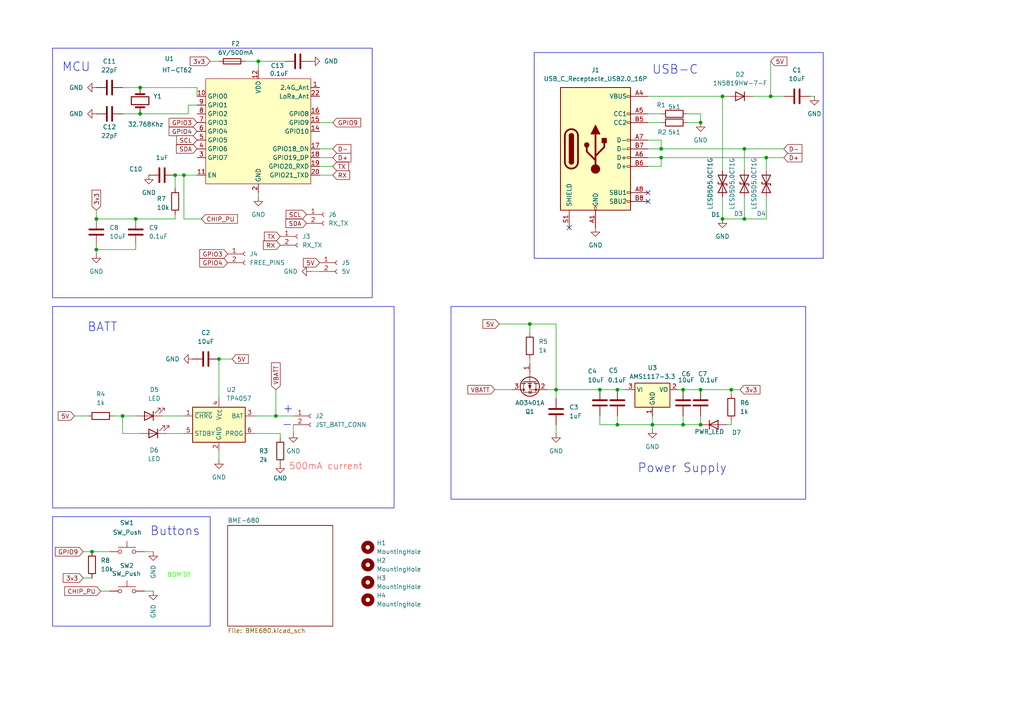
<source format=kicad_sch>
(kicad_sch
	(version 20231120)
	(generator "eeschema")
	(generator_version "8.0")
	(uuid "ddaa7e5d-cc0c-453f-95ff-12a3a1db2261")
	(paper "A4")
	(lib_symbols
		(symbol "Battery_Management:TP4057"
			(exclude_from_sim no)
			(in_bom yes)
			(on_board yes)
			(property "Reference" "U"
				(at -6.35 6.604 0)
				(effects
					(font
						(size 1.27 1.27)
					)
				)
			)
			(property "Value" "TP4057"
				(at 1.524 6.604 0)
				(effects
					(font
						(size 1.27 1.27)
					)
					(justify left)
				)
			)
			(property "Footprint" "Package_TO_SOT_SMD:TSOT-23-6"
				(at 0 -12.7 0)
				(effects
					(font
						(size 1.27 1.27)
					)
					(hide yes)
				)
			)
			(property "Datasheet" "http://toppwr.com/uploadfile/file/20230304/640302a47b738.pdf"
				(at 0 -2.54 0)
				(effects
					(font
						(size 1.27 1.27)
					)
					(hide yes)
				)
			)
			(property "Description" "Constant-current/constant-voltage linear charger for single cell lithium-ion batteries with 2.9V Trickle Charge, 4.5V to 6.5V VDD, -40 to +85 degree Celsius, TSOT-23-6"
				(at 0 0 0)
				(effects
					(font
						(size 1.27 1.27)
					)
					(hide yes)
				)
			)
			(property "ki_keywords" "Constant-current constant-voltage linear charger single-cell lithium-ion battery"
				(at 0 0 0)
				(effects
					(font
						(size 1.27 1.27)
					)
					(hide yes)
				)
			)
			(property "ki_fp_filters" "TSOT?23*"
				(at 0 0 0)
				(effects
					(font
						(size 1.27 1.27)
					)
					(hide yes)
				)
			)
			(symbol "TP4057_0_1"
				(rectangle
					(start -7.62 5.08)
					(end 7.62 -5.08)
					(stroke
						(width 0.254)
						(type default)
					)
					(fill
						(type background)
					)
				)
			)
			(symbol "TP4057_1_1"
				(pin open_collector line
					(at -10.16 2.54 0)
					(length 2.54)
					(name "~{CHRG}"
						(effects
							(font
								(size 1.27 1.27)
							)
						)
					)
					(number "1"
						(effects
							(font
								(size 1.27 1.27)
							)
						)
					)
				)
				(pin power_in line
					(at 0 -7.62 90)
					(length 2.54)
					(name "GND"
						(effects
							(font
								(size 1.27 1.27)
							)
						)
					)
					(number "2"
						(effects
							(font
								(size 1.27 1.27)
							)
						)
					)
				)
				(pin power_out line
					(at 10.16 2.54 180)
					(length 2.54)
					(name "BAT"
						(effects
							(font
								(size 1.27 1.27)
							)
						)
					)
					(number "3"
						(effects
							(font
								(size 1.27 1.27)
							)
						)
					)
				)
				(pin power_in line
					(at 0 7.62 270)
					(length 2.54)
					(name "V_{CC}"
						(effects
							(font
								(size 1.27 1.27)
							)
						)
					)
					(number "4"
						(effects
							(font
								(size 1.27 1.27)
							)
						)
					)
				)
				(pin open_collector line
					(at -10.16 -2.54 0)
					(length 2.54)
					(name "STDBY"
						(effects
							(font
								(size 1.27 1.27)
							)
						)
					)
					(number "5"
						(effects
							(font
								(size 1.27 1.27)
							)
						)
					)
				)
				(pin passive line
					(at 10.16 -2.54 180)
					(length 2.54)
					(name "PROG"
						(effects
							(font
								(size 1.27 1.27)
							)
						)
					)
					(number "6"
						(effects
							(font
								(size 1.27 1.27)
							)
						)
					)
				)
			)
		)
		(symbol "Connector:Conn_01x02_Socket"
			(pin_names
				(offset 1.016) hide)
			(exclude_from_sim no)
			(in_bom yes)
			(on_board yes)
			(property "Reference" "J"
				(at 0 2.54 0)
				(effects
					(font
						(size 1.27 1.27)
					)
				)
			)
			(property "Value" "Conn_01x02_Socket"
				(at 0 -5.08 0)
				(effects
					(font
						(size 1.27 1.27)
					)
				)
			)
			(property "Footprint" ""
				(at 0 0 0)
				(effects
					(font
						(size 1.27 1.27)
					)
					(hide yes)
				)
			)
			(property "Datasheet" "~"
				(at 0 0 0)
				(effects
					(font
						(size 1.27 1.27)
					)
					(hide yes)
				)
			)
			(property "Description" "Generic connector, single row, 01x02, script generated"
				(at 0 0 0)
				(effects
					(font
						(size 1.27 1.27)
					)
					(hide yes)
				)
			)
			(property "ki_locked" ""
				(at 0 0 0)
				(effects
					(font
						(size 1.27 1.27)
					)
				)
			)
			(property "ki_keywords" "connector"
				(at 0 0 0)
				(effects
					(font
						(size 1.27 1.27)
					)
					(hide yes)
				)
			)
			(property "ki_fp_filters" "Connector*:*_1x??_*"
				(at 0 0 0)
				(effects
					(font
						(size 1.27 1.27)
					)
					(hide yes)
				)
			)
			(symbol "Conn_01x02_Socket_1_1"
				(arc
					(start 0 -2.032)
					(mid -0.5058 -2.54)
					(end 0 -3.048)
					(stroke
						(width 0.1524)
						(type default)
					)
					(fill
						(type none)
					)
				)
				(polyline
					(pts
						(xy -1.27 -2.54) (xy -0.508 -2.54)
					)
					(stroke
						(width 0.1524)
						(type default)
					)
					(fill
						(type none)
					)
				)
				(polyline
					(pts
						(xy -1.27 0) (xy -0.508 0)
					)
					(stroke
						(width 0.1524)
						(type default)
					)
					(fill
						(type none)
					)
				)
				(arc
					(start 0 0.508)
					(mid -0.5058 0)
					(end 0 -0.508)
					(stroke
						(width 0.1524)
						(type default)
					)
					(fill
						(type none)
					)
				)
				(pin passive line
					(at -5.08 0 0)
					(length 3.81)
					(name "Pin_1"
						(effects
							(font
								(size 1.27 1.27)
							)
						)
					)
					(number "1"
						(effects
							(font
								(size 1.27 1.27)
							)
						)
					)
				)
				(pin passive line
					(at -5.08 -2.54 0)
					(length 3.81)
					(name "Pin_2"
						(effects
							(font
								(size 1.27 1.27)
							)
						)
					)
					(number "2"
						(effects
							(font
								(size 1.27 1.27)
							)
						)
					)
				)
			)
		)
		(symbol "Connector:USB_C_Receptacle_USB2.0_16P"
			(pin_names
				(offset 1.016)
			)
			(exclude_from_sim no)
			(in_bom yes)
			(on_board yes)
			(property "Reference" "J"
				(at 0 22.225 0)
				(effects
					(font
						(size 1.27 1.27)
					)
				)
			)
			(property "Value" "USB_C_Receptacle_USB2.0_16P"
				(at 0 19.685 0)
				(effects
					(font
						(size 1.27 1.27)
					)
				)
			)
			(property "Footprint" ""
				(at 3.81 0 0)
				(effects
					(font
						(size 1.27 1.27)
					)
					(hide yes)
				)
			)
			(property "Datasheet" "https://www.usb.org/sites/default/files/documents/usb_type-c.zip"
				(at 3.81 0 0)
				(effects
					(font
						(size 1.27 1.27)
					)
					(hide yes)
				)
			)
			(property "Description" "USB 2.0-only 16P Type-C Receptacle connector"
				(at 0 0 0)
				(effects
					(font
						(size 1.27 1.27)
					)
					(hide yes)
				)
			)
			(property "ki_keywords" "usb universal serial bus type-C USB2.0"
				(at 0 0 0)
				(effects
					(font
						(size 1.27 1.27)
					)
					(hide yes)
				)
			)
			(property "ki_fp_filters" "USB*C*Receptacle*"
				(at 0 0 0)
				(effects
					(font
						(size 1.27 1.27)
					)
					(hide yes)
				)
			)
			(symbol "USB_C_Receptacle_USB2.0_16P_0_0"
				(rectangle
					(start -0.254 -17.78)
					(end 0.254 -16.764)
					(stroke
						(width 0)
						(type default)
					)
					(fill
						(type none)
					)
				)
				(rectangle
					(start 10.16 -14.986)
					(end 9.144 -15.494)
					(stroke
						(width 0)
						(type default)
					)
					(fill
						(type none)
					)
				)
				(rectangle
					(start 10.16 -12.446)
					(end 9.144 -12.954)
					(stroke
						(width 0)
						(type default)
					)
					(fill
						(type none)
					)
				)
				(rectangle
					(start 10.16 -4.826)
					(end 9.144 -5.334)
					(stroke
						(width 0)
						(type default)
					)
					(fill
						(type none)
					)
				)
				(rectangle
					(start 10.16 -2.286)
					(end 9.144 -2.794)
					(stroke
						(width 0)
						(type default)
					)
					(fill
						(type none)
					)
				)
				(rectangle
					(start 10.16 0.254)
					(end 9.144 -0.254)
					(stroke
						(width 0)
						(type default)
					)
					(fill
						(type none)
					)
				)
				(rectangle
					(start 10.16 2.794)
					(end 9.144 2.286)
					(stroke
						(width 0)
						(type default)
					)
					(fill
						(type none)
					)
				)
				(rectangle
					(start 10.16 7.874)
					(end 9.144 7.366)
					(stroke
						(width 0)
						(type default)
					)
					(fill
						(type none)
					)
				)
				(rectangle
					(start 10.16 10.414)
					(end 9.144 9.906)
					(stroke
						(width 0)
						(type default)
					)
					(fill
						(type none)
					)
				)
				(rectangle
					(start 10.16 15.494)
					(end 9.144 14.986)
					(stroke
						(width 0)
						(type default)
					)
					(fill
						(type none)
					)
				)
			)
			(symbol "USB_C_Receptacle_USB2.0_16P_0_1"
				(rectangle
					(start -10.16 17.78)
					(end 10.16 -17.78)
					(stroke
						(width 0.254)
						(type default)
					)
					(fill
						(type background)
					)
				)
				(arc
					(start -8.89 -3.81)
					(mid -6.985 -5.7067)
					(end -5.08 -3.81)
					(stroke
						(width 0.508)
						(type default)
					)
					(fill
						(type none)
					)
				)
				(arc
					(start -7.62 -3.81)
					(mid -6.985 -4.4423)
					(end -6.35 -3.81)
					(stroke
						(width 0.254)
						(type default)
					)
					(fill
						(type none)
					)
				)
				(arc
					(start -7.62 -3.81)
					(mid -6.985 -4.4423)
					(end -6.35 -3.81)
					(stroke
						(width 0.254)
						(type default)
					)
					(fill
						(type outline)
					)
				)
				(rectangle
					(start -7.62 -3.81)
					(end -6.35 3.81)
					(stroke
						(width 0.254)
						(type default)
					)
					(fill
						(type outline)
					)
				)
				(arc
					(start -6.35 3.81)
					(mid -6.985 4.4423)
					(end -7.62 3.81)
					(stroke
						(width 0.254)
						(type default)
					)
					(fill
						(type none)
					)
				)
				(arc
					(start -6.35 3.81)
					(mid -6.985 4.4423)
					(end -7.62 3.81)
					(stroke
						(width 0.254)
						(type default)
					)
					(fill
						(type outline)
					)
				)
				(arc
					(start -5.08 3.81)
					(mid -6.985 5.7067)
					(end -8.89 3.81)
					(stroke
						(width 0.508)
						(type default)
					)
					(fill
						(type none)
					)
				)
				(circle
					(center -2.54 1.143)
					(radius 0.635)
					(stroke
						(width 0.254)
						(type default)
					)
					(fill
						(type outline)
					)
				)
				(circle
					(center 0 -5.842)
					(radius 1.27)
					(stroke
						(width 0)
						(type default)
					)
					(fill
						(type outline)
					)
				)
				(polyline
					(pts
						(xy -8.89 -3.81) (xy -8.89 3.81)
					)
					(stroke
						(width 0.508)
						(type default)
					)
					(fill
						(type none)
					)
				)
				(polyline
					(pts
						(xy -5.08 3.81) (xy -5.08 -3.81)
					)
					(stroke
						(width 0.508)
						(type default)
					)
					(fill
						(type none)
					)
				)
				(polyline
					(pts
						(xy 0 -5.842) (xy 0 4.318)
					)
					(stroke
						(width 0.508)
						(type default)
					)
					(fill
						(type none)
					)
				)
				(polyline
					(pts
						(xy 0 -3.302) (xy -2.54 -0.762) (xy -2.54 0.508)
					)
					(stroke
						(width 0.508)
						(type default)
					)
					(fill
						(type none)
					)
				)
				(polyline
					(pts
						(xy 0 -2.032) (xy 2.54 0.508) (xy 2.54 1.778)
					)
					(stroke
						(width 0.508)
						(type default)
					)
					(fill
						(type none)
					)
				)
				(polyline
					(pts
						(xy -1.27 4.318) (xy 0 6.858) (xy 1.27 4.318) (xy -1.27 4.318)
					)
					(stroke
						(width 0.254)
						(type default)
					)
					(fill
						(type outline)
					)
				)
				(rectangle
					(start 1.905 1.778)
					(end 3.175 3.048)
					(stroke
						(width 0.254)
						(type default)
					)
					(fill
						(type outline)
					)
				)
			)
			(symbol "USB_C_Receptacle_USB2.0_16P_1_1"
				(pin passive line
					(at 0 -22.86 90)
					(length 5.08)
					(name "GND"
						(effects
							(font
								(size 1.27 1.27)
							)
						)
					)
					(number "A1"
						(effects
							(font
								(size 1.27 1.27)
							)
						)
					)
				)
				(pin passive line
					(at 0 -22.86 90)
					(length 5.08) hide
					(name "GND"
						(effects
							(font
								(size 1.27 1.27)
							)
						)
					)
					(number "A12"
						(effects
							(font
								(size 1.27 1.27)
							)
						)
					)
				)
				(pin passive line
					(at 15.24 15.24 180)
					(length 5.08)
					(name "VBUS"
						(effects
							(font
								(size 1.27 1.27)
							)
						)
					)
					(number "A4"
						(effects
							(font
								(size 1.27 1.27)
							)
						)
					)
				)
				(pin bidirectional line
					(at 15.24 10.16 180)
					(length 5.08)
					(name "CC1"
						(effects
							(font
								(size 1.27 1.27)
							)
						)
					)
					(number "A5"
						(effects
							(font
								(size 1.27 1.27)
							)
						)
					)
				)
				(pin bidirectional line
					(at 15.24 -2.54 180)
					(length 5.08)
					(name "D+"
						(effects
							(font
								(size 1.27 1.27)
							)
						)
					)
					(number "A6"
						(effects
							(font
								(size 1.27 1.27)
							)
						)
					)
				)
				(pin bidirectional line
					(at 15.24 2.54 180)
					(length 5.08)
					(name "D-"
						(effects
							(font
								(size 1.27 1.27)
							)
						)
					)
					(number "A7"
						(effects
							(font
								(size 1.27 1.27)
							)
						)
					)
				)
				(pin bidirectional line
					(at 15.24 -12.7 180)
					(length 5.08)
					(name "SBU1"
						(effects
							(font
								(size 1.27 1.27)
							)
						)
					)
					(number "A8"
						(effects
							(font
								(size 1.27 1.27)
							)
						)
					)
				)
				(pin passive line
					(at 15.24 15.24 180)
					(length 5.08) hide
					(name "VBUS"
						(effects
							(font
								(size 1.27 1.27)
							)
						)
					)
					(number "A9"
						(effects
							(font
								(size 1.27 1.27)
							)
						)
					)
				)
				(pin passive line
					(at 0 -22.86 90)
					(length 5.08) hide
					(name "GND"
						(effects
							(font
								(size 1.27 1.27)
							)
						)
					)
					(number "B1"
						(effects
							(font
								(size 1.27 1.27)
							)
						)
					)
				)
				(pin passive line
					(at 0 -22.86 90)
					(length 5.08) hide
					(name "GND"
						(effects
							(font
								(size 1.27 1.27)
							)
						)
					)
					(number "B12"
						(effects
							(font
								(size 1.27 1.27)
							)
						)
					)
				)
				(pin passive line
					(at 15.24 15.24 180)
					(length 5.08) hide
					(name "VBUS"
						(effects
							(font
								(size 1.27 1.27)
							)
						)
					)
					(number "B4"
						(effects
							(font
								(size 1.27 1.27)
							)
						)
					)
				)
				(pin bidirectional line
					(at 15.24 7.62 180)
					(length 5.08)
					(name "CC2"
						(effects
							(font
								(size 1.27 1.27)
							)
						)
					)
					(number "B5"
						(effects
							(font
								(size 1.27 1.27)
							)
						)
					)
				)
				(pin bidirectional line
					(at 15.24 -5.08 180)
					(length 5.08)
					(name "D+"
						(effects
							(font
								(size 1.27 1.27)
							)
						)
					)
					(number "B6"
						(effects
							(font
								(size 1.27 1.27)
							)
						)
					)
				)
				(pin bidirectional line
					(at 15.24 0 180)
					(length 5.08)
					(name "D-"
						(effects
							(font
								(size 1.27 1.27)
							)
						)
					)
					(number "B7"
						(effects
							(font
								(size 1.27 1.27)
							)
						)
					)
				)
				(pin bidirectional line
					(at 15.24 -15.24 180)
					(length 5.08)
					(name "SBU2"
						(effects
							(font
								(size 1.27 1.27)
							)
						)
					)
					(number "B8"
						(effects
							(font
								(size 1.27 1.27)
							)
						)
					)
				)
				(pin passive line
					(at 15.24 15.24 180)
					(length 5.08) hide
					(name "VBUS"
						(effects
							(font
								(size 1.27 1.27)
							)
						)
					)
					(number "B9"
						(effects
							(font
								(size 1.27 1.27)
							)
						)
					)
				)
				(pin passive line
					(at -7.62 -22.86 90)
					(length 5.08)
					(name "SHIELD"
						(effects
							(font
								(size 1.27 1.27)
							)
						)
					)
					(number "S1"
						(effects
							(font
								(size 1.27 1.27)
							)
						)
					)
				)
			)
		)
		(symbol "Device:C"
			(pin_numbers hide)
			(pin_names
				(offset 0.254)
			)
			(exclude_from_sim no)
			(in_bom yes)
			(on_board yes)
			(property "Reference" "C"
				(at 0.635 2.54 0)
				(effects
					(font
						(size 1.27 1.27)
					)
					(justify left)
				)
			)
			(property "Value" "C"
				(at 0.635 -2.54 0)
				(effects
					(font
						(size 1.27 1.27)
					)
					(justify left)
				)
			)
			(property "Footprint" ""
				(at 0.9652 -3.81 0)
				(effects
					(font
						(size 1.27 1.27)
					)
					(hide yes)
				)
			)
			(property "Datasheet" "~"
				(at 0 0 0)
				(effects
					(font
						(size 1.27 1.27)
					)
					(hide yes)
				)
			)
			(property "Description" "Unpolarized capacitor"
				(at 0 0 0)
				(effects
					(font
						(size 1.27 1.27)
					)
					(hide yes)
				)
			)
			(property "ki_keywords" "cap capacitor"
				(at 0 0 0)
				(effects
					(font
						(size 1.27 1.27)
					)
					(hide yes)
				)
			)
			(property "ki_fp_filters" "C_*"
				(at 0 0 0)
				(effects
					(font
						(size 1.27 1.27)
					)
					(hide yes)
				)
			)
			(symbol "C_0_1"
				(polyline
					(pts
						(xy -2.032 -0.762) (xy 2.032 -0.762)
					)
					(stroke
						(width 0.508)
						(type default)
					)
					(fill
						(type none)
					)
				)
				(polyline
					(pts
						(xy -2.032 0.762) (xy 2.032 0.762)
					)
					(stroke
						(width 0.508)
						(type default)
					)
					(fill
						(type none)
					)
				)
			)
			(symbol "C_1_1"
				(pin passive line
					(at 0 3.81 270)
					(length 2.794)
					(name "~"
						(effects
							(font
								(size 1.27 1.27)
							)
						)
					)
					(number "1"
						(effects
							(font
								(size 1.27 1.27)
							)
						)
					)
				)
				(pin passive line
					(at 0 -3.81 90)
					(length 2.794)
					(name "~"
						(effects
							(font
								(size 1.27 1.27)
							)
						)
					)
					(number "2"
						(effects
							(font
								(size 1.27 1.27)
							)
						)
					)
				)
			)
		)
		(symbol "Device:Crystal"
			(pin_numbers hide)
			(pin_names
				(offset 1.016) hide)
			(exclude_from_sim no)
			(in_bom yes)
			(on_board yes)
			(property "Reference" "Y"
				(at 0 3.81 0)
				(effects
					(font
						(size 1.27 1.27)
					)
				)
			)
			(property "Value" "Crystal"
				(at 0 -3.81 0)
				(effects
					(font
						(size 1.27 1.27)
					)
				)
			)
			(property "Footprint" ""
				(at 0 0 0)
				(effects
					(font
						(size 1.27 1.27)
					)
					(hide yes)
				)
			)
			(property "Datasheet" "~"
				(at 0 0 0)
				(effects
					(font
						(size 1.27 1.27)
					)
					(hide yes)
				)
			)
			(property "Description" "Two pin crystal"
				(at 0 0 0)
				(effects
					(font
						(size 1.27 1.27)
					)
					(hide yes)
				)
			)
			(property "ki_keywords" "quartz ceramic resonator oscillator"
				(at 0 0 0)
				(effects
					(font
						(size 1.27 1.27)
					)
					(hide yes)
				)
			)
			(property "ki_fp_filters" "Crystal*"
				(at 0 0 0)
				(effects
					(font
						(size 1.27 1.27)
					)
					(hide yes)
				)
			)
			(symbol "Crystal_0_1"
				(rectangle
					(start -1.143 2.54)
					(end 1.143 -2.54)
					(stroke
						(width 0.3048)
						(type default)
					)
					(fill
						(type none)
					)
				)
				(polyline
					(pts
						(xy -2.54 0) (xy -1.905 0)
					)
					(stroke
						(width 0)
						(type default)
					)
					(fill
						(type none)
					)
				)
				(polyline
					(pts
						(xy -1.905 -1.27) (xy -1.905 1.27)
					)
					(stroke
						(width 0.508)
						(type default)
					)
					(fill
						(type none)
					)
				)
				(polyline
					(pts
						(xy 1.905 -1.27) (xy 1.905 1.27)
					)
					(stroke
						(width 0.508)
						(type default)
					)
					(fill
						(type none)
					)
				)
				(polyline
					(pts
						(xy 2.54 0) (xy 1.905 0)
					)
					(stroke
						(width 0)
						(type default)
					)
					(fill
						(type none)
					)
				)
			)
			(symbol "Crystal_1_1"
				(pin passive line
					(at -3.81 0 0)
					(length 1.27)
					(name "1"
						(effects
							(font
								(size 1.27 1.27)
							)
						)
					)
					(number "1"
						(effects
							(font
								(size 1.27 1.27)
							)
						)
					)
				)
				(pin passive line
					(at 3.81 0 180)
					(length 1.27)
					(name "2"
						(effects
							(font
								(size 1.27 1.27)
							)
						)
					)
					(number "2"
						(effects
							(font
								(size 1.27 1.27)
							)
						)
					)
				)
			)
		)
		(symbol "Device:D"
			(pin_numbers hide)
			(pin_names
				(offset 1.016) hide)
			(exclude_from_sim no)
			(in_bom yes)
			(on_board yes)
			(property "Reference" "D"
				(at 0 2.54 0)
				(effects
					(font
						(size 1.27 1.27)
					)
				)
			)
			(property "Value" "D"
				(at 0 -2.54 0)
				(effects
					(font
						(size 1.27 1.27)
					)
				)
			)
			(property "Footprint" ""
				(at 0 0 0)
				(effects
					(font
						(size 1.27 1.27)
					)
					(hide yes)
				)
			)
			(property "Datasheet" "~"
				(at 0 0 0)
				(effects
					(font
						(size 1.27 1.27)
					)
					(hide yes)
				)
			)
			(property "Description" "Diode"
				(at 0 0 0)
				(effects
					(font
						(size 1.27 1.27)
					)
					(hide yes)
				)
			)
			(property "Sim.Device" "D"
				(at 0 0 0)
				(effects
					(font
						(size 1.27 1.27)
					)
					(hide yes)
				)
			)
			(property "Sim.Pins" "1=K 2=A"
				(at 0 0 0)
				(effects
					(font
						(size 1.27 1.27)
					)
					(hide yes)
				)
			)
			(property "ki_keywords" "diode"
				(at 0 0 0)
				(effects
					(font
						(size 1.27 1.27)
					)
					(hide yes)
				)
			)
			(property "ki_fp_filters" "TO-???* *_Diode_* *SingleDiode* D_*"
				(at 0 0 0)
				(effects
					(font
						(size 1.27 1.27)
					)
					(hide yes)
				)
			)
			(symbol "D_0_1"
				(polyline
					(pts
						(xy -1.27 1.27) (xy -1.27 -1.27)
					)
					(stroke
						(width 0.254)
						(type default)
					)
					(fill
						(type none)
					)
				)
				(polyline
					(pts
						(xy 1.27 0) (xy -1.27 0)
					)
					(stroke
						(width 0)
						(type default)
					)
					(fill
						(type none)
					)
				)
				(polyline
					(pts
						(xy 1.27 1.27) (xy 1.27 -1.27) (xy -1.27 0) (xy 1.27 1.27)
					)
					(stroke
						(width 0.254)
						(type default)
					)
					(fill
						(type none)
					)
				)
			)
			(symbol "D_1_1"
				(pin passive line
					(at -3.81 0 0)
					(length 2.54)
					(name "K"
						(effects
							(font
								(size 1.27 1.27)
							)
						)
					)
					(number "1"
						(effects
							(font
								(size 1.27 1.27)
							)
						)
					)
				)
				(pin passive line
					(at 3.81 0 180)
					(length 2.54)
					(name "A"
						(effects
							(font
								(size 1.27 1.27)
							)
						)
					)
					(number "2"
						(effects
							(font
								(size 1.27 1.27)
							)
						)
					)
				)
			)
		)
		(symbol "Device:D_TVS"
			(pin_numbers hide)
			(pin_names
				(offset 1.016) hide)
			(exclude_from_sim no)
			(in_bom yes)
			(on_board yes)
			(property "Reference" "D"
				(at 0 2.54 0)
				(effects
					(font
						(size 1.27 1.27)
					)
				)
			)
			(property "Value" "D_TVS"
				(at 0 -2.54 0)
				(effects
					(font
						(size 1.27 1.27)
					)
				)
			)
			(property "Footprint" ""
				(at 0 0 0)
				(effects
					(font
						(size 1.27 1.27)
					)
					(hide yes)
				)
			)
			(property "Datasheet" "~"
				(at 0 0 0)
				(effects
					(font
						(size 1.27 1.27)
					)
					(hide yes)
				)
			)
			(property "Description" "Bidirectional transient-voltage-suppression diode"
				(at 0 0 0)
				(effects
					(font
						(size 1.27 1.27)
					)
					(hide yes)
				)
			)
			(property "ki_keywords" "diode TVS thyrector"
				(at 0 0 0)
				(effects
					(font
						(size 1.27 1.27)
					)
					(hide yes)
				)
			)
			(property "ki_fp_filters" "TO-???* *_Diode_* *SingleDiode* D_*"
				(at 0 0 0)
				(effects
					(font
						(size 1.27 1.27)
					)
					(hide yes)
				)
			)
			(symbol "D_TVS_0_1"
				(polyline
					(pts
						(xy 1.27 0) (xy -1.27 0)
					)
					(stroke
						(width 0)
						(type default)
					)
					(fill
						(type none)
					)
				)
				(polyline
					(pts
						(xy 0.508 1.27) (xy 0 1.27) (xy 0 -1.27) (xy -0.508 -1.27)
					)
					(stroke
						(width 0.254)
						(type default)
					)
					(fill
						(type none)
					)
				)
				(polyline
					(pts
						(xy -2.54 1.27) (xy -2.54 -1.27) (xy 2.54 1.27) (xy 2.54 -1.27) (xy -2.54 1.27)
					)
					(stroke
						(width 0.254)
						(type default)
					)
					(fill
						(type none)
					)
				)
			)
			(symbol "D_TVS_1_1"
				(pin passive line
					(at -3.81 0 0)
					(length 2.54)
					(name "A1"
						(effects
							(font
								(size 1.27 1.27)
							)
						)
					)
					(number "1"
						(effects
							(font
								(size 1.27 1.27)
							)
						)
					)
				)
				(pin passive line
					(at 3.81 0 180)
					(length 2.54)
					(name "A2"
						(effects
							(font
								(size 1.27 1.27)
							)
						)
					)
					(number "2"
						(effects
							(font
								(size 1.27 1.27)
							)
						)
					)
				)
			)
		)
		(symbol "Device:Fuse"
			(pin_numbers hide)
			(pin_names
				(offset 0)
			)
			(exclude_from_sim no)
			(in_bom yes)
			(on_board yes)
			(property "Reference" "F"
				(at 2.032 0 90)
				(effects
					(font
						(size 1.27 1.27)
					)
				)
			)
			(property "Value" "Fuse"
				(at -1.905 0 90)
				(effects
					(font
						(size 1.27 1.27)
					)
				)
			)
			(property "Footprint" ""
				(at -1.778 0 90)
				(effects
					(font
						(size 1.27 1.27)
					)
					(hide yes)
				)
			)
			(property "Datasheet" "~"
				(at 0 0 0)
				(effects
					(font
						(size 1.27 1.27)
					)
					(hide yes)
				)
			)
			(property "Description" "Fuse"
				(at 0 0 0)
				(effects
					(font
						(size 1.27 1.27)
					)
					(hide yes)
				)
			)
			(property "ki_keywords" "fuse"
				(at 0 0 0)
				(effects
					(font
						(size 1.27 1.27)
					)
					(hide yes)
				)
			)
			(property "ki_fp_filters" "*Fuse*"
				(at 0 0 0)
				(effects
					(font
						(size 1.27 1.27)
					)
					(hide yes)
				)
			)
			(symbol "Fuse_0_1"
				(rectangle
					(start -0.762 -2.54)
					(end 0.762 2.54)
					(stroke
						(width 0.254)
						(type default)
					)
					(fill
						(type none)
					)
				)
				(polyline
					(pts
						(xy 0 2.54) (xy 0 -2.54)
					)
					(stroke
						(width 0)
						(type default)
					)
					(fill
						(type none)
					)
				)
			)
			(symbol "Fuse_1_1"
				(pin passive line
					(at 0 3.81 270)
					(length 1.27)
					(name "~"
						(effects
							(font
								(size 1.27 1.27)
							)
						)
					)
					(number "1"
						(effects
							(font
								(size 1.27 1.27)
							)
						)
					)
				)
				(pin passive line
					(at 0 -3.81 90)
					(length 1.27)
					(name "~"
						(effects
							(font
								(size 1.27 1.27)
							)
						)
					)
					(number "2"
						(effects
							(font
								(size 1.27 1.27)
							)
						)
					)
				)
			)
		)
		(symbol "Device:LED"
			(pin_numbers hide)
			(pin_names
				(offset 1.016) hide)
			(exclude_from_sim no)
			(in_bom yes)
			(on_board yes)
			(property "Reference" "D"
				(at 0 2.54 0)
				(effects
					(font
						(size 1.27 1.27)
					)
				)
			)
			(property "Value" "LED"
				(at 0 -2.54 0)
				(effects
					(font
						(size 1.27 1.27)
					)
				)
			)
			(property "Footprint" ""
				(at 0 0 0)
				(effects
					(font
						(size 1.27 1.27)
					)
					(hide yes)
				)
			)
			(property "Datasheet" "~"
				(at 0 0 0)
				(effects
					(font
						(size 1.27 1.27)
					)
					(hide yes)
				)
			)
			(property "Description" "Light emitting diode"
				(at 0 0 0)
				(effects
					(font
						(size 1.27 1.27)
					)
					(hide yes)
				)
			)
			(property "ki_keywords" "LED diode"
				(at 0 0 0)
				(effects
					(font
						(size 1.27 1.27)
					)
					(hide yes)
				)
			)
			(property "ki_fp_filters" "LED* LED_SMD:* LED_THT:*"
				(at 0 0 0)
				(effects
					(font
						(size 1.27 1.27)
					)
					(hide yes)
				)
			)
			(symbol "LED_0_1"
				(polyline
					(pts
						(xy -1.27 -1.27) (xy -1.27 1.27)
					)
					(stroke
						(width 0.254)
						(type default)
					)
					(fill
						(type none)
					)
				)
				(polyline
					(pts
						(xy -1.27 0) (xy 1.27 0)
					)
					(stroke
						(width 0)
						(type default)
					)
					(fill
						(type none)
					)
				)
				(polyline
					(pts
						(xy 1.27 -1.27) (xy 1.27 1.27) (xy -1.27 0) (xy 1.27 -1.27)
					)
					(stroke
						(width 0.254)
						(type default)
					)
					(fill
						(type none)
					)
				)
				(polyline
					(pts
						(xy -3.048 -0.762) (xy -4.572 -2.286) (xy -3.81 -2.286) (xy -4.572 -2.286) (xy -4.572 -1.524)
					)
					(stroke
						(width 0)
						(type default)
					)
					(fill
						(type none)
					)
				)
				(polyline
					(pts
						(xy -1.778 -0.762) (xy -3.302 -2.286) (xy -2.54 -2.286) (xy -3.302 -2.286) (xy -3.302 -1.524)
					)
					(stroke
						(width 0)
						(type default)
					)
					(fill
						(type none)
					)
				)
			)
			(symbol "LED_1_1"
				(pin passive line
					(at -3.81 0 0)
					(length 2.54)
					(name "K"
						(effects
							(font
								(size 1.27 1.27)
							)
						)
					)
					(number "1"
						(effects
							(font
								(size 1.27 1.27)
							)
						)
					)
				)
				(pin passive line
					(at 3.81 0 180)
					(length 2.54)
					(name "A"
						(effects
							(font
								(size 1.27 1.27)
							)
						)
					)
					(number "2"
						(effects
							(font
								(size 1.27 1.27)
							)
						)
					)
				)
			)
		)
		(symbol "Device:R"
			(pin_numbers hide)
			(pin_names
				(offset 0)
			)
			(exclude_from_sim no)
			(in_bom yes)
			(on_board yes)
			(property "Reference" "R"
				(at 2.032 0 90)
				(effects
					(font
						(size 1.27 1.27)
					)
				)
			)
			(property "Value" "R"
				(at 0 0 90)
				(effects
					(font
						(size 1.27 1.27)
					)
				)
			)
			(property "Footprint" ""
				(at -1.778 0 90)
				(effects
					(font
						(size 1.27 1.27)
					)
					(hide yes)
				)
			)
			(property "Datasheet" "~"
				(at 0 0 0)
				(effects
					(font
						(size 1.27 1.27)
					)
					(hide yes)
				)
			)
			(property "Description" "Resistor"
				(at 0 0 0)
				(effects
					(font
						(size 1.27 1.27)
					)
					(hide yes)
				)
			)
			(property "ki_keywords" "R res resistor"
				(at 0 0 0)
				(effects
					(font
						(size 1.27 1.27)
					)
					(hide yes)
				)
			)
			(property "ki_fp_filters" "R_*"
				(at 0 0 0)
				(effects
					(font
						(size 1.27 1.27)
					)
					(hide yes)
				)
			)
			(symbol "R_0_1"
				(rectangle
					(start -1.016 -2.54)
					(end 1.016 2.54)
					(stroke
						(width 0.254)
						(type default)
					)
					(fill
						(type none)
					)
				)
			)
			(symbol "R_1_1"
				(pin passive line
					(at 0 3.81 270)
					(length 1.27)
					(name "~"
						(effects
							(font
								(size 1.27 1.27)
							)
						)
					)
					(number "1"
						(effects
							(font
								(size 1.27 1.27)
							)
						)
					)
				)
				(pin passive line
					(at 0 -3.81 90)
					(length 1.27)
					(name "~"
						(effects
							(font
								(size 1.27 1.27)
							)
						)
					)
					(number "2"
						(effects
							(font
								(size 1.27 1.27)
							)
						)
					)
				)
			)
		)
		(symbol "Mechanical:MountingHole"
			(pin_names
				(offset 1.016)
			)
			(exclude_from_sim yes)
			(in_bom no)
			(on_board yes)
			(property "Reference" "H"
				(at 0 5.08 0)
				(effects
					(font
						(size 1.27 1.27)
					)
				)
			)
			(property "Value" "MountingHole"
				(at 0 3.175 0)
				(effects
					(font
						(size 1.27 1.27)
					)
				)
			)
			(property "Footprint" ""
				(at 0 0 0)
				(effects
					(font
						(size 1.27 1.27)
					)
					(hide yes)
				)
			)
			(property "Datasheet" "~"
				(at 0 0 0)
				(effects
					(font
						(size 1.27 1.27)
					)
					(hide yes)
				)
			)
			(property "Description" "Mounting Hole without connection"
				(at 0 0 0)
				(effects
					(font
						(size 1.27 1.27)
					)
					(hide yes)
				)
			)
			(property "ki_keywords" "mounting hole"
				(at 0 0 0)
				(effects
					(font
						(size 1.27 1.27)
					)
					(hide yes)
				)
			)
			(property "ki_fp_filters" "MountingHole*"
				(at 0 0 0)
				(effects
					(font
						(size 1.27 1.27)
					)
					(hide yes)
				)
			)
			(symbol "MountingHole_0_1"
				(circle
					(center 0 0)
					(radius 1.27)
					(stroke
						(width 1.27)
						(type default)
					)
					(fill
						(type none)
					)
				)
			)
		)
		(symbol "RF_Module:HT-CT62"
			(exclude_from_sim no)
			(in_bom yes)
			(on_board yes)
			(property "Reference" "U"
				(at 0 0 0)
				(effects
					(font
						(size 1.27 1.27)
					)
				)
			)
			(property "Value" "HT-CT62"
				(at 10.16 17.78 0)
				(effects
					(font
						(size 1.27 1.27)
					)
				)
			)
			(property "Footprint" "RF_Module:Heltec_HT-CT62"
				(at 0 -30.48 0)
				(effects
					(font
						(size 1.27 1.27)
					)
					(hide yes)
				)
			)
			(property "Datasheet" "https://resource.heltec.cn/download/HT-CT62/HT-CT62(Rev1.1).pdf"
				(at 0 0 0)
				(effects
					(font
						(size 1.27 1.27)
					)
					(hide yes)
				)
			)
			(property "Description" "LoRa/LoRaWAN node module with ESP32-C3 and SX1262"
				(at 0 0 0)
				(effects
					(font
						(size 1.27 1.27)
					)
					(hide yes)
				)
			)
			(property "ki_keywords" "LoRa WiFi ESP32 SX1262"
				(at 0 0 0)
				(effects
					(font
						(size 1.27 1.27)
					)
					(hide yes)
				)
			)
			(property "ki_fp_filters" "*HT?CT62*"
				(at 0 0 0)
				(effects
					(font
						(size 1.27 1.27)
					)
					(hide yes)
				)
			)
			(symbol "HT-CT62_1_1"
				(rectangle
					(start -15.24 15.24)
					(end 15.24 -15.24)
					(stroke
						(width 0)
						(type default)
					)
					(fill
						(type background)
					)
				)
				(pin bidirectional line
					(at 17.78 12.7 180)
					(length 2.54)
					(name "2.4G_Ant"
						(effects
							(font
								(size 1.27 1.27)
							)
						)
					)
					(number "1"
						(effects
							(font
								(size 1.27 1.27)
							)
						)
					)
				)
				(pin bidirectional line
					(at -17.78 10.16 0)
					(length 2.54)
					(name "GPIO0"
						(effects
							(font
								(size 1.27 1.27)
							)
						)
					)
					(number "10"
						(effects
							(font
								(size 1.27 1.27)
							)
						)
					)
				)
				(pin input line
					(at -17.78 -12.7 0)
					(length 2.54)
					(name "EN"
						(effects
							(font
								(size 1.27 1.27)
							)
						)
					)
					(number "11"
						(effects
							(font
								(size 1.27 1.27)
							)
						)
					)
				)
				(pin power_in line
					(at 0 17.78 270)
					(length 2.54)
					(name "VDD"
						(effects
							(font
								(size 1.27 1.27)
							)
						)
					)
					(number "12"
						(effects
							(font
								(size 1.27 1.27)
							)
						)
					)
				)
				(pin passive line
					(at 0 -17.78 90)
					(length 2.54) hide
					(name "GND"
						(effects
							(font
								(size 1.27 1.27)
							)
						)
					)
					(number "13"
						(effects
							(font
								(size 1.27 1.27)
							)
						)
					)
				)
				(pin bidirectional line
					(at 17.78 0 180)
					(length 2.54)
					(name "GPIO10"
						(effects
							(font
								(size 1.27 1.27)
							)
						)
					)
					(number "14"
						(effects
							(font
								(size 1.27 1.27)
							)
						)
					)
				)
				(pin bidirectional line
					(at 17.78 2.54 180)
					(length 2.54)
					(name "GPIO9"
						(effects
							(font
								(size 1.27 1.27)
							)
						)
					)
					(number "15"
						(effects
							(font
								(size 1.27 1.27)
							)
						)
					)
				)
				(pin bidirectional line
					(at 17.78 5.08 180)
					(length 2.54)
					(name "GPIO8"
						(effects
							(font
								(size 1.27 1.27)
							)
						)
					)
					(number "16"
						(effects
							(font
								(size 1.27 1.27)
							)
						)
					)
				)
				(pin bidirectional line
					(at 17.78 -5.08 180)
					(length 2.54)
					(name "GPIO18_DN"
						(effects
							(font
								(size 1.27 1.27)
							)
						)
					)
					(number "17"
						(effects
							(font
								(size 1.27 1.27)
							)
						)
					)
				)
				(pin bidirectional line
					(at 17.78 -7.62 180)
					(length 2.54)
					(name "GPIO19_DP"
						(effects
							(font
								(size 1.27 1.27)
							)
						)
					)
					(number "18"
						(effects
							(font
								(size 1.27 1.27)
							)
						)
					)
				)
				(pin bidirectional line
					(at 17.78 -10.16 180)
					(length 2.54)
					(name "GPIO20_RXD"
						(effects
							(font
								(size 1.27 1.27)
							)
						)
					)
					(number "19"
						(effects
							(font
								(size 1.27 1.27)
							)
						)
					)
				)
				(pin power_in line
					(at 0 -17.78 90)
					(length 2.54)
					(name "GND"
						(effects
							(font
								(size 1.27 1.27)
							)
						)
					)
					(number "2"
						(effects
							(font
								(size 1.27 1.27)
							)
						)
					)
				)
				(pin bidirectional line
					(at 17.78 -12.7 180)
					(length 2.54)
					(name "GPIO21_TXD"
						(effects
							(font
								(size 1.27 1.27)
							)
						)
					)
					(number "20"
						(effects
							(font
								(size 1.27 1.27)
							)
						)
					)
				)
				(pin passive line
					(at 0 -17.78 90)
					(length 2.54) hide
					(name "GND"
						(effects
							(font
								(size 1.27 1.27)
							)
						)
					)
					(number "21"
						(effects
							(font
								(size 1.27 1.27)
							)
						)
					)
				)
				(pin bidirectional line
					(at 17.78 10.16 180)
					(length 2.54)
					(name "LoRa_Ant"
						(effects
							(font
								(size 1.27 1.27)
							)
						)
					)
					(number "22"
						(effects
							(font
								(size 1.27 1.27)
							)
						)
					)
				)
				(pin bidirectional line
					(at -17.78 -7.62 0)
					(length 2.54)
					(name "GPIO7"
						(effects
							(font
								(size 1.27 1.27)
							)
						)
					)
					(number "3"
						(effects
							(font
								(size 1.27 1.27)
							)
						)
					)
				)
				(pin bidirectional line
					(at -17.78 -5.08 0)
					(length 2.54)
					(name "GPIO6"
						(effects
							(font
								(size 1.27 1.27)
							)
						)
					)
					(number "4"
						(effects
							(font
								(size 1.27 1.27)
							)
						)
					)
				)
				(pin bidirectional line
					(at -17.78 -2.54 0)
					(length 2.54)
					(name "GPIO5"
						(effects
							(font
								(size 1.27 1.27)
							)
						)
					)
					(number "5"
						(effects
							(font
								(size 1.27 1.27)
							)
						)
					)
				)
				(pin bidirectional line
					(at -17.78 0 0)
					(length 2.54)
					(name "GPIO4"
						(effects
							(font
								(size 1.27 1.27)
							)
						)
					)
					(number "6"
						(effects
							(font
								(size 1.27 1.27)
							)
						)
					)
				)
				(pin bidirectional line
					(at -17.78 2.54 0)
					(length 2.54)
					(name "GPIO3"
						(effects
							(font
								(size 1.27 1.27)
							)
						)
					)
					(number "7"
						(effects
							(font
								(size 1.27 1.27)
							)
						)
					)
				)
				(pin bidirectional line
					(at -17.78 5.08 0)
					(length 2.54)
					(name "GPIO2"
						(effects
							(font
								(size 1.27 1.27)
							)
						)
					)
					(number "8"
						(effects
							(font
								(size 1.27 1.27)
							)
						)
					)
				)
				(pin bidirectional line
					(at -17.78 7.62 0)
					(length 2.54)
					(name "GPIO1"
						(effects
							(font
								(size 1.27 1.27)
							)
						)
					)
					(number "9"
						(effects
							(font
								(size 1.27 1.27)
							)
						)
					)
				)
			)
		)
		(symbol "Regulator_Linear:AMS1117-3.3"
			(exclude_from_sim no)
			(in_bom yes)
			(on_board yes)
			(property "Reference" "U"
				(at -3.81 3.175 0)
				(effects
					(font
						(size 1.27 1.27)
					)
				)
			)
			(property "Value" "AMS1117-3.3"
				(at 0 3.175 0)
				(effects
					(font
						(size 1.27 1.27)
					)
					(justify left)
				)
			)
			(property "Footprint" "Package_TO_SOT_SMD:SOT-223-3_TabPin2"
				(at 0 5.08 0)
				(effects
					(font
						(size 1.27 1.27)
					)
					(hide yes)
				)
			)
			(property "Datasheet" "http://www.advanced-monolithic.com/pdf/ds1117.pdf"
				(at 2.54 -6.35 0)
				(effects
					(font
						(size 1.27 1.27)
					)
					(hide yes)
				)
			)
			(property "Description" "1A Low Dropout regulator, positive, 3.3V fixed output, SOT-223"
				(at 0 0 0)
				(effects
					(font
						(size 1.27 1.27)
					)
					(hide yes)
				)
			)
			(property "ki_keywords" "linear regulator ldo fixed positive"
				(at 0 0 0)
				(effects
					(font
						(size 1.27 1.27)
					)
					(hide yes)
				)
			)
			(property "ki_fp_filters" "SOT?223*TabPin2*"
				(at 0 0 0)
				(effects
					(font
						(size 1.27 1.27)
					)
					(hide yes)
				)
			)
			(symbol "AMS1117-3.3_0_1"
				(rectangle
					(start -5.08 -5.08)
					(end 5.08 1.905)
					(stroke
						(width 0.254)
						(type default)
					)
					(fill
						(type background)
					)
				)
			)
			(symbol "AMS1117-3.3_1_1"
				(pin power_in line
					(at 0 -7.62 90)
					(length 2.54)
					(name "GND"
						(effects
							(font
								(size 1.27 1.27)
							)
						)
					)
					(number "1"
						(effects
							(font
								(size 1.27 1.27)
							)
						)
					)
				)
				(pin power_out line
					(at 7.62 0 180)
					(length 2.54)
					(name "VO"
						(effects
							(font
								(size 1.27 1.27)
							)
						)
					)
					(number "2"
						(effects
							(font
								(size 1.27 1.27)
							)
						)
					)
				)
				(pin power_in line
					(at -7.62 0 0)
					(length 2.54)
					(name "VI"
						(effects
							(font
								(size 1.27 1.27)
							)
						)
					)
					(number "3"
						(effects
							(font
								(size 1.27 1.27)
							)
						)
					)
				)
			)
		)
		(symbol "Switch:SW_Push"
			(pin_numbers hide)
			(pin_names
				(offset 1.016) hide)
			(exclude_from_sim no)
			(in_bom yes)
			(on_board yes)
			(property "Reference" "SW"
				(at 1.27 2.54 0)
				(effects
					(font
						(size 1.27 1.27)
					)
					(justify left)
				)
			)
			(property "Value" "SW_Push"
				(at 0 -1.524 0)
				(effects
					(font
						(size 1.27 1.27)
					)
				)
			)
			(property "Footprint" ""
				(at 0 5.08 0)
				(effects
					(font
						(size 1.27 1.27)
					)
					(hide yes)
				)
			)
			(property "Datasheet" "~"
				(at 0 5.08 0)
				(effects
					(font
						(size 1.27 1.27)
					)
					(hide yes)
				)
			)
			(property "Description" "Push button switch, generic, two pins"
				(at 0 0 0)
				(effects
					(font
						(size 1.27 1.27)
					)
					(hide yes)
				)
			)
			(property "ki_keywords" "switch normally-open pushbutton push-button"
				(at 0 0 0)
				(effects
					(font
						(size 1.27 1.27)
					)
					(hide yes)
				)
			)
			(symbol "SW_Push_0_1"
				(circle
					(center -2.032 0)
					(radius 0.508)
					(stroke
						(width 0)
						(type default)
					)
					(fill
						(type none)
					)
				)
				(polyline
					(pts
						(xy 0 1.27) (xy 0 3.048)
					)
					(stroke
						(width 0)
						(type default)
					)
					(fill
						(type none)
					)
				)
				(polyline
					(pts
						(xy 2.54 1.27) (xy -2.54 1.27)
					)
					(stroke
						(width 0)
						(type default)
					)
					(fill
						(type none)
					)
				)
				(circle
					(center 2.032 0)
					(radius 0.508)
					(stroke
						(width 0)
						(type default)
					)
					(fill
						(type none)
					)
				)
				(pin passive line
					(at -5.08 0 0)
					(length 2.54)
					(name "1"
						(effects
							(font
								(size 1.27 1.27)
							)
						)
					)
					(number "1"
						(effects
							(font
								(size 1.27 1.27)
							)
						)
					)
				)
				(pin passive line
					(at 5.08 0 180)
					(length 2.54)
					(name "2"
						(effects
							(font
								(size 1.27 1.27)
							)
						)
					)
					(number "2"
						(effects
							(font
								(size 1.27 1.27)
							)
						)
					)
				)
			)
		)
		(symbol "Transistor_FET:AO3401A"
			(pin_names hide)
			(exclude_from_sim no)
			(in_bom yes)
			(on_board yes)
			(property "Reference" "Q"
				(at 5.08 1.905 0)
				(effects
					(font
						(size 1.27 1.27)
					)
					(justify left)
				)
			)
			(property "Value" "AO3401A"
				(at 5.08 0 0)
				(effects
					(font
						(size 1.27 1.27)
					)
					(justify left)
				)
			)
			(property "Footprint" "Package_TO_SOT_SMD:SOT-23"
				(at 5.08 -1.905 0)
				(effects
					(font
						(size 1.27 1.27)
						(italic yes)
					)
					(justify left)
					(hide yes)
				)
			)
			(property "Datasheet" "http://www.aosmd.com/pdfs/datasheet/AO3401A.pdf"
				(at 5.08 -3.81 0)
				(effects
					(font
						(size 1.27 1.27)
					)
					(justify left)
					(hide yes)
				)
			)
			(property "Description" "-4.0A Id, -30V Vds, P-Channel MOSFET, SOT-23"
				(at 0 0 0)
				(effects
					(font
						(size 1.27 1.27)
					)
					(hide yes)
				)
			)
			(property "ki_keywords" "P-Channel MOSFET"
				(at 0 0 0)
				(effects
					(font
						(size 1.27 1.27)
					)
					(hide yes)
				)
			)
			(property "ki_fp_filters" "SOT?23*"
				(at 0 0 0)
				(effects
					(font
						(size 1.27 1.27)
					)
					(hide yes)
				)
			)
			(symbol "AO3401A_0_1"
				(polyline
					(pts
						(xy 0.254 0) (xy -2.54 0)
					)
					(stroke
						(width 0)
						(type default)
					)
					(fill
						(type none)
					)
				)
				(polyline
					(pts
						(xy 0.254 1.905) (xy 0.254 -1.905)
					)
					(stroke
						(width 0.254)
						(type default)
					)
					(fill
						(type none)
					)
				)
				(polyline
					(pts
						(xy 0.762 -1.27) (xy 0.762 -2.286)
					)
					(stroke
						(width 0.254)
						(type default)
					)
					(fill
						(type none)
					)
				)
				(polyline
					(pts
						(xy 0.762 0.508) (xy 0.762 -0.508)
					)
					(stroke
						(width 0.254)
						(type default)
					)
					(fill
						(type none)
					)
				)
				(polyline
					(pts
						(xy 0.762 2.286) (xy 0.762 1.27)
					)
					(stroke
						(width 0.254)
						(type default)
					)
					(fill
						(type none)
					)
				)
				(polyline
					(pts
						(xy 2.54 2.54) (xy 2.54 1.778)
					)
					(stroke
						(width 0)
						(type default)
					)
					(fill
						(type none)
					)
				)
				(polyline
					(pts
						(xy 2.54 -2.54) (xy 2.54 0) (xy 0.762 0)
					)
					(stroke
						(width 0)
						(type default)
					)
					(fill
						(type none)
					)
				)
				(polyline
					(pts
						(xy 0.762 1.778) (xy 3.302 1.778) (xy 3.302 -1.778) (xy 0.762 -1.778)
					)
					(stroke
						(width 0)
						(type default)
					)
					(fill
						(type none)
					)
				)
				(polyline
					(pts
						(xy 2.286 0) (xy 1.27 0.381) (xy 1.27 -0.381) (xy 2.286 0)
					)
					(stroke
						(width 0)
						(type default)
					)
					(fill
						(type outline)
					)
				)
				(polyline
					(pts
						(xy 2.794 -0.508) (xy 2.921 -0.381) (xy 3.683 -0.381) (xy 3.81 -0.254)
					)
					(stroke
						(width 0)
						(type default)
					)
					(fill
						(type none)
					)
				)
				(polyline
					(pts
						(xy 3.302 -0.381) (xy 2.921 0.254) (xy 3.683 0.254) (xy 3.302 -0.381)
					)
					(stroke
						(width 0)
						(type default)
					)
					(fill
						(type none)
					)
				)
				(circle
					(center 1.651 0)
					(radius 2.794)
					(stroke
						(width 0.254)
						(type default)
					)
					(fill
						(type none)
					)
				)
				(circle
					(center 2.54 -1.778)
					(radius 0.254)
					(stroke
						(width 0)
						(type default)
					)
					(fill
						(type outline)
					)
				)
				(circle
					(center 2.54 1.778)
					(radius 0.254)
					(stroke
						(width 0)
						(type default)
					)
					(fill
						(type outline)
					)
				)
			)
			(symbol "AO3401A_1_1"
				(pin input line
					(at -5.08 0 0)
					(length 2.54)
					(name "G"
						(effects
							(font
								(size 1.27 1.27)
							)
						)
					)
					(number "1"
						(effects
							(font
								(size 1.27 1.27)
							)
						)
					)
				)
				(pin passive line
					(at 2.54 -5.08 90)
					(length 2.54)
					(name "S"
						(effects
							(font
								(size 1.27 1.27)
							)
						)
					)
					(number "2"
						(effects
							(font
								(size 1.27 1.27)
							)
						)
					)
				)
				(pin passive line
					(at 2.54 5.08 270)
					(length 2.54)
					(name "D"
						(effects
							(font
								(size 1.27 1.27)
							)
						)
					)
					(number "3"
						(effects
							(font
								(size 1.27 1.27)
							)
						)
					)
				)
			)
		)
		(symbol "power:GND"
			(power)
			(pin_numbers hide)
			(pin_names
				(offset 0) hide)
			(exclude_from_sim no)
			(in_bom yes)
			(on_board yes)
			(property "Reference" "#PWR"
				(at 0 -6.35 0)
				(effects
					(font
						(size 1.27 1.27)
					)
					(hide yes)
				)
			)
			(property "Value" "GND"
				(at 0 -3.81 0)
				(effects
					(font
						(size 1.27 1.27)
					)
				)
			)
			(property "Footprint" ""
				(at 0 0 0)
				(effects
					(font
						(size 1.27 1.27)
					)
					(hide yes)
				)
			)
			(property "Datasheet" ""
				(at 0 0 0)
				(effects
					(font
						(size 1.27 1.27)
					)
					(hide yes)
				)
			)
			(property "Description" "Power symbol creates a global label with name \"GND\" , ground"
				(at 0 0 0)
				(effects
					(font
						(size 1.27 1.27)
					)
					(hide yes)
				)
			)
			(property "ki_keywords" "global power"
				(at 0 0 0)
				(effects
					(font
						(size 1.27 1.27)
					)
					(hide yes)
				)
			)
			(symbol "GND_0_1"
				(polyline
					(pts
						(xy 0 0) (xy 0 -1.27) (xy 1.27 -1.27) (xy 0 -2.54) (xy -1.27 -1.27) (xy 0 -1.27)
					)
					(stroke
						(width 0)
						(type default)
					)
					(fill
						(type none)
					)
				)
			)
			(symbol "GND_1_1"
				(pin power_in line
					(at 0 0 270)
					(length 0)
					(name "~"
						(effects
							(font
								(size 1.27 1.27)
							)
						)
					)
					(number "1"
						(effects
							(font
								(size 1.27 1.27)
							)
						)
					)
				)
			)
		)
	)
	(junction
		(at 50.8 50.8)
		(diameter 0)
		(color 0 0 0 0)
		(uuid "140e32f0-98bd-43df-99f8-6dc695be2973")
	)
	(junction
		(at 40.64 33.02)
		(diameter 0)
		(color 0 0 0 0)
		(uuid "15b9112b-fc30-4ba3-88d1-c1cd51d720a2")
	)
	(junction
		(at 27.94 72.39)
		(diameter 0)
		(color 0 0 0 0)
		(uuid "2a29b608-0ef5-4e93-ac32-a61b8d50453d")
	)
	(junction
		(at 215.9 63.5)
		(diameter 0)
		(color 0 0 0 0)
		(uuid "39d483a0-3dbb-40f8-a966-98be320fb258")
	)
	(junction
		(at 191.77 45.72)
		(diameter 0)
		(color 0 0 0 0)
		(uuid "3c4db1d8-f0ad-47af-b89a-60b6ebe5a3d6")
	)
	(junction
		(at 179.07 113.03)
		(diameter 0)
		(color 0 0 0 0)
		(uuid "468de9a2-c4b7-4d11-ad9f-dd9e1d68f7a9")
	)
	(junction
		(at 189.23 123.19)
		(diameter 0)
		(color 0 0 0 0)
		(uuid "49c799a5-fc0a-45eb-a939-9f8e6c6796ab")
	)
	(junction
		(at 209.55 63.5)
		(diameter 0)
		(color 0 0 0 0)
		(uuid "4e336206-a0d0-46f0-8a76-7ce82d4ff219")
	)
	(junction
		(at 74.93 17.78)
		(diameter 0)
		(color 0 0 0 0)
		(uuid "4ea889b1-7a63-43ac-8941-a6fa091bb518")
	)
	(junction
		(at 223.52 27.94)
		(diameter 0)
		(color 0 0 0 0)
		(uuid "5c224940-b448-4693-b0f8-e1e082060f23")
	)
	(junction
		(at 173.99 113.03)
		(diameter 0)
		(color 0 0 0 0)
		(uuid "5d62d403-def5-4652-9b6c-c396b190a62d")
	)
	(junction
		(at 203.2 35.56)
		(diameter 0)
		(color 0 0 0 0)
		(uuid "78dab189-1497-473b-8b0b-8a282aed5b24")
	)
	(junction
		(at 35.56 120.65)
		(diameter 0)
		(color 0 0 0 0)
		(uuid "78e59bf8-a4ca-4666-8c51-083792ac456e")
	)
	(junction
		(at 39.37 63.5)
		(diameter 0)
		(color 0 0 0 0)
		(uuid "7c63e137-c771-4177-b5f4-6a0f6826e9c4")
	)
	(junction
		(at 209.55 27.94)
		(diameter 0)
		(color 0 0 0 0)
		(uuid "95f6b344-8339-4425-8889-636b41ffc927")
	)
	(junction
		(at 212.09 113.03)
		(diameter 0)
		(color 0 0 0 0)
		(uuid "a2942c48-40d6-40cb-b59f-c2a3d7ca047a")
	)
	(junction
		(at 203.2 123.19)
		(diameter 0)
		(color 0 0 0 0)
		(uuid "ac6b39aa-3475-4d1b-82d0-7542f86eff3d")
	)
	(junction
		(at 198.12 113.03)
		(diameter 0)
		(color 0 0 0 0)
		(uuid "adaf9cb6-adba-46f4-a025-fa98093ad578")
	)
	(junction
		(at 198.12 123.19)
		(diameter 0)
		(color 0 0 0 0)
		(uuid "ba73b51f-913f-4fed-a636-e4d5ae3db43a")
	)
	(junction
		(at 203.2 113.03)
		(diameter 0)
		(color 0 0 0 0)
		(uuid "c190248b-cac6-4286-9b63-3378d7d84ae6")
	)
	(junction
		(at 27.94 63.5)
		(diameter 0)
		(color 0 0 0 0)
		(uuid "c5a36bcf-dcec-4f20-82b1-b106af535824")
	)
	(junction
		(at 40.64 25.4)
		(diameter 0)
		(color 0 0 0 0)
		(uuid "c8dcf53e-160d-446e-bb7b-df8a1e04ebd5")
	)
	(junction
		(at 222.25 45.72)
		(diameter 0)
		(color 0 0 0 0)
		(uuid "caa8ba62-4521-4478-80fd-6940d687c0e2")
	)
	(junction
		(at 80.01 120.65)
		(diameter 0)
		(color 0 0 0 0)
		(uuid "cc71bfc9-9822-4983-b6b0-1ac058f76c0d")
	)
	(junction
		(at 161.29 113.03)
		(diameter 0)
		(color 0 0 0 0)
		(uuid "ccfbc3cb-0fb7-41d0-b057-83a165928120")
	)
	(junction
		(at 215.9 43.18)
		(diameter 0)
		(color 0 0 0 0)
		(uuid "ce7f8299-14b7-4d74-878c-ef0c03e35c86")
	)
	(junction
		(at 26.67 160.02)
		(diameter 0)
		(color 0 0 0 0)
		(uuid "db202f73-8879-4087-90d8-79b7c795b61c")
	)
	(junction
		(at 63.5 104.14)
		(diameter 0)
		(color 0 0 0 0)
		(uuid "e0f12557-e2c4-4b4a-afb8-b0a7ee4f9c12")
	)
	(junction
		(at 153.67 93.98)
		(diameter 0)
		(color 0 0 0 0)
		(uuid "e9057beb-48e7-40b4-8f69-66c2f50d0176")
	)
	(junction
		(at 191.77 43.18)
		(diameter 0)
		(color 0 0 0 0)
		(uuid "f2e38165-b224-458f-a960-2670bd5545ec")
	)
	(junction
		(at 179.07 123.19)
		(diameter 0)
		(color 0 0 0 0)
		(uuid "f6f257be-6170-4da5-b776-d3e5da732b8b")
	)
	(junction
		(at 53.34 50.8)
		(diameter 0)
		(color 0 0 0 0)
		(uuid "f8677a3d-954f-4c17-8b5a-6f7a2f0bb8d2")
	)
	(no_connect
		(at 187.96 55.88)
		(uuid "7ee1f6c1-f48e-4030-abaf-61968994722a")
	)
	(no_connect
		(at 165.1 66.04)
		(uuid "a1f95389-af84-471f-b86c-86cb74c3e171")
	)
	(no_connect
		(at 187.96 58.42)
		(uuid "e1212386-d512-483f-af03-153fe3dcc453")
	)
	(wire
		(pts
			(xy 24.13 160.02) (xy 26.67 160.02)
		)
		(stroke
			(width 0)
			(type default)
		)
		(uuid "079874b9-36ad-4c95-9c95-067ffd831fc6")
	)
	(wire
		(pts
			(xy 35.56 25.4) (xy 40.64 25.4)
		)
		(stroke
			(width 0)
			(type default)
		)
		(uuid "0ab19e87-0cd5-47c1-9d68-ec44430c5e10")
	)
	(wire
		(pts
			(xy 80.01 113.03) (xy 80.01 120.65)
		)
		(stroke
			(width 0)
			(type default)
		)
		(uuid "0af0d670-aee5-4177-948f-bd2aae14659a")
	)
	(wire
		(pts
			(xy 161.29 113.03) (xy 173.99 113.03)
		)
		(stroke
			(width 0)
			(type default)
		)
		(uuid "0b4223f8-05a6-4292-8b94-4db9a1dc5b73")
	)
	(wire
		(pts
			(xy 198.12 120.65) (xy 198.12 123.19)
		)
		(stroke
			(width 0)
			(type default)
		)
		(uuid "0f2f2907-a266-48cc-afb7-e600dfb384f5")
	)
	(wire
		(pts
			(xy 35.56 120.65) (xy 39.37 120.65)
		)
		(stroke
			(width 0)
			(type default)
		)
		(uuid "14c120b7-3bb0-4b90-8154-d69d6bad48bf")
	)
	(wire
		(pts
			(xy 27.94 71.12) (xy 27.94 72.39)
		)
		(stroke
			(width 0)
			(type default)
		)
		(uuid "155cb592-48d2-4f2a-8d22-998bcab7f5c8")
	)
	(wire
		(pts
			(xy 50.8 62.23) (xy 50.8 63.5)
		)
		(stroke
			(width 0)
			(type default)
		)
		(uuid "1886640b-833a-486f-96dc-a56ff52db1b1")
	)
	(wire
		(pts
			(xy 209.55 27.94) (xy 210.82 27.94)
		)
		(stroke
			(width 0)
			(type default)
		)
		(uuid "1e01020f-18f9-4e3d-a1ba-267ecdae4e8e")
	)
	(wire
		(pts
			(xy 81.28 125.73) (xy 81.28 127)
		)
		(stroke
			(width 0)
			(type default)
		)
		(uuid "1f2f2a31-b80d-4099-8c1a-c50ab041aeeb")
	)
	(wire
		(pts
			(xy 215.9 43.18) (xy 215.9 49.53)
		)
		(stroke
			(width 0)
			(type default)
		)
		(uuid "221dba7c-c129-4a8a-8c4f-fb3a00f2a357")
	)
	(wire
		(pts
			(xy 92.71 35.56) (xy 96.52 35.56)
		)
		(stroke
			(width 0)
			(type default)
		)
		(uuid "2896248c-b262-424d-af38-63657aaea095")
	)
	(wire
		(pts
			(xy 33.02 120.65) (xy 35.56 120.65)
		)
		(stroke
			(width 0)
			(type default)
		)
		(uuid "2c432e24-9a08-415b-ad29-dd5bc38ab6fb")
	)
	(wire
		(pts
			(xy 191.77 43.18) (xy 187.96 43.18)
		)
		(stroke
			(width 0)
			(type default)
		)
		(uuid "2d09fbcc-a193-4a32-9586-7eb2dabd68c5")
	)
	(wire
		(pts
			(xy 92.71 43.18) (xy 96.52 43.18)
		)
		(stroke
			(width 0)
			(type default)
		)
		(uuid "2f5500f0-f594-458b-8c68-21e0e4ea4adc")
	)
	(wire
		(pts
			(xy 63.5 104.14) (xy 63.5 115.57)
		)
		(stroke
			(width 0)
			(type default)
		)
		(uuid "30249c1b-ff89-4c44-b3f3-9dcb4656e2db")
	)
	(wire
		(pts
			(xy 27.94 63.5) (xy 39.37 63.5)
		)
		(stroke
			(width 0)
			(type default)
		)
		(uuid "308ec741-56ec-4faf-8018-fc539e884fff")
	)
	(wire
		(pts
			(xy 90.17 78.74) (xy 92.71 78.74)
		)
		(stroke
			(width 0)
			(type default)
		)
		(uuid "310879ef-c980-4635-8816-3e0ee1ec3b38")
	)
	(wire
		(pts
			(xy 46.99 120.65) (xy 53.34 120.65)
		)
		(stroke
			(width 0)
			(type default)
		)
		(uuid "310dc0f9-d850-42b1-af3d-e22485c4efed")
	)
	(wire
		(pts
			(xy 96.52 50.8) (xy 92.71 50.8)
		)
		(stroke
			(width 0)
			(type default)
		)
		(uuid "346c58db-468f-4780-be21-b2601b033e59")
	)
	(wire
		(pts
			(xy 40.64 25.4) (xy 57.15 25.4)
		)
		(stroke
			(width 0)
			(type default)
		)
		(uuid "3b70449a-c9e3-4b06-a5c8-a121e3c87722")
	)
	(wire
		(pts
			(xy 215.9 43.18) (xy 227.33 43.18)
		)
		(stroke
			(width 0)
			(type default)
		)
		(uuid "3e48928d-8b51-4fdd-a349-e8c7fdd76059")
	)
	(wire
		(pts
			(xy 199.39 35.56) (xy 203.2 35.56)
		)
		(stroke
			(width 0)
			(type default)
		)
		(uuid "3f387336-138a-4eb9-aa8d-d2b14ab31c98")
	)
	(wire
		(pts
			(xy 215.9 57.15) (xy 215.9 63.5)
		)
		(stroke
			(width 0)
			(type default)
		)
		(uuid "454b4ad9-560b-4077-8ffe-5bcf4bafc805")
	)
	(wire
		(pts
			(xy 39.37 72.39) (xy 27.94 72.39)
		)
		(stroke
			(width 0)
			(type default)
		)
		(uuid "4e819b06-c581-4874-9c08-4be497616821")
	)
	(wire
		(pts
			(xy 173.99 120.65) (xy 173.99 123.19)
		)
		(stroke
			(width 0)
			(type default)
		)
		(uuid "4ed908d1-1ec4-43a7-9d33-91062936a784")
	)
	(wire
		(pts
			(xy 57.15 30.48) (xy 54.61 30.48)
		)
		(stroke
			(width 0)
			(type default)
		)
		(uuid "4f57466b-7d4f-464f-9597-cba68de0500b")
	)
	(wire
		(pts
			(xy 191.77 48.26) (xy 191.77 45.72)
		)
		(stroke
			(width 0)
			(type default)
		)
		(uuid "4f77ad30-1c8f-40a1-9d42-09b9c320220a")
	)
	(wire
		(pts
			(xy 198.12 123.19) (xy 203.2 123.19)
		)
		(stroke
			(width 0)
			(type default)
		)
		(uuid "4fdca777-8cb2-472e-8837-dd610cb98792")
	)
	(wire
		(pts
			(xy 27.94 73.66) (xy 27.94 72.39)
		)
		(stroke
			(width 0)
			(type default)
		)
		(uuid "55734007-eb97-4c7a-a0ef-724f67b757b0")
	)
	(wire
		(pts
			(xy 209.55 57.15) (xy 209.55 63.5)
		)
		(stroke
			(width 0)
			(type default)
		)
		(uuid "60e79919-4df1-4644-b970-1c0518ff9c2f")
	)
	(wire
		(pts
			(xy 53.34 50.8) (xy 57.15 50.8)
		)
		(stroke
			(width 0)
			(type default)
		)
		(uuid "6144a90d-42af-4b87-bdde-619778678137")
	)
	(wire
		(pts
			(xy 67.31 104.14) (xy 63.5 104.14)
		)
		(stroke
			(width 0)
			(type default)
		)
		(uuid "639a4cba-de74-4970-bd73-5829db2ab735")
	)
	(wire
		(pts
			(xy 40.64 33.02) (xy 54.61 33.02)
		)
		(stroke
			(width 0)
			(type default)
		)
		(uuid "64c14831-8544-4ab1-ae3b-9a287e92f31e")
	)
	(wire
		(pts
			(xy 187.96 48.26) (xy 191.77 48.26)
		)
		(stroke
			(width 0)
			(type default)
		)
		(uuid "69721479-0e3a-4915-86e9-922894bb8dd9")
	)
	(wire
		(pts
			(xy 187.96 27.94) (xy 209.55 27.94)
		)
		(stroke
			(width 0)
			(type default)
		)
		(uuid "6ce18e6c-2df6-44e1-ad2c-970a679958c5")
	)
	(wire
		(pts
			(xy 222.25 57.15) (xy 222.25 63.5)
		)
		(stroke
			(width 0)
			(type default)
		)
		(uuid "6d7f2e47-3c41-4480-8853-1c2577a82b57")
	)
	(wire
		(pts
			(xy 189.23 124.46) (xy 189.23 123.19)
		)
		(stroke
			(width 0)
			(type default)
		)
		(uuid "6d993616-09e8-4b10-9c81-2e191c5a8799")
	)
	(wire
		(pts
			(xy 161.29 93.98) (xy 161.29 113.03)
		)
		(stroke
			(width 0)
			(type default)
		)
		(uuid "6defff2e-d98b-4423-9ab4-b435a311d1df")
	)
	(wire
		(pts
			(xy 203.2 113.03) (xy 212.09 113.03)
		)
		(stroke
			(width 0)
			(type default)
		)
		(uuid "6f0feb3f-c60f-4f8a-a9f5-aab00d07cdb4")
	)
	(wire
		(pts
			(xy 179.07 123.19) (xy 189.23 123.19)
		)
		(stroke
			(width 0)
			(type default)
		)
		(uuid "6f90a1e7-21a5-47dc-941b-ef92240e34fc")
	)
	(wire
		(pts
			(xy 144.78 93.98) (xy 153.67 93.98)
		)
		(stroke
			(width 0)
			(type default)
		)
		(uuid "71b14fd0-4482-4c73-a043-034601004719")
	)
	(wire
		(pts
			(xy 48.26 125.73) (xy 53.34 125.73)
		)
		(stroke
			(width 0)
			(type default)
		)
		(uuid "760cda41-9b02-4d0f-8b76-07aea54cebff")
	)
	(wire
		(pts
			(xy 223.52 17.78) (xy 223.52 27.94)
		)
		(stroke
			(width 0)
			(type default)
		)
		(uuid "76948980-3a4d-455c-bfd0-07e82881284c")
	)
	(wire
		(pts
			(xy 29.21 171.45) (xy 31.75 171.45)
		)
		(stroke
			(width 0)
			(type default)
		)
		(uuid "76d56035-be48-40d2-8ff6-aa6040b1ce5b")
	)
	(wire
		(pts
			(xy 153.67 104.14) (xy 153.67 105.41)
		)
		(stroke
			(width 0)
			(type default)
		)
		(uuid "77203043-e48f-4b21-a79c-2df0e50b71a6")
	)
	(wire
		(pts
			(xy 212.09 113.03) (xy 214.63 113.03)
		)
		(stroke
			(width 0)
			(type default)
		)
		(uuid "7a91369d-086e-4763-b539-3f4365c66664")
	)
	(wire
		(pts
			(xy 26.67 160.02) (xy 31.75 160.02)
		)
		(stroke
			(width 0)
			(type default)
		)
		(uuid "7bd907d4-be53-4a59-af70-4716bfd49d7f")
	)
	(wire
		(pts
			(xy 191.77 40.64) (xy 191.77 43.18)
		)
		(stroke
			(width 0)
			(type default)
		)
		(uuid "82591dd5-7a04-487f-bfce-6321dc322df2")
	)
	(wire
		(pts
			(xy 203.2 33.02) (xy 203.2 35.56)
		)
		(stroke
			(width 0)
			(type default)
		)
		(uuid "84376165-aadc-4f18-bd1c-ba515f7993b5")
	)
	(wire
		(pts
			(xy 161.29 115.57) (xy 161.29 113.03)
		)
		(stroke
			(width 0)
			(type default)
		)
		(uuid "86746771-107f-45fa-87f5-dc3c24d8347b")
	)
	(wire
		(pts
			(xy 161.29 113.03) (xy 158.75 113.03)
		)
		(stroke
			(width 0)
			(type default)
		)
		(uuid "897cd84e-29a2-460a-9d4d-12a54fe9970e")
	)
	(wire
		(pts
			(xy 71.12 17.78) (xy 74.93 17.78)
		)
		(stroke
			(width 0)
			(type default)
		)
		(uuid "8a91b0c9-766c-4965-8d67-88976b4b5135")
	)
	(wire
		(pts
			(xy 50.8 50.8) (xy 53.34 50.8)
		)
		(stroke
			(width 0)
			(type default)
		)
		(uuid "8c18fcb8-45ea-4f59-b256-80b36d8be239")
	)
	(wire
		(pts
			(xy 44.45 171.45) (xy 41.91 171.45)
		)
		(stroke
			(width 0)
			(type default)
		)
		(uuid "8e5e26bc-bae4-4634-9039-d4f0c9cb8486")
	)
	(wire
		(pts
			(xy 187.96 35.56) (xy 191.77 35.56)
		)
		(stroke
			(width 0)
			(type default)
		)
		(uuid "8f476658-f658-4ad3-a346-891755e76be1")
	)
	(wire
		(pts
			(xy 54.61 30.48) (xy 54.61 33.02)
		)
		(stroke
			(width 0)
			(type default)
		)
		(uuid "97763e18-f9e5-4587-a61d-8292b4ce266c")
	)
	(wire
		(pts
			(xy 44.45 160.02) (xy 41.91 160.02)
		)
		(stroke
			(width 0)
			(type default)
		)
		(uuid "99776582-5404-49fd-8f7b-e21fbc30da38")
	)
	(wire
		(pts
			(xy 35.56 33.02) (xy 40.64 33.02)
		)
		(stroke
			(width 0)
			(type default)
		)
		(uuid "9994708f-4eb3-428e-8fc5-0f9052031839")
	)
	(wire
		(pts
			(xy 50.8 50.8) (xy 50.8 54.61)
		)
		(stroke
			(width 0)
			(type default)
		)
		(uuid "9c55fa02-c698-4120-bccc-caad6a223dc9")
	)
	(wire
		(pts
			(xy 21.59 120.65) (xy 25.4 120.65)
		)
		(stroke
			(width 0)
			(type default)
		)
		(uuid "9faea632-0cc7-4098-966a-6c3fd1fc279d")
	)
	(wire
		(pts
			(xy 173.99 113.03) (xy 179.07 113.03)
		)
		(stroke
			(width 0)
			(type default)
		)
		(uuid "a2b07f0a-92b5-4461-b769-380a0fa30d39")
	)
	(wire
		(pts
			(xy 210.82 123.19) (xy 212.09 123.19)
		)
		(stroke
			(width 0)
			(type default)
		)
		(uuid "a2f1f0e9-57a7-439c-a921-5a08c96c357d")
	)
	(wire
		(pts
			(xy 143.51 113.03) (xy 148.59 113.03)
		)
		(stroke
			(width 0)
			(type default)
		)
		(uuid "a56227af-6daf-4b2f-a5c1-cb58ffbd96ab")
	)
	(wire
		(pts
			(xy 209.55 27.94) (xy 209.55 49.53)
		)
		(stroke
			(width 0)
			(type default)
		)
		(uuid "a682dc92-a744-4d22-9fb6-e446a79574d5")
	)
	(wire
		(pts
			(xy 222.25 63.5) (xy 215.9 63.5)
		)
		(stroke
			(width 0)
			(type default)
		)
		(uuid "a909cd63-b7ac-468b-ac0b-4ef147f926a1")
	)
	(wire
		(pts
			(xy 35.56 120.65) (xy 35.56 125.73)
		)
		(stroke
			(width 0)
			(type default)
		)
		(uuid "a9c0ae4a-dc95-4a71-a099-8e1c73958841")
	)
	(wire
		(pts
			(xy 96.52 48.26) (xy 92.71 48.26)
		)
		(stroke
			(width 0)
			(type default)
		)
		(uuid "ad6bc05f-3a6d-452d-9cf4-2de9524cb323")
	)
	(wire
		(pts
			(xy 74.93 17.78) (xy 74.93 20.32)
		)
		(stroke
			(width 0)
			(type default)
		)
		(uuid "af5db8f5-e148-432e-8f58-b7867e361871")
	)
	(wire
		(pts
			(xy 198.12 113.03) (xy 203.2 113.03)
		)
		(stroke
			(width 0)
			(type default)
		)
		(uuid "afb99ddb-4035-42df-97a5-2c5900001035")
	)
	(wire
		(pts
			(xy 57.15 25.4) (xy 57.15 27.94)
		)
		(stroke
			(width 0)
			(type default)
		)
		(uuid "ba661823-52f8-4dac-a33c-c93bcf792fbc")
	)
	(wire
		(pts
			(xy 39.37 71.12) (xy 39.37 72.39)
		)
		(stroke
			(width 0)
			(type default)
		)
		(uuid "ba9a6474-5a72-4380-94f6-8f891300de03")
	)
	(wire
		(pts
			(xy 35.56 125.73) (xy 40.64 125.73)
		)
		(stroke
			(width 0)
			(type default)
		)
		(uuid "bb151735-c521-49c7-8ec4-7b57788169bc")
	)
	(wire
		(pts
			(xy 74.93 17.78) (xy 82.55 17.78)
		)
		(stroke
			(width 0)
			(type default)
		)
		(uuid "bc2de1a4-ad85-453c-b5e3-6a4f9e8647f8")
	)
	(wire
		(pts
			(xy 199.39 33.02) (xy 203.2 33.02)
		)
		(stroke
			(width 0)
			(type default)
		)
		(uuid "be33f930-217c-4655-b05c-c59c81c1dfda")
	)
	(wire
		(pts
			(xy 73.66 120.65) (xy 80.01 120.65)
		)
		(stroke
			(width 0)
			(type default)
		)
		(uuid "be50f8aa-ed1b-44a7-9e32-5256dc1e687d")
	)
	(wire
		(pts
			(xy 58.42 63.5) (xy 53.34 63.5)
		)
		(stroke
			(width 0)
			(type default)
		)
		(uuid "bef6a083-3444-4caa-a3b1-7e3ed1e05570")
	)
	(wire
		(pts
			(xy 223.52 27.94) (xy 227.33 27.94)
		)
		(stroke
			(width 0)
			(type default)
		)
		(uuid "bf5d448e-77d4-4345-9189-54758c53df97")
	)
	(wire
		(pts
			(xy 189.23 123.19) (xy 189.23 120.65)
		)
		(stroke
			(width 0)
			(type default)
		)
		(uuid "bfe55842-509c-4553-a1e5-ef1d15b0b99b")
	)
	(wire
		(pts
			(xy 80.01 120.65) (xy 85.09 120.65)
		)
		(stroke
			(width 0)
			(type default)
		)
		(uuid "c1c40bcf-d51e-464a-a16d-41acd08cd33c")
	)
	(wire
		(pts
			(xy 218.44 27.94) (xy 223.52 27.94)
		)
		(stroke
			(width 0)
			(type default)
		)
		(uuid "c5bcaacd-2942-43c2-bdc8-e45cbcfd16cd")
	)
	(wire
		(pts
			(xy 27.94 60.96) (xy 27.94 63.5)
		)
		(stroke
			(width 0)
			(type default)
		)
		(uuid "c60f53fa-879b-4e6c-81bf-45430ec793ab")
	)
	(wire
		(pts
			(xy 189.23 123.19) (xy 198.12 123.19)
		)
		(stroke
			(width 0)
			(type default)
		)
		(uuid "caecdd93-4003-4642-818c-320dda55ee6c")
	)
	(wire
		(pts
			(xy 74.93 55.88) (xy 74.93 57.15)
		)
		(stroke
			(width 0)
			(type default)
		)
		(uuid "cd9c3770-c9dc-46d8-86f0-89fa25124642")
	)
	(wire
		(pts
			(xy 196.85 113.03) (xy 198.12 113.03)
		)
		(stroke
			(width 0)
			(type default)
		)
		(uuid "ce1716bb-8832-4c64-8527-3693c6ee74d4")
	)
	(wire
		(pts
			(xy 222.25 45.72) (xy 227.33 45.72)
		)
		(stroke
			(width 0)
			(type default)
		)
		(uuid "d444eab4-07c0-4a63-a047-738662fc9314")
	)
	(wire
		(pts
			(xy 63.5 130.81) (xy 63.5 133.35)
		)
		(stroke
			(width 0)
			(type default)
		)
		(uuid "d46bb5e8-c041-45fd-b14b-be1d1bcab13f")
	)
	(wire
		(pts
			(xy 191.77 43.18) (xy 215.9 43.18)
		)
		(stroke
			(width 0)
			(type default)
		)
		(uuid "d64b3b10-1c18-4aeb-ae42-7e72e5024346")
	)
	(wire
		(pts
			(xy 39.37 63.5) (xy 50.8 63.5)
		)
		(stroke
			(width 0)
			(type default)
		)
		(uuid "da0cf735-dd12-4344-9f65-425f3e76f0a2")
	)
	(wire
		(pts
			(xy 53.34 63.5) (xy 53.34 50.8)
		)
		(stroke
			(width 0)
			(type default)
		)
		(uuid "da11a161-a0fe-49cf-a0b8-5292815be3c4")
	)
	(wire
		(pts
			(xy 153.67 93.98) (xy 161.29 93.98)
		)
		(stroke
			(width 0)
			(type default)
		)
		(uuid "db23b806-3a51-4768-8104-6a64c8b93dd1")
	)
	(wire
		(pts
			(xy 234.95 27.94) (xy 236.22 27.94)
		)
		(stroke
			(width 0)
			(type default)
		)
		(uuid "dc8dccc2-44a4-4109-be3b-aab16d9dd0fb")
	)
	(wire
		(pts
			(xy 60.96 17.78) (xy 63.5 17.78)
		)
		(stroke
			(width 0)
			(type default)
		)
		(uuid "e0ce2be7-a8b2-4969-99de-3edd78848800")
	)
	(wire
		(pts
			(xy 24.13 167.64) (xy 26.67 167.64)
		)
		(stroke
			(width 0)
			(type default)
		)
		(uuid "e0e67861-89f1-405c-b66e-9a92c5988b2a")
	)
	(wire
		(pts
			(xy 191.77 45.72) (xy 222.25 45.72)
		)
		(stroke
			(width 0)
			(type default)
		)
		(uuid "e22a7c76-c410-49b6-9188-95ef0abfc599")
	)
	(wire
		(pts
			(xy 173.99 123.19) (xy 179.07 123.19)
		)
		(stroke
			(width 0)
			(type default)
		)
		(uuid "e7860f1f-0a16-4d22-9bcb-dccf9664cbf0")
	)
	(wire
		(pts
			(xy 187.96 40.64) (xy 191.77 40.64)
		)
		(stroke
			(width 0)
			(type default)
		)
		(uuid "e7d158cb-0b24-4d6f-896b-897799433514")
	)
	(wire
		(pts
			(xy 85.09 123.19) (xy 85.09 125.73)
		)
		(stroke
			(width 0)
			(type default)
		)
		(uuid "e902b4f2-349c-48de-908a-e40d26c83538")
	)
	(wire
		(pts
			(xy 92.71 45.72) (xy 96.52 45.72)
		)
		(stroke
			(width 0)
			(type default)
		)
		(uuid "e9370f9b-f07d-4e1d-92bd-377c261712b7")
	)
	(wire
		(pts
			(xy 222.25 45.72) (xy 222.25 49.53)
		)
		(stroke
			(width 0)
			(type default)
		)
		(uuid "ec07ff2d-d808-44cc-8b4b-19b470155a9e")
	)
	(wire
		(pts
			(xy 161.29 123.19) (xy 161.29 125.73)
		)
		(stroke
			(width 0)
			(type default)
		)
		(uuid "ec751ed6-363b-4927-b650-a3c7969a849c")
	)
	(wire
		(pts
			(xy 73.66 125.73) (xy 81.28 125.73)
		)
		(stroke
			(width 0)
			(type default)
		)
		(uuid "ed9432da-baae-40e3-aa37-539278f10f84")
	)
	(wire
		(pts
			(xy 153.67 96.52) (xy 153.67 93.98)
		)
		(stroke
			(width 0)
			(type default)
		)
		(uuid "f0a478e5-d4e9-49e3-95ba-4a7aca89aef4")
	)
	(wire
		(pts
			(xy 179.07 120.65) (xy 179.07 123.19)
		)
		(stroke
			(width 0)
			(type default)
		)
		(uuid "f10c0381-e4e4-47e5-ba63-46c963be58d3")
	)
	(wire
		(pts
			(xy 179.07 113.03) (xy 181.61 113.03)
		)
		(stroke
			(width 0)
			(type default)
		)
		(uuid "f44037f8-07d1-43e7-abfe-09a9d6e3e1cd")
	)
	(wire
		(pts
			(xy 215.9 63.5) (xy 209.55 63.5)
		)
		(stroke
			(width 0)
			(type default)
		)
		(uuid "f82e63d6-177f-4d7e-bfc8-2929b1acc05a")
	)
	(wire
		(pts
			(xy 191.77 45.72) (xy 187.96 45.72)
		)
		(stroke
			(width 0)
			(type default)
		)
		(uuid "f96e1e7b-82a5-4942-8038-3de9131e5244")
	)
	(wire
		(pts
			(xy 212.09 114.3) (xy 212.09 113.03)
		)
		(stroke
			(width 0)
			(type default)
		)
		(uuid "f9e43114-0918-4a2a-b1f9-b9399521a03f")
	)
	(wire
		(pts
			(xy 212.09 123.19) (xy 212.09 121.92)
		)
		(stroke
			(width 0)
			(type default)
		)
		(uuid "fb8e0e36-0992-4c0d-bd2f-95b4f0deff1f")
	)
	(wire
		(pts
			(xy 203.2 120.65) (xy 203.2 123.19)
		)
		(stroke
			(width 0)
			(type default)
		)
		(uuid "fdfe7ecf-9054-4777-be06-054bfa370dea")
	)
	(wire
		(pts
			(xy 187.96 33.02) (xy 191.77 33.02)
		)
		(stroke
			(width 0)
			(type default)
		)
		(uuid "ffbf7591-d89b-4a6e-991f-40ac3bd2192a")
	)
	(rectangle
		(start 15.24 13.97)
		(end 107.95 86.36)
		(stroke
			(width 0)
			(type default)
		)
		(fill
			(type none)
		)
		(uuid 1beccdc5-d4d0-4c8a-bb5b-b0c0fed0d39e)
	)
	(rectangle
		(start 15.24 88.9)
		(end 114.3 147.32)
		(stroke
			(width 0)
			(type default)
		)
		(fill
			(type none)
		)
		(uuid 1eab0453-e50f-42d6-ad78-6687dae43a70)
	)
	(rectangle
		(start 154.94 15.24)
		(end 238.76 74.93)
		(stroke
			(width 0)
			(type default)
		)
		(fill
			(type none)
		)
		(uuid 4eb8eac8-deee-42f8-8410-94f5bedfceb3)
	)
	(rectangle
		(start 130.81 88.9)
		(end 233.68 144.78)
		(stroke
			(width 0)
			(type default)
		)
		(fill
			(type none)
		)
		(uuid 603ae01b-8e46-4cc7-be25-a5b7be8d0f4f)
	)
	(rectangle
		(start 15.24 149.86)
		(end 60.96 181.61)
		(stroke
			(width 0)
			(type default)
		)
		(fill
			(type none)
		)
		(uuid cd39a5ae-785d-4120-bc14-53cd4d3e4c32)
	)
	(text "Power Supply"
		(exclude_from_sim no)
		(at 197.866 135.89 0)
		(effects
			(font
				(size 2.54 2.54)
			)
		)
		(uuid "341f0739-5cb8-4610-8744-25465e9f599c")
	)
	(text "USB-C"
		(exclude_from_sim no)
		(at 195.834 20.32 0)
		(effects
			(font
				(size 2.54 2.54)
			)
		)
		(uuid "40cddc5f-0d30-4cfe-bee3-c85b884a1f41")
	)
	(text "BATT\n"
		(exclude_from_sim no)
		(at 29.718 94.996 0)
		(effects
			(font
				(size 2.54 2.54)
			)
		)
		(uuid "420a3336-93d0-4ccc-9748-49c4388f8945")
	)
	(text "Buttons"
		(exclude_from_sim no)
		(at 50.8 154.178 0)
		(effects
			(font
				(size 2.54 2.54)
			)
		)
		(uuid "585b50d3-9cf3-4bfe-8149-c860203d6232")
	)
	(text "500mA current"
		(exclude_from_sim no)
		(at 94.488 135.382 0)
		(effects
			(font
				(size 1.905 1.905)
				(color 255 75 72 1)
			)
		)
		(uuid "7afaf3e9-9cfb-40e8-88d7-6f100f5c6b69")
	)
	(text "BOM'D!"
		(exclude_from_sim no)
		(at 51.816 166.878 0)
		(effects
			(font
				(size 1.27 1.27)
				(color 54 255 15 1)
			)
		)
		(uuid "92b01285-35fc-42c8-84b9-85ca4522129f")
	)
	(text "MCU"
		(exclude_from_sim no)
		(at 22.098 19.558 0)
		(effects
			(font
				(size 2.54 2.54)
			)
		)
		(uuid "c915c331-2596-4711-9f42-8a4f19035a63")
	)
	(text "+"
		(exclude_from_sim no)
		(at 83.566 118.618 0)
		(effects
			(font
				(size 2.54 2.54)
			)
		)
		(uuid "d549cab8-8aa3-4ee1-bc88-f0735211906f")
	)
	(text "-"
		(exclude_from_sim no)
		(at 83.312 123.19 0)
		(effects
			(font
				(size 2.54 2.54)
			)
		)
		(uuid "e44fde67-1a68-4489-a5c6-1aaa7fd7cdf9")
	)
	(global_label "SCL"
		(shape input)
		(at 88.9 62.23 180)
		(fields_autoplaced yes)
		(effects
			(font
				(size 1.27 1.27)
			)
			(justify right)
		)
		(uuid "00875e47-7f5e-4c20-9f66-e339ae0994bc")
		(property "Intersheetrefs" "${INTERSHEET_REFS}"
			(at 82.4072 62.23 0)
			(effects
				(font
					(size 1.27 1.27)
				)
				(justify right)
				(hide yes)
			)
		)
	)
	(global_label "GPIO4"
		(shape input)
		(at 66.04 76.2 180)
		(fields_autoplaced yes)
		(effects
			(font
				(size 1.27 1.27)
			)
			(justify right)
		)
		(uuid "0a9d58fa-1bb8-414e-acd5-a69b5b2bacc5")
		(property "Intersheetrefs" "${INTERSHEET_REFS}"
			(at 57.37 76.2 0)
			(effects
				(font
					(size 1.27 1.27)
				)
				(justify right)
				(hide yes)
			)
		)
	)
	(global_label "3v3"
		(shape input)
		(at 60.96 17.78 180)
		(fields_autoplaced yes)
		(effects
			(font
				(size 1.27 1.27)
			)
			(justify right)
		)
		(uuid "0ec52135-1f79-4694-8c0a-fd663081c5a0")
		(property "Intersheetrefs" "${INTERSHEET_REFS}"
			(at 54.5882 17.78 0)
			(effects
				(font
					(size 1.27 1.27)
				)
				(justify right)
				(hide yes)
			)
		)
	)
	(global_label "SDA"
		(shape input)
		(at 88.9 64.77 180)
		(fields_autoplaced yes)
		(effects
			(font
				(size 1.27 1.27)
			)
			(justify right)
		)
		(uuid "13fe91af-ade1-4da9-a508-d7cf2f9c2159")
		(property "Intersheetrefs" "${INTERSHEET_REFS}"
			(at 82.3467 64.77 0)
			(effects
				(font
					(size 1.27 1.27)
				)
				(justify right)
				(hide yes)
			)
		)
	)
	(global_label "3v3"
		(shape input)
		(at 214.63 113.03 0)
		(fields_autoplaced yes)
		(effects
			(font
				(size 1.27 1.27)
			)
			(justify left)
		)
		(uuid "32952512-ea72-4698-92bb-11d05da71a03")
		(property "Intersheetrefs" "${INTERSHEET_REFS}"
			(at 221.0018 113.03 0)
			(effects
				(font
					(size 1.27 1.27)
				)
				(justify left)
				(hide yes)
			)
		)
	)
	(global_label "5V"
		(shape input)
		(at 67.31 104.14 0)
		(fields_autoplaced yes)
		(effects
			(font
				(size 1.27 1.27)
			)
			(justify left)
		)
		(uuid "40165ac8-6c8d-4df0-8bf7-30446d6f4f2d")
		(property "Intersheetrefs" "${INTERSHEET_REFS}"
			(at 72.5933 104.14 0)
			(effects
				(font
					(size 1.27 1.27)
				)
				(justify left)
				(hide yes)
			)
		)
	)
	(global_label "D-"
		(shape input)
		(at 227.33 43.18 0)
		(fields_autoplaced yes)
		(effects
			(font
				(size 1.27 1.27)
			)
			(justify left)
		)
		(uuid "439b0947-d1b2-4e61-9060-bf5abceabf0f")
		(property "Intersheetrefs" "${INTERSHEET_REFS}"
			(at 233.1576 43.18 0)
			(effects
				(font
					(size 1.27 1.27)
				)
				(justify left)
				(hide yes)
			)
		)
	)
	(global_label "5V"
		(shape input)
		(at 92.71 76.2 180)
		(fields_autoplaced yes)
		(effects
			(font
				(size 1.27 1.27)
			)
			(justify right)
		)
		(uuid "462d2ea2-2596-4c1e-a2b4-8b769cadd13d")
		(property "Intersheetrefs" "${INTERSHEET_REFS}"
			(at 87.4267 76.2 0)
			(effects
				(font
					(size 1.27 1.27)
				)
				(justify right)
				(hide yes)
			)
		)
	)
	(global_label "GPIO3"
		(shape input)
		(at 66.04 73.66 180)
		(fields_autoplaced yes)
		(effects
			(font
				(size 1.27 1.27)
			)
			(justify right)
		)
		(uuid "477ace36-2892-48da-8e28-4e8a600f0085")
		(property "Intersheetrefs" "${INTERSHEET_REFS}"
			(at 57.37 73.66 0)
			(effects
				(font
					(size 1.27 1.27)
				)
				(justify right)
				(hide yes)
			)
		)
	)
	(global_label "3v3"
		(shape input)
		(at 27.94 60.96 90)
		(fields_autoplaced yes)
		(effects
			(font
				(size 1.27 1.27)
			)
			(justify left)
		)
		(uuid "5080f70b-9761-4845-8b3c-608793962abf")
		(property "Intersheetrefs" "${INTERSHEET_REFS}"
			(at 27.94 54.5882 90)
			(effects
				(font
					(size 1.27 1.27)
				)
				(justify left)
				(hide yes)
			)
		)
	)
	(global_label "VBATT"
		(shape input)
		(at 80.01 113.03 90)
		(fields_autoplaced yes)
		(effects
			(font
				(size 1.27 1.27)
			)
			(justify left)
		)
		(uuid "5db5980f-63c7-4355-9502-654336ec72f2")
		(property "Intersheetrefs" "${INTERSHEET_REFS}"
			(at 80.01 104.6624 90)
			(effects
				(font
					(size 1.27 1.27)
				)
				(justify left)
				(hide yes)
			)
		)
	)
	(global_label "5V"
		(shape input)
		(at 21.59 120.65 180)
		(fields_autoplaced yes)
		(effects
			(font
				(size 1.27 1.27)
			)
			(justify right)
		)
		(uuid "6027a014-19dd-406a-a51c-5b9b08431983")
		(property "Intersheetrefs" "${INTERSHEET_REFS}"
			(at 16.3067 120.65 0)
			(effects
				(font
					(size 1.27 1.27)
				)
				(justify right)
				(hide yes)
			)
		)
	)
	(global_label "GPIO4"
		(shape input)
		(at 57.15 38.1 180)
		(fields_autoplaced yes)
		(effects
			(font
				(size 1.27 1.27)
			)
			(justify right)
		)
		(uuid "602a9b65-1172-4d0d-8913-ba8c04f13e36")
		(property "Intersheetrefs" "${INTERSHEET_REFS}"
			(at 48.48 38.1 0)
			(effects
				(font
					(size 1.27 1.27)
				)
				(justify right)
				(hide yes)
			)
		)
	)
	(global_label "RX"
		(shape input)
		(at 96.52 50.8 0)
		(fields_autoplaced yes)
		(effects
			(font
				(size 1.27 1.27)
			)
			(justify left)
		)
		(uuid "63d305f4-d759-4daa-9bdd-3de307d05d96")
		(property "Intersheetrefs" "${INTERSHEET_REFS}"
			(at 101.9847 50.8 0)
			(effects
				(font
					(size 1.27 1.27)
				)
				(justify left)
				(hide yes)
			)
		)
	)
	(global_label "3v3"
		(shape input)
		(at 24.13 167.64 180)
		(fields_autoplaced yes)
		(effects
			(font
				(size 1.27 1.27)
			)
			(justify right)
		)
		(uuid "644efef5-7802-40aa-843f-e82fd280eac2")
		(property "Intersheetrefs" "${INTERSHEET_REFS}"
			(at 17.7582 167.64 0)
			(effects
				(font
					(size 1.27 1.27)
				)
				(justify right)
				(hide yes)
			)
		)
	)
	(global_label "GPIO9"
		(shape input)
		(at 96.52 35.56 0)
		(fields_autoplaced yes)
		(effects
			(font
				(size 1.27 1.27)
			)
			(justify left)
		)
		(uuid "6b4e8cc3-bbd3-447a-bbfe-01adefc8ee7c")
		(property "Intersheetrefs" "${INTERSHEET_REFS}"
			(at 105.19 35.56 0)
			(effects
				(font
					(size 1.27 1.27)
				)
				(justify left)
				(hide yes)
			)
		)
	)
	(global_label "D+"
		(shape input)
		(at 227.33 45.72 0)
		(fields_autoplaced yes)
		(effects
			(font
				(size 1.27 1.27)
			)
			(justify left)
		)
		(uuid "6eb5e640-94c1-457e-9c10-02badd42cfff")
		(property "Intersheetrefs" "${INTERSHEET_REFS}"
			(at 233.1576 45.72 0)
			(effects
				(font
					(size 1.27 1.27)
				)
				(justify left)
				(hide yes)
			)
		)
	)
	(global_label "GPIO9"
		(shape input)
		(at 24.13 160.02 180)
		(fields_autoplaced yes)
		(effects
			(font
				(size 1.27 1.27)
			)
			(justify right)
		)
		(uuid "7dd82652-5e56-4c5e-942a-7cc42d5124de")
		(property "Intersheetrefs" "${INTERSHEET_REFS}"
			(at 15.46 160.02 0)
			(effects
				(font
					(size 1.27 1.27)
				)
				(justify right)
				(hide yes)
			)
		)
	)
	(global_label "TX"
		(shape input)
		(at 81.28 68.58 180)
		(fields_autoplaced yes)
		(effects
			(font
				(size 1.27 1.27)
			)
			(justify right)
		)
		(uuid "8272bd33-4c84-4f64-ba4d-8a9a3a37392c")
		(property "Intersheetrefs" "${INTERSHEET_REFS}"
			(at 76.1177 68.58 0)
			(effects
				(font
					(size 1.27 1.27)
				)
				(justify right)
				(hide yes)
			)
		)
	)
	(global_label "CHIP_PU"
		(shape input)
		(at 58.42 63.5 0)
		(fields_autoplaced yes)
		(effects
			(font
				(size 1.27 1.27)
			)
			(justify left)
		)
		(uuid "90742b3b-6518-4c66-b4c8-b24ebce75fd7")
		(property "Intersheetrefs" "${INTERSHEET_REFS}"
			(at 69.4486 63.5 0)
			(effects
				(font
					(size 1.27 1.27)
				)
				(justify left)
				(hide yes)
			)
		)
	)
	(global_label "5V"
		(shape input)
		(at 223.52 17.78 0)
		(fields_autoplaced yes)
		(effects
			(font
				(size 1.27 1.27)
			)
			(justify left)
		)
		(uuid "a6955428-ee2b-46a2-aa49-1308ec443950")
		(property "Intersheetrefs" "${INTERSHEET_REFS}"
			(at 228.8033 17.78 0)
			(effects
				(font
					(size 1.27 1.27)
				)
				(justify left)
				(hide yes)
			)
		)
	)
	(global_label "D-"
		(shape input)
		(at 96.52 43.18 0)
		(fields_autoplaced yes)
		(effects
			(font
				(size 1.27 1.27)
			)
			(justify left)
		)
		(uuid "a94a2503-51c9-4cce-848d-c67c3c51056f")
		(property "Intersheetrefs" "${INTERSHEET_REFS}"
			(at 102.3476 43.18 0)
			(effects
				(font
					(size 1.27 1.27)
				)
				(justify left)
				(hide yes)
			)
		)
	)
	(global_label "RX"
		(shape input)
		(at 81.28 71.12 180)
		(fields_autoplaced yes)
		(effects
			(font
				(size 1.27 1.27)
			)
			(justify right)
		)
		(uuid "ad9b4580-7564-4f0a-a477-4790a36aac21")
		(property "Intersheetrefs" "${INTERSHEET_REFS}"
			(at 75.8153 71.12 0)
			(effects
				(font
					(size 1.27 1.27)
				)
				(justify right)
				(hide yes)
			)
		)
	)
	(global_label "SDA"
		(shape input)
		(at 57.15 43.18 180)
		(fields_autoplaced yes)
		(effects
			(font
				(size 1.27 1.27)
			)
			(justify right)
		)
		(uuid "ae623333-bd1f-465c-b1ac-641901ca31db")
		(property "Intersheetrefs" "${INTERSHEET_REFS}"
			(at 50.5967 43.18 0)
			(effects
				(font
					(size 1.27 1.27)
				)
				(justify right)
				(hide yes)
			)
		)
	)
	(global_label "CHIP_PU"
		(shape input)
		(at 29.21 171.45 180)
		(fields_autoplaced yes)
		(effects
			(font
				(size 1.27 1.27)
			)
			(justify right)
		)
		(uuid "b93256e0-834a-44ec-a2fd-55592cde51e7")
		(property "Intersheetrefs" "${INTERSHEET_REFS}"
			(at 18.1814 171.45 0)
			(effects
				(font
					(size 1.27 1.27)
				)
				(justify right)
				(hide yes)
			)
		)
	)
	(global_label "SCL"
		(shape input)
		(at 57.15 40.64 180)
		(fields_autoplaced yes)
		(effects
			(font
				(size 1.27 1.27)
			)
			(justify right)
		)
		(uuid "e9e4e7bf-747a-4287-9d34-1014eb0db9b0")
		(property "Intersheetrefs" "${INTERSHEET_REFS}"
			(at 50.6572 40.64 0)
			(effects
				(font
					(size 1.27 1.27)
				)
				(justify right)
				(hide yes)
			)
		)
	)
	(global_label "TX"
		(shape input)
		(at 96.52 48.26 0)
		(fields_autoplaced yes)
		(effects
			(font
				(size 1.27 1.27)
			)
			(justify left)
		)
		(uuid "eb5578f1-eac7-42e5-a746-1a29d1804e86")
		(property "Intersheetrefs" "${INTERSHEET_REFS}"
			(at 101.6823 48.26 0)
			(effects
				(font
					(size 1.27 1.27)
				)
				(justify left)
				(hide yes)
			)
		)
	)
	(global_label "VBATT"
		(shape input)
		(at 143.51 113.03 180)
		(fields_autoplaced yes)
		(effects
			(font
				(size 1.27 1.27)
			)
			(justify right)
		)
		(uuid "f28f67ff-6428-43eb-b268-ebb2c7f47e3a")
		(property "Intersheetrefs" "${INTERSHEET_REFS}"
			(at 135.1424 113.03 0)
			(effects
				(font
					(size 1.27 1.27)
				)
				(justify right)
				(hide yes)
			)
		)
	)
	(global_label "GPIO3"
		(shape input)
		(at 57.15 35.56 180)
		(fields_autoplaced yes)
		(effects
			(font
				(size 1.27 1.27)
			)
			(justify right)
		)
		(uuid "f67555b8-3c97-4fdc-9bb7-00f8bc5b7814")
		(property "Intersheetrefs" "${INTERSHEET_REFS}"
			(at 48.48 35.56 0)
			(effects
				(font
					(size 1.27 1.27)
				)
				(justify right)
				(hide yes)
			)
		)
	)
	(global_label "D+"
		(shape input)
		(at 96.52 45.72 0)
		(fields_autoplaced yes)
		(effects
			(font
				(size 1.27 1.27)
			)
			(justify left)
		)
		(uuid "f9e732f9-0583-492c-8e7d-a0a69ce31e9e")
		(property "Intersheetrefs" "${INTERSHEET_REFS}"
			(at 102.3476 45.72 0)
			(effects
				(font
					(size 1.27 1.27)
				)
				(justify left)
				(hide yes)
			)
		)
	)
	(global_label "5V"
		(shape input)
		(at 144.78 93.98 180)
		(fields_autoplaced yes)
		(effects
			(font
				(size 1.27 1.27)
			)
			(justify right)
		)
		(uuid "fc88881b-b679-4939-9495-7910b55cc922")
		(property "Intersheetrefs" "${INTERSHEET_REFS}"
			(at 139.4967 93.98 0)
			(effects
				(font
					(size 1.27 1.27)
				)
				(justify right)
				(hide yes)
			)
		)
	)
	(symbol
		(lib_id "Device:R")
		(at 153.67 100.33 0)
		(unit 1)
		(exclude_from_sim no)
		(in_bom yes)
		(on_board yes)
		(dnp no)
		(fields_autoplaced yes)
		(uuid "03943085-1d8d-43f7-8b3b-f82dfbc44ac8")
		(property "Reference" "R5"
			(at 156.21 99.0599 0)
			(effects
				(font
					(size 1.27 1.27)
				)
				(justify left)
			)
		)
		(property "Value" "1k"
			(at 156.21 101.5999 0)
			(effects
				(font
					(size 1.27 1.27)
				)
				(justify left)
			)
		)
		(property "Footprint" "Resistor_SMD:R_1206_3216Metric_Pad1.30x1.75mm_HandSolder"
			(at 151.892 100.33 90)
			(effects
				(font
					(size 1.27 1.27)
				)
				(hide yes)
			)
		)
		(property "Datasheet" "~"
			(at 153.67 100.33 0)
			(effects
				(font
					(size 1.27 1.27)
				)
				(hide yes)
			)
		)
		(property "Description" "Resistor"
			(at 153.67 100.33 0)
			(effects
				(font
					(size 1.27 1.27)
				)
				(hide yes)
			)
		)
		(pin "2"
			(uuid "2450391b-1378-47ca-a251-4acd11e8e2cd")
		)
		(pin "1"
			(uuid "877284b1-6136-4d2e-95cf-8b51b3c24bbe")
		)
		(instances
			(project ""
				(path "/ddaa7e5d-cc0c-453f-95ff-12a3a1db2261"
					(reference "R5")
					(unit 1)
				)
			)
		)
	)
	(symbol
		(lib_id "power:GND")
		(at 161.29 125.73 0)
		(unit 1)
		(exclude_from_sim no)
		(in_bom yes)
		(on_board yes)
		(dnp no)
		(fields_autoplaced yes)
		(uuid "03b94a5e-bc1c-429a-84d7-76ab0e4940ee")
		(property "Reference" "#PWR011"
			(at 161.29 132.08 0)
			(effects
				(font
					(size 1.27 1.27)
				)
				(hide yes)
			)
		)
		(property "Value" "GND"
			(at 161.29 130.81 0)
			(effects
				(font
					(size 1.27 1.27)
				)
			)
		)
		(property "Footprint" ""
			(at 161.29 125.73 0)
			(effects
				(font
					(size 1.27 1.27)
				)
				(hide yes)
			)
		)
		(property "Datasheet" ""
			(at 161.29 125.73 0)
			(effects
				(font
					(size 1.27 1.27)
				)
				(hide yes)
			)
		)
		(property "Description" "Power symbol creates a global label with name \"GND\" , ground"
			(at 161.29 125.73 0)
			(effects
				(font
					(size 1.27 1.27)
				)
				(hide yes)
			)
		)
		(pin "1"
			(uuid "27c787b7-8b90-42ea-b28b-ca7598de9690")
		)
		(instances
			(project ""
				(path "/ddaa7e5d-cc0c-453f-95ff-12a3a1db2261"
					(reference "#PWR011")
					(unit 1)
				)
			)
		)
	)
	(symbol
		(lib_id "Mechanical:MountingHole")
		(at 106.68 173.99 0)
		(unit 1)
		(exclude_from_sim yes)
		(in_bom no)
		(on_board yes)
		(dnp no)
		(fields_autoplaced yes)
		(uuid "049f6bed-5a7b-4026-b210-2613b396d0e0")
		(property "Reference" "H4"
			(at 109.22 172.7199 0)
			(effects
				(font
					(size 1.27 1.27)
				)
				(justify left)
			)
		)
		(property "Value" "MountingHole"
			(at 109.22 175.2599 0)
			(effects
				(font
					(size 1.27 1.27)
				)
				(justify left)
			)
		)
		(property "Footprint" "MountingHole:MountingHole_2.7mm_M2.5_Pad_Via"
			(at 106.68 173.99 0)
			(effects
				(font
					(size 1.27 1.27)
				)
				(hide yes)
			)
		)
		(property "Datasheet" "~"
			(at 106.68 173.99 0)
			(effects
				(font
					(size 1.27 1.27)
				)
				(hide yes)
			)
		)
		(property "Description" "Mounting Hole without connection"
			(at 106.68 173.99 0)
			(effects
				(font
					(size 1.27 1.27)
				)
				(hide yes)
			)
		)
		(instances
			(project "FiresmartMax"
				(path "/ddaa7e5d-cc0c-453f-95ff-12a3a1db2261"
					(reference "H4")
					(unit 1)
				)
			)
		)
	)
	(symbol
		(lib_id "Device:Crystal")
		(at 40.64 29.21 90)
		(unit 1)
		(exclude_from_sim no)
		(in_bom yes)
		(on_board yes)
		(dnp no)
		(uuid "0e4539a6-5cd9-46f0-9411-e8cde61253a6")
		(property "Reference" "Y1"
			(at 44.45 27.9399 90)
			(effects
				(font
					(size 1.27 1.27)
				)
				(justify right)
			)
		)
		(property "Value" "32.768Khz"
			(at 37.084 36.068 90)
			(effects
				(font
					(size 1.27 1.27)
				)
				(justify right)
			)
		)
		(property "Footprint" "Crystal:Crystal_SMD_2012-2Pin_2.0x1.2mm_HandSoldering"
			(at 40.64 29.21 0)
			(effects
				(font
					(size 1.27 1.27)
				)
				(hide yes)
			)
		)
		(property "Datasheet" "https://www.mouser.com/datasheet/2/3/ABS06N-3538812.pdf"
			(at 40.64 29.21 0)
			(effects
				(font
					(size 1.27 1.27)
				)
				(hide yes)
			)
		)
		(property "Description" "Two pin crystal"
			(at 40.64 29.21 0)
			(effects
				(font
					(size 1.27 1.27)
				)
				(hide yes)
			)
		)
		(pin "1"
			(uuid "9821410a-88d2-4033-ad2e-233013a98af3")
		)
		(pin "2"
			(uuid "d234f2eb-1074-4b1d-961c-0ba11cbdbf28")
		)
		(instances
			(project ""
				(path "/ddaa7e5d-cc0c-453f-95ff-12a3a1db2261"
					(reference "Y1")
					(unit 1)
				)
			)
		)
	)
	(symbol
		(lib_id "Transistor_FET:AO3401A")
		(at 153.67 110.49 90)
		(mirror x)
		(unit 1)
		(exclude_from_sim no)
		(in_bom yes)
		(on_board yes)
		(dnp no)
		(uuid "10c904d1-fb0b-429b-9bd7-36582cbdab20")
		(property "Reference" "Q1"
			(at 153.67 119.38 90)
			(effects
				(font
					(size 1.27 1.27)
				)
			)
		)
		(property "Value" "AO3401A"
			(at 153.67 116.84 90)
			(effects
				(font
					(size 1.27 1.27)
				)
			)
		)
		(property "Footprint" "Package_TO_SOT_SMD:SOT-23"
			(at 155.575 115.57 0)
			(effects
				(font
					(size 1.27 1.27)
					(italic yes)
				)
				(justify left)
				(hide yes)
			)
		)
		(property "Datasheet" "http://www.aosmd.com/pdfs/datasheet/AO3401A.pdf"
			(at 157.48 115.57 0)
			(effects
				(font
					(size 1.27 1.27)
				)
				(justify left)
				(hide yes)
			)
		)
		(property "Description" "-4.0A Id, -30V Vds, P-Channel MOSFET, SOT-23"
			(at 153.67 110.49 0)
			(effects
				(font
					(size 1.27 1.27)
				)
				(hide yes)
			)
		)
		(pin "3"
			(uuid "b64540c5-503d-455d-8b7a-124df6578e7b")
		)
		(pin "1"
			(uuid "697feced-9116-41b1-8160-2a85905261b1")
		)
		(pin "2"
			(uuid "60c4f2e2-7014-4366-a890-62dadc4294c6")
		)
		(instances
			(project ""
				(path "/ddaa7e5d-cc0c-453f-95ff-12a3a1db2261"
					(reference "Q1")
					(unit 1)
				)
			)
		)
	)
	(symbol
		(lib_id "power:GND")
		(at 209.55 63.5 0)
		(unit 1)
		(exclude_from_sim no)
		(in_bom yes)
		(on_board yes)
		(dnp no)
		(fields_autoplaced yes)
		(uuid "140aec7d-e44a-457e-bf49-0293b43ad92a")
		(property "Reference" "#PWR05"
			(at 209.55 69.85 0)
			(effects
				(font
					(size 1.27 1.27)
				)
				(hide yes)
			)
		)
		(property "Value" "GND"
			(at 209.55 68.58 0)
			(effects
				(font
					(size 1.27 1.27)
				)
			)
		)
		(property "Footprint" ""
			(at 209.55 63.5 0)
			(effects
				(font
					(size 1.27 1.27)
				)
				(hide yes)
			)
		)
		(property "Datasheet" ""
			(at 209.55 63.5 0)
			(effects
				(font
					(size 1.27 1.27)
				)
				(hide yes)
			)
		)
		(property "Description" "Power symbol creates a global label with name \"GND\" , ground"
			(at 209.55 63.5 0)
			(effects
				(font
					(size 1.27 1.27)
				)
				(hide yes)
			)
		)
		(pin "1"
			(uuid "18439284-acdd-47ae-90ae-66ff29185e44")
		)
		(instances
			(project "FiresmartMax"
				(path "/ddaa7e5d-cc0c-453f-95ff-12a3a1db2261"
					(reference "#PWR05")
					(unit 1)
				)
			)
		)
	)
	(symbol
		(lib_id "Device:C")
		(at 203.2 116.84 0)
		(unit 1)
		(exclude_from_sim no)
		(in_bom yes)
		(on_board yes)
		(dnp no)
		(uuid "18aab1df-4ff1-4c4c-a4d5-9d6313a5133d")
		(property "Reference" "C7"
			(at 202.438 108.458 0)
			(effects
				(font
					(size 1.27 1.27)
				)
				(justify left)
			)
		)
		(property "Value" "0.1uF"
			(at 202.946 110.236 0)
			(effects
				(font
					(size 1.27 1.27)
				)
				(justify left)
			)
		)
		(property "Footprint" "Capacitor_SMD:C_0201_0603Metric"
			(at 204.1652 120.65 0)
			(effects
				(font
					(size 1.27 1.27)
				)
				(hide yes)
			)
		)
		(property "Datasheet" "~"
			(at 203.2 116.84 0)
			(effects
				(font
					(size 1.27 1.27)
				)
				(hide yes)
			)
		)
		(property "Description" "Unpolarized capacitor"
			(at 203.2 116.84 0)
			(effects
				(font
					(size 1.27 1.27)
				)
				(hide yes)
			)
		)
		(pin "2"
			(uuid "b0d08ad3-6c94-4bf4-80ec-7f45f8288eb6")
		)
		(pin "1"
			(uuid "d4d56a6e-3bbe-435a-83b6-68f137e8068a")
		)
		(instances
			(project "FiresmartMax"
				(path "/ddaa7e5d-cc0c-453f-95ff-12a3a1db2261"
					(reference "C7")
					(unit 1)
				)
			)
		)
	)
	(symbol
		(lib_id "Device:C")
		(at 173.99 116.84 180)
		(unit 1)
		(exclude_from_sim no)
		(in_bom yes)
		(on_board yes)
		(dnp no)
		(uuid "19e069db-62fb-4ac4-ba47-d588200490b0")
		(property "Reference" "C4"
			(at 170.434 107.696 0)
			(effects
				(font
					(size 1.27 1.27)
				)
				(justify right)
			)
		)
		(property "Value" "10uF"
			(at 170.434 110.236 0)
			(effects
				(font
					(size 1.27 1.27)
				)
				(justify right)
			)
		)
		(property "Footprint" "Capacitor_SMD:C_0805_2012Metric"
			(at 173.0248 113.03 0)
			(effects
				(font
					(size 1.27 1.27)
				)
				(hide yes)
			)
		)
		(property "Datasheet" "~"
			(at 173.99 116.84 0)
			(effects
				(font
					(size 1.27 1.27)
				)
				(hide yes)
			)
		)
		(property "Description" "Unpolarized capacitor"
			(at 173.99 116.84 0)
			(effects
				(font
					(size 1.27 1.27)
				)
				(hide yes)
			)
		)
		(pin "2"
			(uuid "81ac9766-5b0a-486f-bad2-2d2bb9fd61fb")
		)
		(pin "1"
			(uuid "6f244eb7-1a4b-4704-b9cf-539240d7dbf1")
		)
		(instances
			(project "FiresmartMax"
				(path "/ddaa7e5d-cc0c-453f-95ff-12a3a1db2261"
					(reference "C4")
					(unit 1)
				)
			)
		)
	)
	(symbol
		(lib_id "power:GND")
		(at 189.23 124.46 0)
		(unit 1)
		(exclude_from_sim no)
		(in_bom yes)
		(on_board yes)
		(dnp no)
		(fields_autoplaced yes)
		(uuid "1a02112b-1e54-464c-90f4-5a9776361867")
		(property "Reference" "#PWR012"
			(at 189.23 130.81 0)
			(effects
				(font
					(size 1.27 1.27)
				)
				(hide yes)
			)
		)
		(property "Value" "GND"
			(at 189.23 129.54 0)
			(effects
				(font
					(size 1.27 1.27)
				)
			)
		)
		(property "Footprint" ""
			(at 189.23 124.46 0)
			(effects
				(font
					(size 1.27 1.27)
				)
				(hide yes)
			)
		)
		(property "Datasheet" ""
			(at 189.23 124.46 0)
			(effects
				(font
					(size 1.27 1.27)
				)
				(hide yes)
			)
		)
		(property "Description" "Power symbol creates a global label with name \"GND\" , ground"
			(at 189.23 124.46 0)
			(effects
				(font
					(size 1.27 1.27)
				)
				(hide yes)
			)
		)
		(pin "1"
			(uuid "2fa6c25f-48d2-43b8-b85c-7f5d4a6fe1e2")
		)
		(instances
			(project "FiresmartMax"
				(path "/ddaa7e5d-cc0c-453f-95ff-12a3a1db2261"
					(reference "#PWR012")
					(unit 1)
				)
			)
		)
	)
	(symbol
		(lib_id "power:GND")
		(at 44.45 160.02 0)
		(unit 1)
		(exclude_from_sim no)
		(in_bom yes)
		(on_board yes)
		(dnp no)
		(fields_autoplaced yes)
		(uuid "1c4cd682-21a9-4c18-9820-82ffa883489e")
		(property "Reference" "#PWR015"
			(at 44.45 166.37 0)
			(effects
				(font
					(size 1.27 1.27)
				)
				(hide yes)
			)
		)
		(property "Value" "GND"
			(at 44.4501 163.83 90)
			(effects
				(font
					(size 1.27 1.27)
				)
				(justify right)
			)
		)
		(property "Footprint" ""
			(at 44.45 160.02 0)
			(effects
				(font
					(size 1.27 1.27)
				)
				(hide yes)
			)
		)
		(property "Datasheet" ""
			(at 44.45 160.02 0)
			(effects
				(font
					(size 1.27 1.27)
				)
				(hide yes)
			)
		)
		(property "Description" "Power symbol creates a global label with name \"GND\" , ground"
			(at 44.45 160.02 0)
			(effects
				(font
					(size 1.27 1.27)
				)
				(hide yes)
			)
		)
		(pin "1"
			(uuid "437771f1-85b5-4bc6-8dc2-9c2b9b1d09c0")
		)
		(instances
			(project "FiresmartMax"
				(path "/ddaa7e5d-cc0c-453f-95ff-12a3a1db2261"
					(reference "#PWR015")
					(unit 1)
				)
			)
		)
	)
	(symbol
		(lib_id "Regulator_Linear:AMS1117-3.3")
		(at 189.23 113.03 0)
		(unit 1)
		(exclude_from_sim no)
		(in_bom yes)
		(on_board yes)
		(dnp no)
		(fields_autoplaced yes)
		(uuid "1eadd4be-1a92-48ad-9ae7-ae6502761b43")
		(property "Reference" "U3"
			(at 189.23 106.68 0)
			(effects
				(font
					(size 1.27 1.27)
				)
			)
		)
		(property "Value" "AMS1117-3.3"
			(at 189.23 109.22 0)
			(effects
				(font
					(size 1.27 1.27)
				)
			)
		)
		(property "Footprint" "Package_TO_SOT_SMD:SOT-223-3_TabPin2"
			(at 189.23 107.95 0)
			(effects
				(font
					(size 1.27 1.27)
				)
				(hide yes)
			)
		)
		(property "Datasheet" "http://www.advanced-monolithic.com/pdf/ds1117.pdf"
			(at 191.77 119.38 0)
			(effects
				(font
					(size 1.27 1.27)
				)
				(hide yes)
			)
		)
		(property "Description" "1A Low Dropout regulator, positive, 3.3V fixed output, SOT-223"
			(at 189.23 113.03 0)
			(effects
				(font
					(size 1.27 1.27)
				)
				(hide yes)
			)
		)
		(pin "1"
			(uuid "71f3fd9a-958b-4bca-bae3-346bf0973859")
		)
		(pin "3"
			(uuid "baacb51a-6441-4112-8e13-a11f37f289b8")
		)
		(pin "2"
			(uuid "3b14dd6d-81d4-4edb-b9df-4dfb7eb687f5")
		)
		(instances
			(project "FiresmartMax"
				(path "/ddaa7e5d-cc0c-453f-95ff-12a3a1db2261"
					(reference "U3")
					(unit 1)
				)
			)
		)
	)
	(symbol
		(lib_id "Switch:SW_Push")
		(at 36.83 160.02 0)
		(unit 1)
		(exclude_from_sim no)
		(in_bom yes)
		(on_board yes)
		(dnp no)
		(uuid "1f4244c6-09e7-40d2-ad98-03909f708a6f")
		(property "Reference" "SW1"
			(at 38.862 151.638 0)
			(effects
				(font
					(size 1.27 1.27)
				)
				(justify right)
			)
		)
		(property "Value" "SW_Push"
			(at 41.148 154.432 0)
			(effects
				(font
					(size 1.27 1.27)
				)
				(justify right)
			)
		)
		(property "Footprint" "Button_Switch_SMD:SW_SPST_Omron_B3FS-100xP"
			(at 36.83 154.94 0)
			(effects
				(font
					(size 1.27 1.27)
				)
				(hide yes)
			)
		)
		(property "Datasheet" "~"
			(at 36.83 154.94 0)
			(effects
				(font
					(size 1.27 1.27)
				)
				(hide yes)
			)
		)
		(property "Description" "Push button switch, generic, two pins"
			(at 36.83 160.02 0)
			(effects
				(font
					(size 1.27 1.27)
				)
				(hide yes)
			)
		)
		(pin "2"
			(uuid "b0c432fd-a339-4e7e-bdca-cbd0e60feb11")
		)
		(pin "1"
			(uuid "6d6d221d-15ce-4dd3-8ba1-7d52c4b041fe")
		)
		(instances
			(project "FiresmartMax"
				(path "/ddaa7e5d-cc0c-453f-95ff-12a3a1db2261"
					(reference "SW1")
					(unit 1)
				)
			)
		)
	)
	(symbol
		(lib_id "Device:R")
		(at 195.58 35.56 90)
		(unit 1)
		(exclude_from_sim no)
		(in_bom yes)
		(on_board yes)
		(dnp no)
		(uuid "1fe12ce0-1aeb-457d-926e-4308a3ad348d")
		(property "Reference" "R2"
			(at 192.024 38.354 90)
			(effects
				(font
					(size 1.27 1.27)
				)
			)
		)
		(property "Value" "5k1"
			(at 195.58 38.354 90)
			(effects
				(font
					(size 1.27 1.27)
				)
			)
		)
		(property "Footprint" "Resistor_SMD:R_0201_0603Metric"
			(at 195.58 37.338 90)
			(effects
				(font
					(size 1.27 1.27)
				)
				(hide yes)
			)
		)
		(property "Datasheet" "~"
			(at 195.58 35.56 0)
			(effects
				(font
					(size 1.27 1.27)
				)
				(hide yes)
			)
		)
		(property "Description" "Resistor"
			(at 195.58 35.56 0)
			(effects
				(font
					(size 1.27 1.27)
				)
				(hide yes)
			)
		)
		(pin "1"
			(uuid "5f295473-e86d-4f60-9255-83868b383c33")
		)
		(pin "2"
			(uuid "c197808a-6251-459c-aa01-478489a8a81b")
		)
		(instances
			(project "FiresmartMax"
				(path "/ddaa7e5d-cc0c-453f-95ff-12a3a1db2261"
					(reference "R2")
					(unit 1)
				)
			)
		)
	)
	(symbol
		(lib_id "Device:D")
		(at 214.63 27.94 180)
		(unit 1)
		(exclude_from_sim no)
		(in_bom yes)
		(on_board yes)
		(dnp no)
		(fields_autoplaced yes)
		(uuid "21c825f8-b349-47e0-9777-ae6825edc019")
		(property "Reference" "D2"
			(at 214.63 21.59 0)
			(effects
				(font
					(size 1.27 1.27)
				)
			)
		)
		(property "Value" "1N5819HW-7-F"
			(at 214.63 24.13 0)
			(effects
				(font
					(size 1.27 1.27)
				)
			)
		)
		(property "Footprint" "Diode_SMD:D_SOD-123"
			(at 214.63 27.94 0)
			(effects
				(font
					(size 1.27 1.27)
				)
				(hide yes)
			)
		)
		(property "Datasheet" "~"
			(at 214.63 27.94 0)
			(effects
				(font
					(size 1.27 1.27)
				)
				(hide yes)
			)
		)
		(property "Description" "Diode"
			(at 214.63 27.94 0)
			(effects
				(font
					(size 1.27 1.27)
				)
				(hide yes)
			)
		)
		(property "Sim.Device" "D"
			(at 214.63 27.94 0)
			(effects
				(font
					(size 1.27 1.27)
				)
				(hide yes)
			)
		)
		(property "Sim.Pins" "1=K 2=A"
			(at 214.63 27.94 0)
			(effects
				(font
					(size 1.27 1.27)
				)
				(hide yes)
			)
		)
		(pin "2"
			(uuid "9f2cb528-fec7-4fd4-ae8b-ed3b190fe8f5")
		)
		(pin "1"
			(uuid "43ee8faa-8d90-4d3c-b4c7-d57e2091ff49")
		)
		(instances
			(project "FiresmartMax"
				(path "/ddaa7e5d-cc0c-453f-95ff-12a3a1db2261"
					(reference "D2")
					(unit 1)
				)
			)
		)
	)
	(symbol
		(lib_id "Device:C")
		(at 27.94 67.31 0)
		(unit 1)
		(exclude_from_sim no)
		(in_bom yes)
		(on_board yes)
		(dnp no)
		(fields_autoplaced yes)
		(uuid "27ed9145-d687-420d-88c6-fee2c9680d47")
		(property "Reference" "C8"
			(at 31.75 66.0399 0)
			(effects
				(font
					(size 1.27 1.27)
				)
				(justify left)
			)
		)
		(property "Value" "10uF"
			(at 31.75 68.5799 0)
			(effects
				(font
					(size 1.27 1.27)
				)
				(justify left)
			)
		)
		(property "Footprint" "Capacitor_SMD:C_0805_2012Metric"
			(at 28.9052 71.12 0)
			(effects
				(font
					(size 1.27 1.27)
				)
				(hide yes)
			)
		)
		(property "Datasheet" "~"
			(at 27.94 67.31 0)
			(effects
				(font
					(size 1.27 1.27)
				)
				(hide yes)
			)
		)
		(property "Description" "Unpolarized capacitor"
			(at 27.94 67.31 0)
			(effects
				(font
					(size 1.27 1.27)
				)
				(hide yes)
			)
		)
		(pin "2"
			(uuid "d718c29c-8c2c-4967-8267-889fd889e106")
		)
		(pin "1"
			(uuid "2e2220b7-d8e7-4528-9a55-469a901526c6")
		)
		(instances
			(project "FiresmartMax"
				(path "/ddaa7e5d-cc0c-453f-95ff-12a3a1db2261"
					(reference "C8")
					(unit 1)
				)
			)
		)
	)
	(symbol
		(lib_id "Device:D")
		(at 207.01 123.19 0)
		(unit 1)
		(exclude_from_sim no)
		(in_bom yes)
		(on_board yes)
		(dnp no)
		(uuid "2861449a-68d7-482d-b3f3-8f1de5236250")
		(property "Reference" "D7"
			(at 213.614 125.476 0)
			(effects
				(font
					(size 1.27 1.27)
				)
			)
		)
		(property "Value" "PWR_LED"
			(at 205.74 125.222 0)
			(effects
				(font
					(size 1.27 1.27)
				)
			)
		)
		(property "Footprint" "Diode_SMD:D_0805_2012Metric_Pad1.15x1.40mm_HandSolder"
			(at 207.01 123.19 0)
			(effects
				(font
					(size 1.27 1.27)
				)
				(hide yes)
			)
		)
		(property "Datasheet" "~"
			(at 207.01 123.19 0)
			(effects
				(font
					(size 1.27 1.27)
				)
				(hide yes)
			)
		)
		(property "Description" "Diode"
			(at 207.01 123.19 0)
			(effects
				(font
					(size 1.27 1.27)
				)
				(hide yes)
			)
		)
		(property "Sim.Device" "D"
			(at 207.01 123.19 0)
			(effects
				(font
					(size 1.27 1.27)
				)
				(hide yes)
			)
		)
		(property "Sim.Pins" "1=K 2=A"
			(at 207.01 123.19 0)
			(effects
				(font
					(size 1.27 1.27)
				)
				(hide yes)
			)
		)
		(pin "1"
			(uuid "59d39588-8977-4e1e-b397-f82b45de4797")
		)
		(pin "2"
			(uuid "18209547-acf1-4cd9-8140-8f60cda4da7b")
		)
		(instances
			(project "FiresmartMax"
				(path "/ddaa7e5d-cc0c-453f-95ff-12a3a1db2261"
					(reference "D7")
					(unit 1)
				)
			)
		)
	)
	(symbol
		(lib_id "RF_Module:HT-CT62")
		(at 74.93 38.1 0)
		(unit 1)
		(exclude_from_sim no)
		(in_bom yes)
		(on_board yes)
		(dnp no)
		(uuid "2956d5e5-c083-4845-aa80-d83a9086391a")
		(property "Reference" "U1"
			(at 47.752 17.018 0)
			(effects
				(font
					(size 1.27 1.27)
				)
				(justify left)
			)
		)
		(property "Value" "HT-CT62"
			(at 46.99 20.32 0)
			(effects
				(font
					(size 1.27 1.27)
				)
				(justify left)
			)
		)
		(property "Footprint" "RF_Module:Heltec_HT-CT62"
			(at 74.93 68.58 0)
			(effects
				(font
					(size 1.27 1.27)
				)
				(hide yes)
			)
		)
		(property "Datasheet" "https://resource.heltec.cn/download/HT-CT62/HT-CT62(Rev1.1).pdf"
			(at 74.93 38.1 0)
			(effects
				(font
					(size 1.27 1.27)
				)
				(hide yes)
			)
		)
		(property "Description" "LoRa/LoRaWAN node module with ESP32-C3 and SX1262"
			(at 74.93 38.1 0)
			(effects
				(font
					(size 1.27 1.27)
				)
				(hide yes)
			)
		)
		(pin "15"
			(uuid "72be2dfd-a30f-480a-bc89-46f87c861b20")
		)
		(pin "19"
			(uuid "046f4913-bf07-42dd-bd68-e7fcd5bbc919")
		)
		(pin "21"
			(uuid "ed99f6b0-468d-4b0f-a649-d7b26a03fb2b")
		)
		(pin "11"
			(uuid "9b676751-6c8f-4c81-be8f-a5f54a0a080f")
		)
		(pin "1"
			(uuid "d34a2b11-00a6-4b99-9042-95482df2be15")
		)
		(pin "12"
			(uuid "4a44a2b6-8f8e-4353-a109-baf04ef68822")
		)
		(pin "2"
			(uuid "0cb92b4f-d288-4a1a-8b4b-07ea7b913e01")
		)
		(pin "10"
			(uuid "54bb9271-7bc5-433c-be10-b8cd95db1d40")
		)
		(pin "13"
			(uuid "2c0e5c02-d8fd-4047-b734-d489192d5f88")
		)
		(pin "5"
			(uuid "be4c9850-6bb7-41a0-ac79-d8d2a4db4b9a")
		)
		(pin "14"
			(uuid "b86564c8-4c4f-4e67-985b-cf8a7738ff33")
		)
		(pin "3"
			(uuid "a905e985-6fd6-4a3f-9477-5af733496a5f")
		)
		(pin "8"
			(uuid "ded61f9f-a8a5-4c7f-bdf0-a8cc67aea8da")
		)
		(pin "16"
			(uuid "780840b3-b602-4dca-a1c0-f9742443c845")
		)
		(pin "18"
			(uuid "f7fd8d17-c8cd-48ed-93ca-8108381e8afc")
		)
		(pin "4"
			(uuid "9c19994a-b988-4ad5-9ccb-85ca2c5e35db")
		)
		(pin "17"
			(uuid "bd33a413-52bc-47a8-b8b2-cfc27c057bb3")
		)
		(pin "20"
			(uuid "117479d1-8614-4716-a6b5-030552cf10d3")
		)
		(pin "22"
			(uuid "80dcdf67-24d3-4eb2-9bb9-4993a9345f8e")
		)
		(pin "6"
			(uuid "9d8ea850-bcb5-48ed-a6d9-bd79784fb639")
		)
		(pin "7"
			(uuid "e882e330-2076-46b3-914d-6aaa3cc6e12b")
		)
		(pin "9"
			(uuid "d795373d-d98d-47fc-8bcb-5d7c3d8ece7f")
		)
		(instances
			(project ""
				(path "/ddaa7e5d-cc0c-453f-95ff-12a3a1db2261"
					(reference "U1")
					(unit 1)
				)
			)
		)
	)
	(symbol
		(lib_id "power:GND")
		(at 203.2 35.56 0)
		(unit 1)
		(exclude_from_sim no)
		(in_bom yes)
		(on_board yes)
		(dnp no)
		(fields_autoplaced yes)
		(uuid "358ab61b-41c5-4ccc-bf81-745ab9b8fa8e")
		(property "Reference" "#PWR04"
			(at 203.2 41.91 0)
			(effects
				(font
					(size 1.27 1.27)
				)
				(hide yes)
			)
		)
		(property "Value" "GND"
			(at 203.2 40.64 0)
			(effects
				(font
					(size 1.27 1.27)
				)
			)
		)
		(property "Footprint" ""
			(at 203.2 35.56 0)
			(effects
				(font
					(size 1.27 1.27)
				)
				(hide yes)
			)
		)
		(property "Datasheet" ""
			(at 203.2 35.56 0)
			(effects
				(font
					(size 1.27 1.27)
				)
				(hide yes)
			)
		)
		(property "Description" "Power symbol creates a global label with name \"GND\" , ground"
			(at 203.2 35.56 0)
			(effects
				(font
					(size 1.27 1.27)
				)
				(hide yes)
			)
		)
		(pin "1"
			(uuid "35b83123-c100-4ca6-9beb-6d11fbe2185e")
		)
		(instances
			(project "FiresmartMax"
				(path "/ddaa7e5d-cc0c-453f-95ff-12a3a1db2261"
					(reference "#PWR04")
					(unit 1)
				)
			)
		)
	)
	(symbol
		(lib_id "Device:C")
		(at 39.37 67.31 0)
		(unit 1)
		(exclude_from_sim no)
		(in_bom yes)
		(on_board yes)
		(dnp no)
		(fields_autoplaced yes)
		(uuid "3c9eec54-92a8-4f60-b47f-8218f6e6a020")
		(property "Reference" "C9"
			(at 43.18 66.0399 0)
			(effects
				(font
					(size 1.27 1.27)
				)
				(justify left)
			)
		)
		(property "Value" "0.1uF"
			(at 43.18 68.5799 0)
			(effects
				(font
					(size 1.27 1.27)
				)
				(justify left)
			)
		)
		(property "Footprint" "Capacitor_SMD:C_0201_0603Metric"
			(at 40.3352 71.12 0)
			(effects
				(font
					(size 1.27 1.27)
				)
				(hide yes)
			)
		)
		(property "Datasheet" "~"
			(at 39.37 67.31 0)
			(effects
				(font
					(size 1.27 1.27)
				)
				(hide yes)
			)
		)
		(property "Description" "Unpolarized capacitor"
			(at 39.37 67.31 0)
			(effects
				(font
					(size 1.27 1.27)
				)
				(hide yes)
			)
		)
		(pin "2"
			(uuid "cc8aa198-255b-4138-b989-f65e437e85a7")
		)
		(pin "1"
			(uuid "17cd4ef8-0e03-46be-a37d-203d4c59c72e")
		)
		(instances
			(project "FiresmartMax"
				(path "/ddaa7e5d-cc0c-453f-95ff-12a3a1db2261"
					(reference "C9")
					(unit 1)
				)
			)
		)
	)
	(symbol
		(lib_id "Device:R")
		(at 81.28 130.81 0)
		(unit 1)
		(exclude_from_sim no)
		(in_bom yes)
		(on_board yes)
		(dnp no)
		(uuid "3fccc6f5-f57e-486e-a69f-37d2f54842a5")
		(property "Reference" "R3"
			(at 76.454 130.81 0)
			(effects
				(font
					(size 1.27 1.27)
				)
			)
		)
		(property "Value" "2k"
			(at 76.454 133.35 0)
			(effects
				(font
					(size 1.27 1.27)
				)
			)
		)
		(property "Footprint" "Resistor_SMD:R_1206_3216Metric_Pad1.30x1.75mm_HandSolder"
			(at 79.502 130.81 90)
			(effects
				(font
					(size 1.27 1.27)
				)
				(hide yes)
			)
		)
		(property "Datasheet" "~"
			(at 81.28 130.81 0)
			(effects
				(font
					(size 1.27 1.27)
				)
				(hide yes)
			)
		)
		(property "Description" "Resistor"
			(at 81.28 130.81 0)
			(effects
				(font
					(size 1.27 1.27)
				)
				(hide yes)
			)
		)
		(pin "1"
			(uuid "711864dc-772b-4e1b-9ce5-e6499c328650")
		)
		(pin "2"
			(uuid "79631383-a9ee-4991-a92e-d458d0c1484d")
		)
		(instances
			(project ""
				(path "/ddaa7e5d-cc0c-453f-95ff-12a3a1db2261"
					(reference "R3")
					(unit 1)
				)
			)
		)
	)
	(symbol
		(lib_id "Device:C")
		(at 59.69 104.14 90)
		(unit 1)
		(exclude_from_sim no)
		(in_bom yes)
		(on_board yes)
		(dnp no)
		(fields_autoplaced yes)
		(uuid "46cfa217-9841-4660-8dde-22bec231a6fa")
		(property "Reference" "C2"
			(at 59.69 96.52 90)
			(effects
				(font
					(size 1.27 1.27)
				)
			)
		)
		(property "Value" "10uF"
			(at 59.69 99.06 90)
			(effects
				(font
					(size 1.27 1.27)
				)
			)
		)
		(property "Footprint" "Capacitor_SMD:C_0805_2012Metric"
			(at 63.5 103.1748 0)
			(effects
				(font
					(size 1.27 1.27)
				)
				(hide yes)
			)
		)
		(property "Datasheet" "~"
			(at 59.69 104.14 0)
			(effects
				(font
					(size 1.27 1.27)
				)
				(hide yes)
			)
		)
		(property "Description" "Unpolarized capacitor"
			(at 59.69 104.14 0)
			(effects
				(font
					(size 1.27 1.27)
				)
				(hide yes)
			)
		)
		(pin "1"
			(uuid "9586984a-f6ef-4be4-902c-e267de289250")
		)
		(pin "2"
			(uuid "fd08cc1c-e1e3-4ac1-b513-3b511c4f41dd")
		)
		(instances
			(project ""
				(path "/ddaa7e5d-cc0c-453f-95ff-12a3a1db2261"
					(reference "C2")
					(unit 1)
				)
			)
		)
	)
	(symbol
		(lib_id "power:GND")
		(at 85.09 125.73 0)
		(unit 1)
		(exclude_from_sim no)
		(in_bom yes)
		(on_board yes)
		(dnp no)
		(fields_autoplaced yes)
		(uuid "4dbce2eb-c218-4c7f-8f7e-639a58c77df0")
		(property "Reference" "#PWR010"
			(at 85.09 132.08 0)
			(effects
				(font
					(size 1.27 1.27)
				)
				(hide yes)
			)
		)
		(property "Value" "GND"
			(at 85.09 130.81 0)
			(effects
				(font
					(size 1.27 1.27)
				)
			)
		)
		(property "Footprint" ""
			(at 85.09 125.73 0)
			(effects
				(font
					(size 1.27 1.27)
				)
				(hide yes)
			)
		)
		(property "Datasheet" ""
			(at 85.09 125.73 0)
			(effects
				(font
					(size 1.27 1.27)
				)
				(hide yes)
			)
		)
		(property "Description" "Power symbol creates a global label with name \"GND\" , ground"
			(at 85.09 125.73 0)
			(effects
				(font
					(size 1.27 1.27)
				)
				(hide yes)
			)
		)
		(pin "1"
			(uuid "53ea8dce-5428-45da-9aef-d5141ae7e856")
		)
		(instances
			(project "FiresmartMax"
				(path "/ddaa7e5d-cc0c-453f-95ff-12a3a1db2261"
					(reference "#PWR010")
					(unit 1)
				)
			)
		)
	)
	(symbol
		(lib_id "Device:C")
		(at 31.75 25.4 90)
		(unit 1)
		(exclude_from_sim no)
		(in_bom yes)
		(on_board yes)
		(dnp no)
		(fields_autoplaced yes)
		(uuid "50ed34cb-1709-4c0b-b415-ee5fbcc355a1")
		(property "Reference" "C11"
			(at 31.75 17.78 90)
			(effects
				(font
					(size 1.27 1.27)
				)
			)
		)
		(property "Value" "22pF"
			(at 31.75 20.32 90)
			(effects
				(font
					(size 1.27 1.27)
				)
			)
		)
		(property "Footprint" "Capacitor_SMD:C_1206_3216Metric_Pad1.33x1.80mm_HandSolder"
			(at 35.56 24.4348 0)
			(effects
				(font
					(size 1.27 1.27)
				)
				(hide yes)
			)
		)
		(property "Datasheet" "~"
			(at 31.75 25.4 0)
			(effects
				(font
					(size 1.27 1.27)
				)
				(hide yes)
			)
		)
		(property "Description" "Unpolarized capacitor"
			(at 31.75 25.4 0)
			(effects
				(font
					(size 1.27 1.27)
				)
				(hide yes)
			)
		)
		(pin "1"
			(uuid "17f65dc8-bc92-4556-a077-6badcf6a7307")
		)
		(pin "2"
			(uuid "9b62736a-6cdc-4436-8381-6ddf7b2f3d0c")
		)
		(instances
			(project ""
				(path "/ddaa7e5d-cc0c-453f-95ff-12a3a1db2261"
					(reference "C11")
					(unit 1)
				)
			)
		)
	)
	(symbol
		(lib_id "Device:R")
		(at 50.8 58.42 0)
		(unit 1)
		(exclude_from_sim no)
		(in_bom yes)
		(on_board yes)
		(dnp no)
		(uuid "56cdbcac-70bb-4feb-9c44-9ac24842cf3a")
		(property "Reference" "R7"
			(at 45.466 57.658 0)
			(effects
				(font
					(size 1.27 1.27)
				)
				(justify left)
			)
		)
		(property "Value" "10k"
			(at 45.466 60.198 0)
			(effects
				(font
					(size 1.27 1.27)
				)
				(justify left)
			)
		)
		(property "Footprint" "Resistor_SMD:R_0201_0603Metric"
			(at 49.022 58.42 90)
			(effects
				(font
					(size 1.27 1.27)
				)
				(hide yes)
			)
		)
		(property "Datasheet" "~"
			(at 50.8 58.42 0)
			(effects
				(font
					(size 1.27 1.27)
				)
				(hide yes)
			)
		)
		(property "Description" "Resistor"
			(at 50.8 58.42 0)
			(effects
				(font
					(size 1.27 1.27)
				)
				(hide yes)
			)
		)
		(pin "1"
			(uuid "8d480840-d57f-4f21-85c6-a923405c4f85")
		)
		(pin "2"
			(uuid "529de74e-5dbf-41be-b6ae-f3cf03033f58")
		)
		(instances
			(project "FiresmartMax"
				(path "/ddaa7e5d-cc0c-453f-95ff-12a3a1db2261"
					(reference "R7")
					(unit 1)
				)
			)
		)
	)
	(symbol
		(lib_id "Device:LED")
		(at 43.18 120.65 180)
		(unit 1)
		(exclude_from_sim no)
		(in_bom yes)
		(on_board yes)
		(dnp no)
		(fields_autoplaced yes)
		(uuid "572b5d8f-65b8-4ff8-8aa4-edf076bca75d")
		(property "Reference" "D5"
			(at 44.7675 113.03 0)
			(effects
				(font
					(size 1.27 1.27)
				)
			)
		)
		(property "Value" "LED"
			(at 44.7675 115.57 0)
			(effects
				(font
					(size 1.27 1.27)
				)
			)
		)
		(property "Footprint" "LED_SMD:LED_1206_3216Metric_Pad1.42x1.75mm_HandSolder"
			(at 43.18 120.65 0)
			(effects
				(font
					(size 1.27 1.27)
				)
				(hide yes)
			)
		)
		(property "Datasheet" "~"
			(at 43.18 120.65 0)
			(effects
				(font
					(size 1.27 1.27)
				)
				(hide yes)
			)
		)
		(property "Description" "Light emitting diode"
			(at 43.18 120.65 0)
			(effects
				(font
					(size 1.27 1.27)
				)
				(hide yes)
			)
		)
		(pin "2"
			(uuid "2811ba1e-da95-4c30-931e-ff04d64f4f2b")
		)
		(pin "1"
			(uuid "242a5740-d007-4dab-8344-063938c1b232")
		)
		(instances
			(project ""
				(path "/ddaa7e5d-cc0c-453f-95ff-12a3a1db2261"
					(reference "D5")
					(unit 1)
				)
			)
		)
	)
	(symbol
		(lib_id "Connector:USB_C_Receptacle_USB2.0_16P")
		(at 172.72 43.18 0)
		(unit 1)
		(exclude_from_sim no)
		(in_bom yes)
		(on_board yes)
		(dnp no)
		(fields_autoplaced yes)
		(uuid "604f47ff-3d45-49a6-af23-bbfd0527a5d1")
		(property "Reference" "J1"
			(at 172.72 20.32 0)
			(effects
				(font
					(size 1.27 1.27)
				)
			)
		)
		(property "Value" "USB_C_Receptacle_USB2.0_16P"
			(at 172.72 22.86 0)
			(effects
				(font
					(size 1.27 1.27)
				)
			)
		)
		(property "Footprint" "Connector_USB:USB_C_Receptacle_HCTL_HC-TYPE-C-16P-01A"
			(at 176.53 43.18 0)
			(effects
				(font
					(size 1.27 1.27)
				)
				(hide yes)
			)
		)
		(property "Datasheet" "https://www.usb.org/sites/default/files/documents/usb_type-c.zip"
			(at 176.53 43.18 0)
			(effects
				(font
					(size 1.27 1.27)
				)
				(hide yes)
			)
		)
		(property "Description" "USB 2.0-only 16P Type-C Receptacle connector"
			(at 172.72 43.18 0)
			(effects
				(font
					(size 1.27 1.27)
				)
				(hide yes)
			)
		)
		(pin "A5"
			(uuid "4fc6b9ad-2b6e-4303-a165-fc3c13cb7be9")
		)
		(pin "A9"
			(uuid "05b6e710-34ca-4ab9-84c6-ba7e0e204519")
		)
		(pin "B1"
			(uuid "dfcdfdeb-dd9c-4570-912f-d4d21b2b7b19")
		)
		(pin "B9"
			(uuid "abe1933d-6e7e-44f8-b1f8-fa4ee2e28e14")
		)
		(pin "B5"
			(uuid "aac65d0f-546a-4740-a773-bd246d73c6ec")
		)
		(pin "A12"
			(uuid "2046f219-58ad-48eb-9548-0660340db996")
		)
		(pin "A1"
			(uuid "2a1012bb-6575-4e52-8167-cb9769beff08")
		)
		(pin "A8"
			(uuid "40922fca-d9fc-48ee-9122-8546b72b562f")
		)
		(pin "A4"
			(uuid "e9e209bb-83b4-4400-8cd1-55614419955b")
		)
		(pin "B7"
			(uuid "f12f41a5-e1ec-4baf-b4e7-07642d3e1fe3")
		)
		(pin "A7"
			(uuid "d655c96a-9f94-4fd9-8147-f6ce67b88c4b")
		)
		(pin "B8"
			(uuid "0451a1cd-cb20-4aa3-8ebd-2a59f53aca7c")
		)
		(pin "B12"
			(uuid "c8ec6792-705b-40d5-8da2-4c548cd59f79")
		)
		(pin "S1"
			(uuid "1e4cacab-da9c-463f-95ad-616242bc7871")
		)
		(pin "A6"
			(uuid "d0d534e6-9de8-4959-a122-4f1d0a700796")
		)
		(pin "B6"
			(uuid "16f07a05-c283-4c79-8351-30f618f19c63")
		)
		(pin "B4"
			(uuid "1b75bc33-9560-413d-80ca-c867d986444f")
		)
		(instances
			(project "FiresmartMax"
				(path "/ddaa7e5d-cc0c-453f-95ff-12a3a1db2261"
					(reference "J1")
					(unit 1)
				)
			)
		)
	)
	(symbol
		(lib_id "power:GND")
		(at 43.18 50.8 0)
		(unit 1)
		(exclude_from_sim no)
		(in_bom yes)
		(on_board yes)
		(dnp no)
		(fields_autoplaced yes)
		(uuid "61d448e0-5552-4587-b608-cc22c6cfd001")
		(property "Reference" "#PWR014"
			(at 43.18 57.15 0)
			(effects
				(font
					(size 1.27 1.27)
				)
				(hide yes)
			)
		)
		(property "Value" "GND"
			(at 43.18 55.88 0)
			(effects
				(font
					(size 1.27 1.27)
				)
			)
		)
		(property "Footprint" ""
			(at 43.18 50.8 0)
			(effects
				(font
					(size 1.27 1.27)
				)
				(hide yes)
			)
		)
		(property "Datasheet" ""
			(at 43.18 50.8 0)
			(effects
				(font
					(size 1.27 1.27)
				)
				(hide yes)
			)
		)
		(property "Description" "Power symbol creates a global label with name \"GND\" , ground"
			(at 43.18 50.8 0)
			(effects
				(font
					(size 1.27 1.27)
				)
				(hide yes)
			)
		)
		(pin "1"
			(uuid "2dd157f5-5c25-4abc-9a20-e50f0a54bcfc")
		)
		(instances
			(project "FiresmartMax"
				(path "/ddaa7e5d-cc0c-453f-95ff-12a3a1db2261"
					(reference "#PWR014")
					(unit 1)
				)
			)
		)
	)
	(symbol
		(lib_id "power:GND")
		(at 90.17 17.78 90)
		(unit 1)
		(exclude_from_sim no)
		(in_bom yes)
		(on_board yes)
		(dnp no)
		(fields_autoplaced yes)
		(uuid "645c2cd5-07c4-4c18-9e52-ad99b50f4d16")
		(property "Reference" "#PWR019"
			(at 96.52 17.78 0)
			(effects
				(font
					(size 1.27 1.27)
				)
				(hide yes)
			)
		)
		(property "Value" "GND"
			(at 93.98 17.7799 90)
			(effects
				(font
					(size 1.27 1.27)
				)
				(justify right)
			)
		)
		(property "Footprint" ""
			(at 90.17 17.78 0)
			(effects
				(font
					(size 1.27 1.27)
				)
				(hide yes)
			)
		)
		(property "Datasheet" ""
			(at 90.17 17.78 0)
			(effects
				(font
					(size 1.27 1.27)
				)
				(hide yes)
			)
		)
		(property "Description" "Power symbol creates a global label with name \"GND\" , ground"
			(at 90.17 17.78 0)
			(effects
				(font
					(size 1.27 1.27)
				)
				(hide yes)
			)
		)
		(pin "1"
			(uuid "1023e362-393a-4ebe-9f3d-29959f63ddae")
		)
		(instances
			(project "FiresmartMax"
				(path "/ddaa7e5d-cc0c-453f-95ff-12a3a1db2261"
					(reference "#PWR019")
					(unit 1)
				)
			)
		)
	)
	(symbol
		(lib_id "power:GND")
		(at 44.45 171.45 0)
		(unit 1)
		(exclude_from_sim no)
		(in_bom yes)
		(on_board yes)
		(dnp no)
		(fields_autoplaced yes)
		(uuid "683faf01-c7c7-4a70-b721-4b67b524ff87")
		(property "Reference" "#PWR016"
			(at 44.45 177.8 0)
			(effects
				(font
					(size 1.27 1.27)
				)
				(hide yes)
			)
		)
		(property "Value" "GND"
			(at 44.4501 175.26 90)
			(effects
				(font
					(size 1.27 1.27)
				)
				(justify right)
			)
		)
		(property "Footprint" ""
			(at 44.45 171.45 0)
			(effects
				(font
					(size 1.27 1.27)
				)
				(hide yes)
			)
		)
		(property "Datasheet" ""
			(at 44.45 171.45 0)
			(effects
				(font
					(size 1.27 1.27)
				)
				(hide yes)
			)
		)
		(property "Description" "Power symbol creates a global label with name \"GND\" , ground"
			(at 44.45 171.45 0)
			(effects
				(font
					(size 1.27 1.27)
				)
				(hide yes)
			)
		)
		(pin "1"
			(uuid "a4b95ae9-78af-4c5e-840f-d8d7dc75af35")
		)
		(instances
			(project "FiresmartMax"
				(path "/ddaa7e5d-cc0c-453f-95ff-12a3a1db2261"
					(reference "#PWR016")
					(unit 1)
				)
			)
		)
	)
	(symbol
		(lib_id "Connector:Conn_01x02_Socket")
		(at 90.17 120.65 0)
		(unit 1)
		(exclude_from_sim no)
		(in_bom yes)
		(on_board yes)
		(dnp no)
		(fields_autoplaced yes)
		(uuid "6eea4210-8f9b-4c57-aad0-a3f181f2153f")
		(property "Reference" "J2"
			(at 91.44 120.6499 0)
			(effects
				(font
					(size 1.27 1.27)
				)
				(justify left)
			)
		)
		(property "Value" "JST_BATT_CONN"
			(at 91.44 123.1899 0)
			(effects
				(font
					(size 1.27 1.27)
				)
				(justify left)
			)
		)
		(property "Footprint" "Connector_JST:JST_PH_B2B-PH-K_1x02_P2.00mm_Vertical"
			(at 90.17 120.65 0)
			(effects
				(font
					(size 1.27 1.27)
				)
				(hide yes)
			)
		)
		(property "Datasheet" "~"
			(at 90.17 120.65 0)
			(effects
				(font
					(size 1.27 1.27)
				)
				(hide yes)
			)
		)
		(property "Description" "Generic connector, single row, 01x02, script generated"
			(at 90.17 120.65 0)
			(effects
				(font
					(size 1.27 1.27)
				)
				(hide yes)
			)
		)
		(pin "1"
			(uuid "f1018921-f42e-4694-8fb9-02c9752c7879")
		)
		(pin "2"
			(uuid "b929ae34-61d4-4c57-b8ad-a92ef1fd2cec")
		)
		(instances
			(project ""
				(path "/ddaa7e5d-cc0c-453f-95ff-12a3a1db2261"
					(reference "J2")
					(unit 1)
				)
			)
		)
	)
	(symbol
		(lib_id "power:GND")
		(at 81.28 134.62 0)
		(unit 1)
		(exclude_from_sim no)
		(in_bom yes)
		(on_board yes)
		(dnp no)
		(uuid "7061456d-af9f-4af4-9383-189f3ec8c908")
		(property "Reference" "#PWR08"
			(at 81.28 140.97 0)
			(effects
				(font
					(size 1.27 1.27)
				)
				(hide yes)
			)
		)
		(property "Value" "GND"
			(at 83.312 138.684 0)
			(effects
				(font
					(size 1.27 1.27)
				)
				(justify right)
			)
		)
		(property "Footprint" ""
			(at 81.28 134.62 0)
			(effects
				(font
					(size 1.27 1.27)
				)
				(hide yes)
			)
		)
		(property "Datasheet" ""
			(at 81.28 134.62 0)
			(effects
				(font
					(size 1.27 1.27)
				)
				(hide yes)
			)
		)
		(property "Description" "Power symbol creates a global label with name \"GND\" , ground"
			(at 81.28 134.62 0)
			(effects
				(font
					(size 1.27 1.27)
				)
				(hide yes)
			)
		)
		(pin "1"
			(uuid "947098d9-13df-466a-98d8-7abe2100f486")
		)
		(instances
			(project ""
				(path "/ddaa7e5d-cc0c-453f-95ff-12a3a1db2261"
					(reference "#PWR08")
					(unit 1)
				)
			)
		)
	)
	(symbol
		(lib_id "Device:R")
		(at 212.09 118.11 0)
		(unit 1)
		(exclude_from_sim no)
		(in_bom yes)
		(on_board yes)
		(dnp no)
		(fields_autoplaced yes)
		(uuid "76089b3b-007c-4c5d-ba4b-b6a7b4b4ba24")
		(property "Reference" "R6"
			(at 214.63 116.8399 0)
			(effects
				(font
					(size 1.27 1.27)
				)
				(justify left)
			)
		)
		(property "Value" "1k"
			(at 214.63 119.3799 0)
			(effects
				(font
					(size 1.27 1.27)
				)
				(justify left)
			)
		)
		(property "Footprint" "Resistor_SMD:R_1206_3216Metric_Pad1.30x1.75mm_HandSolder"
			(at 210.312 118.11 90)
			(effects
				(font
					(size 1.27 1.27)
				)
				(hide yes)
			)
		)
		(property "Datasheet" "~"
			(at 212.09 118.11 0)
			(effects
				(font
					(size 1.27 1.27)
				)
				(hide yes)
			)
		)
		(property "Description" "Resistor"
			(at 212.09 118.11 0)
			(effects
				(font
					(size 1.27 1.27)
				)
				(hide yes)
			)
		)
		(pin "1"
			(uuid "a428b7ab-8a84-4ab9-bfc7-8769d2aacb1a")
		)
		(pin "2"
			(uuid "6ed95898-78eb-46b9-a8ad-d2e5255016d2")
		)
		(instances
			(project "FiresmartMax"
				(path "/ddaa7e5d-cc0c-453f-95ff-12a3a1db2261"
					(reference "R6")
					(unit 1)
				)
			)
		)
	)
	(symbol
		(lib_id "Connector:Conn_01x02_Socket")
		(at 97.79 76.2 0)
		(unit 1)
		(exclude_from_sim no)
		(in_bom yes)
		(on_board yes)
		(dnp no)
		(fields_autoplaced yes)
		(uuid "77ae0f8e-3fa2-4223-b0fa-ab8c5e076232")
		(property "Reference" "J5"
			(at 99.06 76.1999 0)
			(effects
				(font
					(size 1.27 1.27)
				)
				(justify left)
			)
		)
		(property "Value" "5V"
			(at 99.06 78.7399 0)
			(effects
				(font
					(size 1.27 1.27)
				)
				(justify left)
			)
		)
		(property "Footprint" "Connector_JST:JST_PH_B2B-PH-K_1x02_P2.00mm_Vertical"
			(at 97.79 76.2 0)
			(effects
				(font
					(size 1.27 1.27)
				)
				(hide yes)
			)
		)
		(property "Datasheet" "~"
			(at 97.79 76.2 0)
			(effects
				(font
					(size 1.27 1.27)
				)
				(hide yes)
			)
		)
		(property "Description" "Generic connector, single row, 01x02, script generated"
			(at 97.79 76.2 0)
			(effects
				(font
					(size 1.27 1.27)
				)
				(hide yes)
			)
		)
		(pin "1"
			(uuid "b017b95f-781b-4230-a650-bf05541ce128")
		)
		(pin "2"
			(uuid "46448a05-5442-4603-b9ab-a374d33e7f37")
		)
		(instances
			(project "FiresmartMax"
				(path "/ddaa7e5d-cc0c-453f-95ff-12a3a1db2261"
					(reference "J5")
					(unit 1)
				)
			)
		)
	)
	(symbol
		(lib_id "Device:R")
		(at 26.67 163.83 0)
		(unit 1)
		(exclude_from_sim no)
		(in_bom yes)
		(on_board yes)
		(dnp no)
		(fields_autoplaced yes)
		(uuid "7c8d7447-de78-48c9-8da5-54d1ba642956")
		(property "Reference" "R8"
			(at 29.21 162.5599 0)
			(effects
				(font
					(size 1.27 1.27)
				)
				(justify left)
			)
		)
		(property "Value" "10k"
			(at 29.21 165.0999 0)
			(effects
				(font
					(size 1.27 1.27)
				)
				(justify left)
			)
		)
		(property "Footprint" "Resistor_SMD:R_0201_0603Metric"
			(at 24.892 163.83 90)
			(effects
				(font
					(size 1.27 1.27)
				)
				(hide yes)
			)
		)
		(property "Datasheet" "~"
			(at 26.67 163.83 0)
			(effects
				(font
					(size 1.27 1.27)
				)
				(hide yes)
			)
		)
		(property "Description" "Resistor"
			(at 26.67 163.83 0)
			(effects
				(font
					(size 1.27 1.27)
				)
				(hide yes)
			)
		)
		(pin "1"
			(uuid "44b742e9-10a1-4193-afa8-d65bb755cd70")
		)
		(pin "2"
			(uuid "8c206655-d73b-4a75-b59c-f96a1ed6c93a")
		)
		(instances
			(project "FiresmartMax"
				(path "/ddaa7e5d-cc0c-453f-95ff-12a3a1db2261"
					(reference "R8")
					(unit 1)
				)
			)
		)
	)
	(symbol
		(lib_id "Device:D_TVS")
		(at 215.9 53.34 90)
		(unit 1)
		(exclude_from_sim no)
		(in_bom yes)
		(on_board yes)
		(dnp no)
		(uuid "7e29d44f-a07b-495c-8228-34ec7fb55064")
		(property "Reference" "D3"
			(at 212.852 61.976 90)
			(effects
				(font
					(size 1.27 1.27)
				)
				(justify right)
			)
		)
		(property "Value" "LESD5D5.0CT1G"
			(at 212.344 45.72 0)
			(effects
				(font
					(size 1.27 1.27)
				)
				(justify right)
			)
		)
		(property "Footprint" "Diode_SMD:D_SOD-523"
			(at 215.9 53.34 0)
			(effects
				(font
					(size 1.27 1.27)
				)
				(hide yes)
			)
		)
		(property "Datasheet" "~"
			(at 215.9 53.34 0)
			(effects
				(font
					(size 1.27 1.27)
				)
				(hide yes)
			)
		)
		(property "Description" "Bidirectional transient-voltage-suppression diode"
			(at 215.9 53.34 0)
			(effects
				(font
					(size 1.27 1.27)
				)
				(hide yes)
			)
		)
		(pin "1"
			(uuid "1386c530-9aee-4e4e-9b66-91312cafead7")
		)
		(pin "2"
			(uuid "43df9196-bc6f-48e0-b5dd-0633f6db903b")
		)
		(instances
			(project "FiresmartMax"
				(path "/ddaa7e5d-cc0c-453f-95ff-12a3a1db2261"
					(reference "D3")
					(unit 1)
				)
			)
		)
	)
	(symbol
		(lib_id "Mechanical:MountingHole")
		(at 106.68 168.91 0)
		(unit 1)
		(exclude_from_sim yes)
		(in_bom no)
		(on_board yes)
		(dnp no)
		(fields_autoplaced yes)
		(uuid "82305477-46ce-48ea-b3b3-b50e01538e00")
		(property "Reference" "H3"
			(at 109.22 167.6399 0)
			(effects
				(font
					(size 1.27 1.27)
				)
				(justify left)
			)
		)
		(property "Value" "MountingHole"
			(at 109.22 170.1799 0)
			(effects
				(font
					(size 1.27 1.27)
				)
				(justify left)
			)
		)
		(property "Footprint" "MountingHole:MountingHole_2.7mm_M2.5_Pad_Via"
			(at 106.68 168.91 0)
			(effects
				(font
					(size 1.27 1.27)
				)
				(hide yes)
			)
		)
		(property "Datasheet" "~"
			(at 106.68 168.91 0)
			(effects
				(font
					(size 1.27 1.27)
				)
				(hide yes)
			)
		)
		(property "Description" "Mounting Hole without connection"
			(at 106.68 168.91 0)
			(effects
				(font
					(size 1.27 1.27)
				)
				(hide yes)
			)
		)
		(instances
			(project "FiresmartMax"
				(path "/ddaa7e5d-cc0c-453f-95ff-12a3a1db2261"
					(reference "H3")
					(unit 1)
				)
			)
		)
	)
	(symbol
		(lib_id "power:GND")
		(at 27.94 73.66 0)
		(unit 1)
		(exclude_from_sim no)
		(in_bom yes)
		(on_board yes)
		(dnp no)
		(fields_autoplaced yes)
		(uuid "83e982b5-30b7-48c1-b1e0-452048d32b7f")
		(property "Reference" "#PWR013"
			(at 27.94 80.01 0)
			(effects
				(font
					(size 1.27 1.27)
				)
				(hide yes)
			)
		)
		(property "Value" "GND"
			(at 27.94 78.74 0)
			(effects
				(font
					(size 1.27 1.27)
				)
			)
		)
		(property "Footprint" ""
			(at 27.94 73.66 0)
			(effects
				(font
					(size 1.27 1.27)
				)
				(hide yes)
			)
		)
		(property "Datasheet" ""
			(at 27.94 73.66 0)
			(effects
				(font
					(size 1.27 1.27)
				)
				(hide yes)
			)
		)
		(property "Description" "Power symbol creates a global label with name \"GND\" , ground"
			(at 27.94 73.66 0)
			(effects
				(font
					(size 1.27 1.27)
				)
				(hide yes)
			)
		)
		(pin "1"
			(uuid "22e7babf-3331-4f19-a7fd-6134c664adb2")
		)
		(instances
			(project "FiresmartMax"
				(path "/ddaa7e5d-cc0c-453f-95ff-12a3a1db2261"
					(reference "#PWR013")
					(unit 1)
				)
			)
		)
	)
	(symbol
		(lib_id "power:GND")
		(at 63.5 133.35 0)
		(unit 1)
		(exclude_from_sim no)
		(in_bom yes)
		(on_board yes)
		(dnp no)
		(fields_autoplaced yes)
		(uuid "87e58d4d-5464-4fbd-baf5-6bd609bfa89f")
		(property "Reference" "#PWR09"
			(at 63.5 139.7 0)
			(effects
				(font
					(size 1.27 1.27)
				)
				(hide yes)
			)
		)
		(property "Value" "GND"
			(at 63.5 138.43 0)
			(effects
				(font
					(size 1.27 1.27)
				)
			)
		)
		(property "Footprint" ""
			(at 63.5 133.35 0)
			(effects
				(font
					(size 1.27 1.27)
				)
				(hide yes)
			)
		)
		(property "Datasheet" ""
			(at 63.5 133.35 0)
			(effects
				(font
					(size 1.27 1.27)
				)
				(hide yes)
			)
		)
		(property "Description" "Power symbol creates a global label with name \"GND\" , ground"
			(at 63.5 133.35 0)
			(effects
				(font
					(size 1.27 1.27)
				)
				(hide yes)
			)
		)
		(pin "1"
			(uuid "3fa3db9e-d8f8-48a9-b902-eb26bce056b3")
		)
		(instances
			(project "FiresmartMax"
				(path "/ddaa7e5d-cc0c-453f-95ff-12a3a1db2261"
					(reference "#PWR09")
					(unit 1)
				)
			)
		)
	)
	(symbol
		(lib_id "Connector:Conn_01x02_Socket")
		(at 86.36 68.58 0)
		(unit 1)
		(exclude_from_sim no)
		(in_bom yes)
		(on_board yes)
		(dnp no)
		(fields_autoplaced yes)
		(uuid "8b0009b7-c284-4787-8b22-6cdc7c1af850")
		(property "Reference" "J3"
			(at 87.63 68.5799 0)
			(effects
				(font
					(size 1.27 1.27)
				)
				(justify left)
			)
		)
		(property "Value" "RX_TX"
			(at 87.63 71.1199 0)
			(effects
				(font
					(size 1.27 1.27)
				)
				(justify left)
			)
		)
		(property "Footprint" "Connector_JST:JST_PH_B2B-PH-K_1x02_P2.00mm_Vertical"
			(at 86.36 68.58 0)
			(effects
				(font
					(size 1.27 1.27)
				)
				(hide yes)
			)
		)
		(property "Datasheet" "~"
			(at 86.36 68.58 0)
			(effects
				(font
					(size 1.27 1.27)
				)
				(hide yes)
			)
		)
		(property "Description" "Generic connector, single row, 01x02, script generated"
			(at 86.36 68.58 0)
			(effects
				(font
					(size 1.27 1.27)
				)
				(hide yes)
			)
		)
		(pin "1"
			(uuid "c8656c67-77b2-4a70-b663-901e24c9ae1f")
		)
		(pin "2"
			(uuid "bec6fa82-5b5f-49a4-8f3a-85063ea2cd20")
		)
		(instances
			(project ""
				(path "/ddaa7e5d-cc0c-453f-95ff-12a3a1db2261"
					(reference "J3")
					(unit 1)
				)
			)
		)
	)
	(symbol
		(lib_id "Switch:SW_Push")
		(at 36.83 171.45 0)
		(unit 1)
		(exclude_from_sim no)
		(in_bom yes)
		(on_board yes)
		(dnp no)
		(uuid "933593b7-6d6a-4a3b-bf03-f859e622bfdc")
		(property "Reference" "SW2"
			(at 38.862 164.084 0)
			(effects
				(font
					(size 1.27 1.27)
				)
				(justify right)
			)
		)
		(property "Value" "SW_Push"
			(at 40.894 166.37 0)
			(effects
				(font
					(size 1.27 1.27)
				)
				(justify right)
			)
		)
		(property "Footprint" "Button_Switch_SMD:SW_SPST_Omron_B3FS-100xP"
			(at 36.83 166.37 0)
			(effects
				(font
					(size 1.27 1.27)
				)
				(hide yes)
			)
		)
		(property "Datasheet" "~"
			(at 36.83 166.37 0)
			(effects
				(font
					(size 1.27 1.27)
				)
				(hide yes)
			)
		)
		(property "Description" "Push button switch, generic, two pins"
			(at 36.83 171.45 0)
			(effects
				(font
					(size 1.27 1.27)
				)
				(hide yes)
			)
		)
		(pin "2"
			(uuid "b8b65fea-9399-49e5-8611-e2a8a600f2ab")
		)
		(pin "1"
			(uuid "7ae864e0-fcf6-4769-95a2-1fe9bb4789d6")
		)
		(instances
			(project "FiresmartMax"
				(path "/ddaa7e5d-cc0c-453f-95ff-12a3a1db2261"
					(reference "SW2")
					(unit 1)
				)
			)
		)
	)
	(symbol
		(lib_id "Connector:Conn_01x02_Socket")
		(at 93.98 62.23 0)
		(unit 1)
		(exclude_from_sim no)
		(in_bom yes)
		(on_board yes)
		(dnp no)
		(fields_autoplaced yes)
		(uuid "938d15c5-9cfd-4303-a295-9aa29a40c3cc")
		(property "Reference" "J6"
			(at 95.25 62.2299 0)
			(effects
				(font
					(size 1.27 1.27)
				)
				(justify left)
			)
		)
		(property "Value" "RX_TX"
			(at 95.25 64.7699 0)
			(effects
				(font
					(size 1.27 1.27)
				)
				(justify left)
			)
		)
		(property "Footprint" "Connector_JST:JST_PH_B2B-PH-K_1x02_P2.00mm_Vertical"
			(at 93.98 62.23 0)
			(effects
				(font
					(size 1.27 1.27)
				)
				(hide yes)
			)
		)
		(property "Datasheet" "~"
			(at 93.98 62.23 0)
			(effects
				(font
					(size 1.27 1.27)
				)
				(hide yes)
			)
		)
		(property "Description" "Generic connector, single row, 01x02, script generated"
			(at 93.98 62.23 0)
			(effects
				(font
					(size 1.27 1.27)
				)
				(hide yes)
			)
		)
		(pin "1"
			(uuid "260ccc42-b8ae-44d5-bb83-6858ab5cbe5a")
		)
		(pin "2"
			(uuid "653da813-ed56-41d7-99bd-06feb479d394")
		)
		(instances
			(project "FiresmartMax"
				(path "/ddaa7e5d-cc0c-453f-95ff-12a3a1db2261"
					(reference "J6")
					(unit 1)
				)
			)
		)
	)
	(symbol
		(lib_id "Device:C")
		(at 161.29 119.38 0)
		(unit 1)
		(exclude_from_sim no)
		(in_bom yes)
		(on_board yes)
		(dnp no)
		(fields_autoplaced yes)
		(uuid "9bc3bc2d-ea94-43e2-909d-04958a379ef1")
		(property "Reference" "C3"
			(at 165.1 118.1099 0)
			(effects
				(font
					(size 1.27 1.27)
				)
				(justify left)
			)
		)
		(property "Value" "1uF"
			(at 165.1 120.6499 0)
			(effects
				(font
					(size 1.27 1.27)
				)
				(justify left)
			)
		)
		(property "Footprint" "Capacitor_SMD:C_0805_2012Metric"
			(at 162.2552 123.19 0)
			(effects
				(font
					(size 1.27 1.27)
				)
				(hide yes)
			)
		)
		(property "Datasheet" "~"
			(at 161.29 119.38 0)
			(effects
				(font
					(size 1.27 1.27)
				)
				(hide yes)
			)
		)
		(property "Description" "Unpolarized capacitor"
			(at 161.29 119.38 0)
			(effects
				(font
					(size 1.27 1.27)
				)
				(hide yes)
			)
		)
		(pin "2"
			(uuid "13c92fac-4816-44ca-be85-88f529365cef")
		)
		(pin "1"
			(uuid "13891061-08e3-4022-a8a2-027030578163")
		)
		(instances
			(project ""
				(path "/ddaa7e5d-cc0c-453f-95ff-12a3a1db2261"
					(reference "C3")
					(unit 1)
				)
			)
		)
	)
	(symbol
		(lib_id "Battery_Management:TP4057")
		(at 63.5 123.19 0)
		(unit 1)
		(exclude_from_sim no)
		(in_bom yes)
		(on_board yes)
		(dnp no)
		(fields_autoplaced yes)
		(uuid "9d7559f1-30e5-4571-8704-6daa4eb1b75b")
		(property "Reference" "U2"
			(at 65.6941 113.03 0)
			(effects
				(font
					(size 1.27 1.27)
				)
				(justify left)
			)
		)
		(property "Value" "TP4057"
			(at 65.6941 115.57 0)
			(effects
				(font
					(size 1.27 1.27)
				)
				(justify left)
			)
		)
		(property "Footprint" "Package_TO_SOT_SMD:TSOT-23-6"
			(at 63.5 135.89 0)
			(effects
				(font
					(size 1.27 1.27)
				)
				(hide yes)
			)
		)
		(property "Datasheet" "http://toppwr.com/uploadfile/file/20230304/640302a47b738.pdf"
			(at 63.5 125.73 0)
			(effects
				(font
					(size 1.27 1.27)
				)
				(hide yes)
			)
		)
		(property "Description" "Constant-current/constant-voltage linear charger for single cell lithium-ion batteries with 2.9V Trickle Charge, 4.5V to 6.5V VDD, -40 to +85 degree Celsius, TSOT-23-6"
			(at 63.5 123.19 0)
			(effects
				(font
					(size 1.27 1.27)
				)
				(hide yes)
			)
		)
		(pin "5"
			(uuid "0e997c84-c2ff-4e50-883c-edde70470c6e")
		)
		(pin "2"
			(uuid "a5e60a2e-461f-4bb2-a607-f439431c4c08")
		)
		(pin "4"
			(uuid "dd706977-0f7e-4661-98df-5767f65eba0d")
		)
		(pin "1"
			(uuid "e43c534d-9259-4570-8d72-d4513cf0e35b")
		)
		(pin "3"
			(uuid "27c1f552-26fe-47c8-aea0-01377c90c5c8")
		)
		(pin "6"
			(uuid "bdf9e7a3-5163-482f-a40a-229b3f418c27")
		)
		(instances
			(project ""
				(path "/ddaa7e5d-cc0c-453f-95ff-12a3a1db2261"
					(reference "U2")
					(unit 1)
				)
			)
		)
	)
	(symbol
		(lib_id "power:GND")
		(at 172.72 66.04 0)
		(unit 1)
		(exclude_from_sim no)
		(in_bom yes)
		(on_board yes)
		(dnp no)
		(fields_autoplaced yes)
		(uuid "a1ac125e-e90b-4655-b9d0-9e468988b12d")
		(property "Reference" "#PWR03"
			(at 172.72 72.39 0)
			(effects
				(font
					(size 1.27 1.27)
				)
				(hide yes)
			)
		)
		(property "Value" "GND"
			(at 172.72 71.12 0)
			(effects
				(font
					(size 1.27 1.27)
				)
			)
		)
		(property "Footprint" ""
			(at 172.72 66.04 0)
			(effects
				(font
					(size 1.27 1.27)
				)
				(hide yes)
			)
		)
		(property "Datasheet" ""
			(at 172.72 66.04 0)
			(effects
				(font
					(size 1.27 1.27)
				)
				(hide yes)
			)
		)
		(property "Description" "Power symbol creates a global label with name \"GND\" , ground"
			(at 172.72 66.04 0)
			(effects
				(font
					(size 1.27 1.27)
				)
				(hide yes)
			)
		)
		(pin "1"
			(uuid "2799da52-ec5b-4e6e-a198-97651c7c4279")
		)
		(instances
			(project "FiresmartMax"
				(path "/ddaa7e5d-cc0c-453f-95ff-12a3a1db2261"
					(reference "#PWR03")
					(unit 1)
				)
			)
		)
	)
	(symbol
		(lib_id "Device:C")
		(at 198.12 116.84 180)
		(unit 1)
		(exclude_from_sim no)
		(in_bom yes)
		(on_board yes)
		(dnp no)
		(uuid "a77c9c62-bc38-485c-8764-0ed6af27e0cb")
		(property "Reference" "C6"
			(at 197.612 108.458 0)
			(effects
				(font
					(size 1.27 1.27)
				)
				(justify right)
			)
		)
		(property "Value" "10uF"
			(at 196.596 110.236 0)
			(effects
				(font
					(size 1.27 1.27)
				)
				(justify right)
			)
		)
		(property "Footprint" "Capacitor_SMD:C_0805_2012Metric"
			(at 197.1548 113.03 0)
			(effects
				(font
					(size 1.27 1.27)
				)
				(hide yes)
			)
		)
		(property "Datasheet" "~"
			(at 198.12 116.84 0)
			(effects
				(font
					(size 1.27 1.27)
				)
				(hide yes)
			)
		)
		(property "Description" "Unpolarized capacitor"
			(at 198.12 116.84 0)
			(effects
				(font
					(size 1.27 1.27)
				)
				(hide yes)
			)
		)
		(pin "2"
			(uuid "57a9ca8f-71bd-4634-86d6-02a639784113")
		)
		(pin "1"
			(uuid "8002e478-27dd-4277-b3fd-f588b70c558d")
		)
		(instances
			(project "FiresmartMax"
				(path "/ddaa7e5d-cc0c-453f-95ff-12a3a1db2261"
					(reference "C6")
					(unit 1)
				)
			)
		)
	)
	(symbol
		(lib_id "Mechanical:MountingHole")
		(at 106.68 163.83 0)
		(unit 1)
		(exclude_from_sim yes)
		(in_bom no)
		(on_board yes)
		(dnp no)
		(fields_autoplaced yes)
		(uuid "aa77baf5-3af1-4664-ac7a-bca44671f08e")
		(property "Reference" "H2"
			(at 109.22 162.5599 0)
			(effects
				(font
					(size 1.27 1.27)
				)
				(justify left)
			)
		)
		(property "Value" "MountingHole"
			(at 109.22 165.0999 0)
			(effects
				(font
					(size 1.27 1.27)
				)
				(justify left)
			)
		)
		(property "Footprint" "MountingHole:MountingHole_2.7mm_M2.5_Pad_Via"
			(at 106.68 163.83 0)
			(effects
				(font
					(size 1.27 1.27)
				)
				(hide yes)
			)
		)
		(property "Datasheet" "~"
			(at 106.68 163.83 0)
			(effects
				(font
					(size 1.27 1.27)
				)
				(hide yes)
			)
		)
		(property "Description" "Mounting Hole without connection"
			(at 106.68 163.83 0)
			(effects
				(font
					(size 1.27 1.27)
				)
				(hide yes)
			)
		)
		(instances
			(project "FiresmartMax"
				(path "/ddaa7e5d-cc0c-453f-95ff-12a3a1db2261"
					(reference "H2")
					(unit 1)
				)
			)
		)
	)
	(symbol
		(lib_id "power:GND")
		(at 27.94 25.4 270)
		(unit 1)
		(exclude_from_sim no)
		(in_bom yes)
		(on_board yes)
		(dnp no)
		(fields_autoplaced yes)
		(uuid "aeeb9374-679d-4e01-8e7f-bc175b3335b5")
		(property "Reference" "#PWR017"
			(at 21.59 25.4 0)
			(effects
				(font
					(size 1.27 1.27)
				)
				(hide yes)
			)
		)
		(property "Value" "GND"
			(at 24.13 25.3999 90)
			(effects
				(font
					(size 1.27 1.27)
				)
				(justify right)
			)
		)
		(property "Footprint" ""
			(at 27.94 25.4 0)
			(effects
				(font
					(size 1.27 1.27)
				)
				(hide yes)
			)
		)
		(property "Datasheet" ""
			(at 27.94 25.4 0)
			(effects
				(font
					(size 1.27 1.27)
				)
				(hide yes)
			)
		)
		(property "Description" "Power symbol creates a global label with name \"GND\" , ground"
			(at 27.94 25.4 0)
			(effects
				(font
					(size 1.27 1.27)
				)
				(hide yes)
			)
		)
		(pin "1"
			(uuid "c9585f44-22de-424a-875d-53e50124fffc")
		)
		(instances
			(project ""
				(path "/ddaa7e5d-cc0c-453f-95ff-12a3a1db2261"
					(reference "#PWR017")
					(unit 1)
				)
			)
		)
	)
	(symbol
		(lib_id "Device:R")
		(at 29.21 120.65 90)
		(unit 1)
		(exclude_from_sim no)
		(in_bom yes)
		(on_board yes)
		(dnp no)
		(fields_autoplaced yes)
		(uuid "b487e06e-dfa1-4820-81d5-1ffeef9949e2")
		(property "Reference" "R4"
			(at 29.21 114.3 90)
			(effects
				(font
					(size 1.27 1.27)
				)
			)
		)
		(property "Value" "1k"
			(at 29.21 116.84 90)
			(effects
				(font
					(size 1.27 1.27)
				)
			)
		)
		(property "Footprint" "Resistor_SMD:R_1206_3216Metric"
			(at 29.21 122.428 90)
			(effects
				(font
					(size 1.27 1.27)
				)
				(hide yes)
			)
		)
		(property "Datasheet" "~"
			(at 29.21 120.65 0)
			(effects
				(font
					(size 1.27 1.27)
				)
				(hide yes)
			)
		)
		(property "Description" "Resistor"
			(at 29.21 120.65 0)
			(effects
				(font
					(size 1.27 1.27)
				)
				(hide yes)
			)
		)
		(pin "1"
			(uuid "fd7653a7-bf46-4b9c-84bf-4a09193769d1")
		)
		(pin "2"
			(uuid "ac2fb2b1-f43e-4333-9ce1-d242e38e3678")
		)
		(instances
			(project ""
				(path "/ddaa7e5d-cc0c-453f-95ff-12a3a1db2261"
					(reference "R4")
					(unit 1)
				)
			)
		)
	)
	(symbol
		(lib_id "power:GND")
		(at 55.88 104.14 270)
		(unit 1)
		(exclude_from_sim no)
		(in_bom yes)
		(on_board yes)
		(dnp no)
		(fields_autoplaced yes)
		(uuid "b8526d2d-75c8-4be2-b391-3c2ada7e26f9")
		(property "Reference" "#PWR07"
			(at 49.53 104.14 0)
			(effects
				(font
					(size 1.27 1.27)
				)
				(hide yes)
			)
		)
		(property "Value" "GND"
			(at 52.07 104.1399 90)
			(effects
				(font
					(size 1.27 1.27)
				)
				(justify right)
			)
		)
		(property "Footprint" ""
			(at 55.88 104.14 0)
			(effects
				(font
					(size 1.27 1.27)
				)
				(hide yes)
			)
		)
		(property "Datasheet" ""
			(at 55.88 104.14 0)
			(effects
				(font
					(size 1.27 1.27)
				)
				(hide yes)
			)
		)
		(property "Description" "Power symbol creates a global label with name \"GND\" , ground"
			(at 55.88 104.14 0)
			(effects
				(font
					(size 1.27 1.27)
				)
				(hide yes)
			)
		)
		(pin "1"
			(uuid "e06ca46e-071b-495b-b49e-beaa689c071c")
		)
		(instances
			(project ""
				(path "/ddaa7e5d-cc0c-453f-95ff-12a3a1db2261"
					(reference "#PWR07")
					(unit 1)
				)
			)
		)
	)
	(symbol
		(lib_id "power:GND")
		(at 74.93 57.15 0)
		(unit 1)
		(exclude_from_sim no)
		(in_bom yes)
		(on_board yes)
		(dnp no)
		(fields_autoplaced yes)
		(uuid "bad548f9-b464-4cb7-b85d-fe81cb69c5bb")
		(property "Reference" "#PWR01"
			(at 74.93 63.5 0)
			(effects
				(font
					(size 1.27 1.27)
				)
				(hide yes)
			)
		)
		(property "Value" "GND"
			(at 74.93 62.23 0)
			(effects
				(font
					(size 1.27 1.27)
				)
			)
		)
		(property "Footprint" ""
			(at 74.93 57.15 0)
			(effects
				(font
					(size 1.27 1.27)
				)
				(hide yes)
			)
		)
		(property "Datasheet" ""
			(at 74.93 57.15 0)
			(effects
				(font
					(size 1.27 1.27)
				)
				(hide yes)
			)
		)
		(property "Description" "Power symbol creates a global label with name \"GND\" , ground"
			(at 74.93 57.15 0)
			(effects
				(font
					(size 1.27 1.27)
				)
				(hide yes)
			)
		)
		(pin "1"
			(uuid "fb271e1f-975b-4ed0-afdc-8aeaa7be06b6")
		)
		(instances
			(project ""
				(path "/ddaa7e5d-cc0c-453f-95ff-12a3a1db2261"
					(reference "#PWR01")
					(unit 1)
				)
			)
		)
	)
	(symbol
		(lib_id "Device:D_TVS")
		(at 209.55 53.34 90)
		(unit 1)
		(exclude_from_sim no)
		(in_bom yes)
		(on_board yes)
		(dnp no)
		(uuid "bf503353-f953-460a-b488-1eab18d1438a")
		(property "Reference" "D1"
			(at 206.248 62.23 90)
			(effects
				(font
					(size 1.27 1.27)
				)
				(justify right)
			)
		)
		(property "Value" "LESD5D5.0CT1G"
			(at 205.994 45.72 0)
			(effects
				(font
					(size 1.27 1.27)
				)
				(justify right)
			)
		)
		(property "Footprint" "Diode_SMD:D_SOD-523"
			(at 209.55 53.34 0)
			(effects
				(font
					(size 1.27 1.27)
				)
				(hide yes)
			)
		)
		(property "Datasheet" "~"
			(at 209.55 53.34 0)
			(effects
				(font
					(size 1.27 1.27)
				)
				(hide yes)
			)
		)
		(property "Description" "Bidirectional transient-voltage-suppression diode"
			(at 209.55 53.34 0)
			(effects
				(font
					(size 1.27 1.27)
				)
				(hide yes)
			)
		)
		(pin "1"
			(uuid "5053faec-3cbe-40ae-be5c-4d77be7e8150")
		)
		(pin "2"
			(uuid "a8f49c05-b97e-4baa-ad7a-5bed0533adcc")
		)
		(instances
			(project "FiresmartMax"
				(path "/ddaa7e5d-cc0c-453f-95ff-12a3a1db2261"
					(reference "D1")
					(unit 1)
				)
			)
		)
	)
	(symbol
		(lib_id "Device:C")
		(at 46.99 50.8 90)
		(unit 1)
		(exclude_from_sim no)
		(in_bom yes)
		(on_board yes)
		(dnp no)
		(uuid "c0bac079-8561-4404-8c34-6f7a52dd5ca3")
		(property "Reference" "C10"
			(at 39.37 49.022 90)
			(effects
				(font
					(size 1.27 1.27)
				)
			)
		)
		(property "Value" "1uF"
			(at 46.99 45.72 90)
			(effects
				(font
					(size 1.27 1.27)
				)
			)
		)
		(property "Footprint" "Capacitor_SMD:C_0805_2012Metric"
			(at 50.8 49.8348 0)
			(effects
				(font
					(size 1.27 1.27)
				)
				(hide yes)
			)
		)
		(property "Datasheet" "~"
			(at 46.99 50.8 0)
			(effects
				(font
					(size 1.27 1.27)
				)
				(hide yes)
			)
		)
		(property "Description" "Unpolarized capacitor"
			(at 46.99 50.8 0)
			(effects
				(font
					(size 1.27 1.27)
				)
				(hide yes)
			)
		)
		(pin "2"
			(uuid "3fc9e74c-697f-4b2c-aee7-9c4307870f87")
		)
		(pin "1"
			(uuid "5922e1e6-b99d-494c-b339-fca33304b534")
		)
		(instances
			(project "FiresmartMax"
				(path "/ddaa7e5d-cc0c-453f-95ff-12a3a1db2261"
					(reference "C10")
					(unit 1)
				)
			)
		)
	)
	(symbol
		(lib_id "Device:Fuse")
		(at 67.31 17.78 90)
		(unit 1)
		(exclude_from_sim no)
		(in_bom yes)
		(on_board yes)
		(dnp no)
		(uuid "c2703ded-2c65-417d-99ac-31aa000cd0ce")
		(property "Reference" "F2"
			(at 68.326 12.7 90)
			(effects
				(font
					(size 1.27 1.27)
				)
			)
		)
		(property "Value" "6V/500mA"
			(at 68.326 15.24 90)
			(effects
				(font
					(size 1.27 1.27)
				)
			)
		)
		(property "Footprint" "Fuse:Fuse_1206_3216Metric_Pad1.42x1.75mm_HandSolder"
			(at 67.31 19.558 90)
			(effects
				(font
					(size 1.27 1.27)
				)
				(hide yes)
			)
		)
		(property "Datasheet" "~"
			(at 67.31 17.78 0)
			(effects
				(font
					(size 1.27 1.27)
				)
				(hide yes)
			)
		)
		(property "Description" "Fuse"
			(at 67.31 17.78 0)
			(effects
				(font
					(size 1.27 1.27)
				)
				(hide yes)
			)
		)
		(pin "2"
			(uuid "2d22cf31-bad4-404a-8e66-e7280b492563")
		)
		(pin "1"
			(uuid "a8c44553-ce76-4acc-ba2e-613b81dab7e3")
		)
		(instances
			(project "FiresmartMax"
				(path "/ddaa7e5d-cc0c-453f-95ff-12a3a1db2261"
					(reference "F2")
					(unit 1)
				)
			)
		)
	)
	(symbol
		(lib_id "Connector:Conn_01x02_Socket")
		(at 71.12 73.66 0)
		(unit 1)
		(exclude_from_sim no)
		(in_bom yes)
		(on_board yes)
		(dnp no)
		(fields_autoplaced yes)
		(uuid "d05e4614-41e1-45ee-af0a-81e08b1a4575")
		(property "Reference" "J4"
			(at 72.39 73.6599 0)
			(effects
				(font
					(size 1.27 1.27)
				)
				(justify left)
			)
		)
		(property "Value" "FREE_PINS"
			(at 72.39 76.1999 0)
			(effects
				(font
					(size 1.27 1.27)
				)
				(justify left)
			)
		)
		(property "Footprint" "Connector_JST:JST_PH_B2B-PH-K_1x02_P2.00mm_Vertical"
			(at 71.12 73.66 0)
			(effects
				(font
					(size 1.27 1.27)
				)
				(hide yes)
			)
		)
		(property "Datasheet" "~"
			(at 71.12 73.66 0)
			(effects
				(font
					(size 1.27 1.27)
				)
				(hide yes)
			)
		)
		(property "Description" "Generic connector, single row, 01x02, script generated"
			(at 71.12 73.66 0)
			(effects
				(font
					(size 1.27 1.27)
				)
				(hide yes)
			)
		)
		(pin "1"
			(uuid "8748cf83-8a95-4dac-ab98-36d1c2d4f4ba")
		)
		(pin "2"
			(uuid "9f02ff1b-8d1b-47d3-aaaf-134176e10fe1")
		)
		(instances
			(project "FiresmartMax"
				(path "/ddaa7e5d-cc0c-453f-95ff-12a3a1db2261"
					(reference "J4")
					(unit 1)
				)
			)
		)
	)
	(symbol
		(lib_id "Device:R")
		(at 195.58 33.02 90)
		(unit 1)
		(exclude_from_sim no)
		(in_bom yes)
		(on_board yes)
		(dnp no)
		(uuid "d1728973-b3d0-4612-94a2-2cc79dd71152")
		(property "Reference" "R1"
			(at 191.77 30.48 90)
			(effects
				(font
					(size 1.27 1.27)
				)
			)
		)
		(property "Value" "5k1"
			(at 195.58 30.988 90)
			(effects
				(font
					(size 1.27 1.27)
				)
			)
		)
		(property "Footprint" "Resistor_SMD:R_0201_0603Metric"
			(at 195.58 34.798 90)
			(effects
				(font
					(size 1.27 1.27)
				)
				(hide yes)
			)
		)
		(property "Datasheet" "~"
			(at 195.58 33.02 0)
			(effects
				(font
					(size 1.27 1.27)
				)
				(hide yes)
			)
		)
		(property "Description" "Resistor"
			(at 195.58 33.02 0)
			(effects
				(font
					(size 1.27 1.27)
				)
				(hide yes)
			)
		)
		(pin "1"
			(uuid "01cecaf0-5e98-4b99-b448-c947fe775aa0")
		)
		(pin "2"
			(uuid "4644d802-a9df-46fc-ad7f-1349be772c5d")
		)
		(instances
			(project "FiresmartMax"
				(path "/ddaa7e5d-cc0c-453f-95ff-12a3a1db2261"
					(reference "R1")
					(unit 1)
				)
			)
		)
	)
	(symbol
		(lib_id "Device:LED")
		(at 44.45 125.73 180)
		(unit 1)
		(exclude_from_sim no)
		(in_bom yes)
		(on_board yes)
		(dnp no)
		(uuid "d2969244-1e7e-4e19-a40c-a9ff5f76f267")
		(property "Reference" "D6"
			(at 44.704 130.556 0)
			(effects
				(font
					(size 1.27 1.27)
				)
			)
		)
		(property "Value" "LED"
			(at 44.704 133.096 0)
			(effects
				(font
					(size 1.27 1.27)
				)
			)
		)
		(property "Footprint" "LED_SMD:LED_1206_3216Metric_Pad1.42x1.75mm_HandSolder"
			(at 44.45 125.73 0)
			(effects
				(font
					(size 1.27 1.27)
				)
				(hide yes)
			)
		)
		(property "Datasheet" "~"
			(at 44.45 125.73 0)
			(effects
				(font
					(size 1.27 1.27)
				)
				(hide yes)
			)
		)
		(property "Description" "Light emitting diode"
			(at 44.45 125.73 0)
			(effects
				(font
					(size 1.27 1.27)
				)
				(hide yes)
			)
		)
		(pin "2"
			(uuid "bfdf5d9e-c15d-4c8d-9b68-5dd2accfc4c3")
		)
		(pin "1"
			(uuid "dee47fe8-4e91-4c52-9bd9-34c114de2c02")
		)
		(instances
			(project "FiresmartMax"
				(path "/ddaa7e5d-cc0c-453f-95ff-12a3a1db2261"
					(reference "D6")
					(unit 1)
				)
			)
		)
	)
	(symbol
		(lib_id "Device:C")
		(at 31.75 33.02 90)
		(unit 1)
		(exclude_from_sim no)
		(in_bom yes)
		(on_board yes)
		(dnp no)
		(uuid "de0970db-fb9a-4ee1-abb5-9d9f377fb03b")
		(property "Reference" "C12"
			(at 31.75 36.83 90)
			(effects
				(font
					(size 1.27 1.27)
				)
			)
		)
		(property "Value" "22pF"
			(at 31.75 39.37 90)
			(effects
				(font
					(size 1.27 1.27)
				)
			)
		)
		(property "Footprint" "Capacitor_SMD:C_1206_3216Metric_Pad1.33x1.80mm_HandSolder"
			(at 35.56 32.0548 0)
			(effects
				(font
					(size 1.27 1.27)
				)
				(hide yes)
			)
		)
		(property "Datasheet" "~"
			(at 31.75 33.02 0)
			(effects
				(font
					(size 1.27 1.27)
				)
				(hide yes)
			)
		)
		(property "Description" "Unpolarized capacitor"
			(at 31.75 33.02 0)
			(effects
				(font
					(size 1.27 1.27)
				)
				(hide yes)
			)
		)
		(pin "1"
			(uuid "09849882-d11a-46e7-8e04-57f67b82a326")
		)
		(pin "2"
			(uuid "a7a9c78e-c4dc-4453-bc3e-f9d402074229")
		)
		(instances
			(project "FiresmartMax"
				(path "/ddaa7e5d-cc0c-453f-95ff-12a3a1db2261"
					(reference "C12")
					(unit 1)
				)
			)
		)
	)
	(symbol
		(lib_id "power:GND")
		(at 27.94 33.02 270)
		(unit 1)
		(exclude_from_sim no)
		(in_bom yes)
		(on_board yes)
		(dnp no)
		(fields_autoplaced yes)
		(uuid "e038491a-425a-43d9-8667-c65fc609d48c")
		(property "Reference" "#PWR018"
			(at 21.59 33.02 0)
			(effects
				(font
					(size 1.27 1.27)
				)
				(hide yes)
			)
		)
		(property "Value" "GND"
			(at 24.13 33.0199 90)
			(effects
				(font
					(size 1.27 1.27)
				)
				(justify right)
			)
		)
		(property "Footprint" ""
			(at 27.94 33.02 0)
			(effects
				(font
					(size 1.27 1.27)
				)
				(hide yes)
			)
		)
		(property "Datasheet" ""
			(at 27.94 33.02 0)
			(effects
				(font
					(size 1.27 1.27)
				)
				(hide yes)
			)
		)
		(property "Description" "Power symbol creates a global label with name \"GND\" , ground"
			(at 27.94 33.02 0)
			(effects
				(font
					(size 1.27 1.27)
				)
				(hide yes)
			)
		)
		(pin "1"
			(uuid "8b3905e1-4539-44ba-b065-4da79d0f0182")
		)
		(instances
			(project "FiresmartMax"
				(path "/ddaa7e5d-cc0c-453f-95ff-12a3a1db2261"
					(reference "#PWR018")
					(unit 1)
				)
			)
		)
	)
	(symbol
		(lib_id "Device:C")
		(at 86.36 17.78 270)
		(unit 1)
		(exclude_from_sim no)
		(in_bom yes)
		(on_board yes)
		(dnp no)
		(uuid "e2cb4636-04e0-49c6-9d91-22c3fd838054")
		(property "Reference" "C13"
			(at 78.486 19.05 90)
			(effects
				(font
					(size 1.27 1.27)
				)
				(justify left)
			)
		)
		(property "Value" "0.1uF"
			(at 78.232 21.336 90)
			(effects
				(font
					(size 1.27 1.27)
				)
				(justify left)
			)
		)
		(property "Footprint" "Capacitor_SMD:C_0201_0603Metric"
			(at 82.55 18.7452 0)
			(effects
				(font
					(size 1.27 1.27)
				)
				(hide yes)
			)
		)
		(property "Datasheet" "~"
			(at 86.36 17.78 0)
			(effects
				(font
					(size 1.27 1.27)
				)
				(hide yes)
			)
		)
		(property "Description" "Unpolarized capacitor"
			(at 86.36 17.78 0)
			(effects
				(font
					(size 1.27 1.27)
				)
				(hide yes)
			)
		)
		(pin "2"
			(uuid "195d79e2-490e-4719-98c1-4c2e7d35e923")
		)
		(pin "1"
			(uuid "3dcf618c-ccc9-4a50-aaf6-5eaf20ee9006")
		)
		(instances
			(project "FiresmartMax"
				(path "/ddaa7e5d-cc0c-453f-95ff-12a3a1db2261"
					(reference "C13")
					(unit 1)
				)
			)
		)
	)
	(symbol
		(lib_id "Device:D_TVS")
		(at 222.25 53.34 90)
		(unit 1)
		(exclude_from_sim no)
		(in_bom yes)
		(on_board yes)
		(dnp no)
		(uuid "e57c9e05-eedf-4201-8cb0-258cbdb1ea77")
		(property "Reference" "D4"
			(at 219.456 61.976 90)
			(effects
				(font
					(size 1.27 1.27)
				)
				(justify right)
			)
		)
		(property "Value" "LESD5D5.0CT1G"
			(at 218.694 45.72 0)
			(effects
				(font
					(size 1.27 1.27)
				)
				(justify right)
			)
		)
		(property "Footprint" "Diode_SMD:D_SOD-523"
			(at 222.25 53.34 0)
			(effects
				(font
					(size 1.27 1.27)
				)
				(hide yes)
			)
		)
		(property "Datasheet" "~"
			(at 222.25 53.34 0)
			(effects
				(font
					(size 1.27 1.27)
				)
				(hide yes)
			)
		)
		(property "Description" "Bidirectional transient-voltage-suppression diode"
			(at 222.25 53.34 0)
			(effects
				(font
					(size 1.27 1.27)
				)
				(hide yes)
			)
		)
		(pin "1"
			(uuid "2489122d-fa02-434c-96f7-7458fb8244d6")
		)
		(pin "2"
			(uuid "65c03790-e6be-4d94-8f50-742a547dd41e")
		)
		(instances
			(project "FiresmartMax"
				(path "/ddaa7e5d-cc0c-453f-95ff-12a3a1db2261"
					(reference "D4")
					(unit 1)
				)
			)
		)
	)
	(symbol
		(lib_id "Device:C")
		(at 179.07 116.84 0)
		(unit 1)
		(exclude_from_sim no)
		(in_bom yes)
		(on_board yes)
		(dnp no)
		(uuid "ec06f24a-35fc-4b7d-b990-5ee754cb801b")
		(property "Reference" "C5"
			(at 176.53 107.442 0)
			(effects
				(font
					(size 1.27 1.27)
				)
				(justify left)
			)
		)
		(property "Value" "0.1uF"
			(at 176.276 110.236 0)
			(effects
				(font
					(size 1.27 1.27)
				)
				(justify left)
			)
		)
		(property "Footprint" "Capacitor_SMD:C_0201_0603Metric"
			(at 180.0352 120.65 0)
			(effects
				(font
					(size 1.27 1.27)
				)
				(hide yes)
			)
		)
		(property "Datasheet" "~"
			(at 179.07 116.84 0)
			(effects
				(font
					(size 1.27 1.27)
				)
				(hide yes)
			)
		)
		(property "Description" "Unpolarized capacitor"
			(at 179.07 116.84 0)
			(effects
				(font
					(size 1.27 1.27)
				)
				(hide yes)
			)
		)
		(pin "2"
			(uuid "bde50658-ba48-45b8-a834-392282a6f91f")
		)
		(pin "1"
			(uuid "9f2d96bc-89ea-4c79-af5e-473cd7984c37")
		)
		(instances
			(project "FiresmartMax"
				(path "/ddaa7e5d-cc0c-453f-95ff-12a3a1db2261"
					(reference "C5")
					(unit 1)
				)
			)
		)
	)
	(symbol
		(lib_id "Device:C")
		(at 231.14 27.94 270)
		(unit 1)
		(exclude_from_sim no)
		(in_bom yes)
		(on_board yes)
		(dnp no)
		(fields_autoplaced yes)
		(uuid "f49cc3cf-9c32-4585-9213-3d4f07b915f3")
		(property "Reference" "C1"
			(at 231.14 20.32 90)
			(effects
				(font
					(size 1.27 1.27)
				)
			)
		)
		(property "Value" "10uF"
			(at 231.14 22.86 90)
			(effects
				(font
					(size 1.27 1.27)
				)
			)
		)
		(property "Footprint" "Capacitor_SMD:C_0805_2012Metric"
			(at 227.33 28.9052 0)
			(effects
				(font
					(size 1.27 1.27)
				)
				(hide yes)
			)
		)
		(property "Datasheet" "~"
			(at 231.14 27.94 0)
			(effects
				(font
					(size 1.27 1.27)
				)
				(hide yes)
			)
		)
		(property "Description" "Unpolarized capacitor"
			(at 231.14 27.94 0)
			(effects
				(font
					(size 1.27 1.27)
				)
				(hide yes)
			)
		)
		(pin "2"
			(uuid "05757b09-7ae7-4772-978e-6b09e1fae4a8")
		)
		(pin "1"
			(uuid "3444329c-da70-452a-a7b0-c9c1f2bdd195")
		)
		(instances
			(project "FiresmartMax"
				(path "/ddaa7e5d-cc0c-453f-95ff-12a3a1db2261"
					(reference "C1")
					(unit 1)
				)
			)
		)
	)
	(symbol
		(lib_id "Mechanical:MountingHole")
		(at 106.68 158.75 0)
		(unit 1)
		(exclude_from_sim yes)
		(in_bom no)
		(on_board yes)
		(dnp no)
		(fields_autoplaced yes)
		(uuid "f513f92b-b164-425b-82a1-c8244f36b780")
		(property "Reference" "H1"
			(at 109.22 157.4799 0)
			(effects
				(font
					(size 1.27 1.27)
				)
				(justify left)
			)
		)
		(property "Value" "MountingHole"
			(at 109.22 160.0199 0)
			(effects
				(font
					(size 1.27 1.27)
				)
				(justify left)
			)
		)
		(property "Footprint" "MountingHole:MountingHole_2.7mm_M2.5_Pad_Via"
			(at 106.68 158.75 0)
			(effects
				(font
					(size 1.27 1.27)
				)
				(hide yes)
			)
		)
		(property "Datasheet" "~"
			(at 106.68 158.75 0)
			(effects
				(font
					(size 1.27 1.27)
				)
				(hide yes)
			)
		)
		(property "Description" "Mounting Hole without connection"
			(at 106.68 158.75 0)
			(effects
				(font
					(size 1.27 1.27)
				)
				(hide yes)
			)
		)
		(instances
			(project ""
				(path "/ddaa7e5d-cc0c-453f-95ff-12a3a1db2261"
					(reference "H1")
					(unit 1)
				)
			)
		)
	)
	(symbol
		(lib_id "power:GND")
		(at 236.22 27.94 0)
		(unit 1)
		(exclude_from_sim no)
		(in_bom yes)
		(on_board yes)
		(dnp no)
		(fields_autoplaced yes)
		(uuid "f92f9a2d-b21a-4f26-88e0-6da327229061")
		(property "Reference" "#PWR06"
			(at 236.22 34.29 0)
			(effects
				(font
					(size 1.27 1.27)
				)
				(hide yes)
			)
		)
		(property "Value" "GND"
			(at 236.22 33.02 0)
			(effects
				(font
					(size 1.27 1.27)
				)
			)
		)
		(property "Footprint" ""
			(at 236.22 27.94 0)
			(effects
				(font
					(size 1.27 1.27)
				)
				(hide yes)
			)
		)
		(property "Datasheet" ""
			(at 236.22 27.94 0)
			(effects
				(font
					(size 1.27 1.27)
				)
				(hide yes)
			)
		)
		(property "Description" "Power symbol creates a global label with name \"GND\" , ground"
			(at 236.22 27.94 0)
			(effects
				(font
					(size 1.27 1.27)
				)
				(hide yes)
			)
		)
		(pin "1"
			(uuid "500ad515-165c-4879-9d81-c96b62563d04")
		)
		(instances
			(project "FiresmartMax"
				(path "/ddaa7e5d-cc0c-453f-95ff-12a3a1db2261"
					(reference "#PWR06")
					(unit 1)
				)
			)
		)
	)
	(symbol
		(lib_id "power:GND")
		(at 90.17 78.74 270)
		(unit 1)
		(exclude_from_sim no)
		(in_bom yes)
		(on_board yes)
		(dnp no)
		(fields_autoplaced yes)
		(uuid "fe9850ef-ce68-4045-9bb0-ec8dcec4b58c")
		(property "Reference" "#PWR02"
			(at 83.82 78.74 0)
			(effects
				(font
					(size 1.27 1.27)
				)
				(hide yes)
			)
		)
		(property "Value" "GND"
			(at 86.36 78.7399 90)
			(effects
				(font
					(size 1.27 1.27)
				)
				(justify right)
			)
		)
		(property "Footprint" ""
			(at 90.17 78.74 0)
			(effects
				(font
					(size 1.27 1.27)
				)
				(hide yes)
			)
		)
		(property "Datasheet" ""
			(at 90.17 78.74 0)
			(effects
				(font
					(size 1.27 1.27)
				)
				(hide yes)
			)
		)
		(property "Description" "Power symbol creates a global label with name \"GND\" , ground"
			(at 90.17 78.74 0)
			(effects
				(font
					(size 1.27 1.27)
				)
				(hide yes)
			)
		)
		(pin "1"
			(uuid "61707fe6-e744-4a22-a639-8b823f5ce855")
		)
		(instances
			(project "FiresmartMax"
				(path "/ddaa7e5d-cc0c-453f-95ff-12a3a1db2261"
					(reference "#PWR02")
					(unit 1)
				)
			)
		)
	)
	(sheet
		(at 66.04 152.4)
		(size 30.48 29.21)
		(fields_autoplaced yes)
		(stroke
			(width 0.1524)
			(type solid)
		)
		(fill
			(color 0 0 0 0.0000)
		)
		(uuid "99a5dcba-6269-4bb4-a4be-aabc0582cce4")
		(property "Sheetname" "BME-680"
			(at 66.04 151.6884 0)
			(effects
				(font
					(size 1.27 1.27)
				)
				(justify left bottom)
			)
		)
		(property "Sheetfile" "BME680.kicad_sch"
			(at 66.04 182.1946 0)
			(effects
				(font
					(size 1.27 1.27)
				)
				(justify left top)
			)
		)
		(instances
			(project "FiresmartMax"
				(path "/ddaa7e5d-cc0c-453f-95ff-12a3a1db2261"
					(page "2")
				)
			)
		)
	)
	(sheet_instances
		(path "/"
			(page "1")
		)
	)
)

</source>
